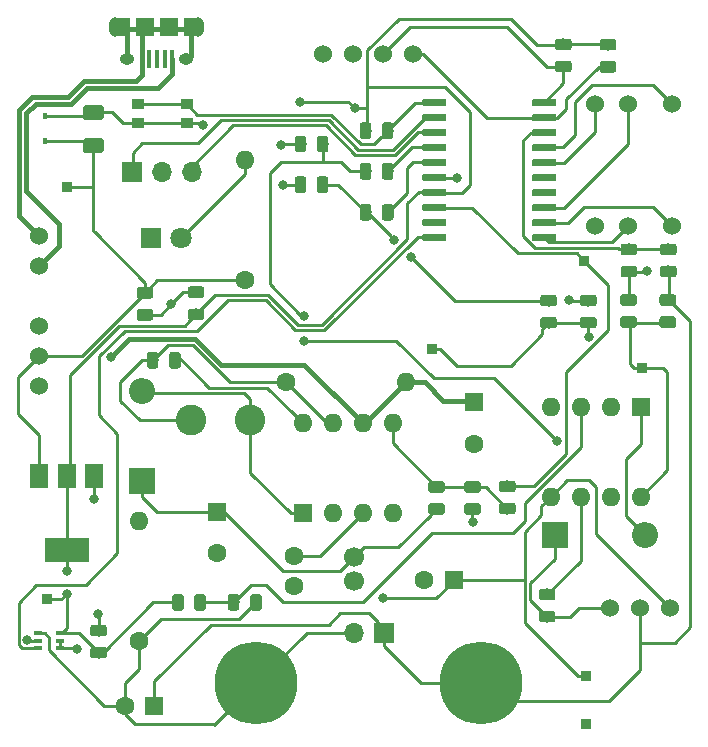
<source format=gbr>
G04 #@! TF.GenerationSoftware,KiCad,Pcbnew,(5.1.2-1)-1*
G04 #@! TF.CreationDate,2019-08-12T17:05:30-07:00*
G04 #@! TF.ProjectId,powersupply,706f7765-7273-4757-9070-6c792e6b6963,rev?*
G04 #@! TF.SameCoordinates,Original*
G04 #@! TF.FileFunction,Copper,L1,Top*
G04 #@! TF.FilePolarity,Positive*
%FSLAX46Y46*%
G04 Gerber Fmt 4.6, Leading zero omitted, Abs format (unit mm)*
G04 Created by KiCad (PCBNEW (5.1.2-1)-1) date 2019-08-12 17:05:30*
%MOMM*%
%LPD*%
G04 APERTURE LIST*
%ADD10C,1.524000*%
%ADD11C,0.100000*%
%ADD12C,1.250000*%
%ADD13C,1.800000*%
%ADD14R,1.800000X1.800000*%
%ADD15R,0.850000X0.850000*%
%ADD16O,1.600000X1.600000*%
%ADD17C,1.600000*%
%ADD18C,0.975000*%
%ADD19R,1.600000X1.600000*%
%ADD20R,0.650000X0.400000*%
%ADD21C,1.700000*%
%ADD22O,1.700000X1.700000*%
%ADD23R,1.700000X1.700000*%
%ADD24R,0.450000X0.600000*%
%ADD25R,1.000000X0.900000*%
%ADD26C,2.600000*%
%ADD27C,7.000000*%
%ADD28C,0.600000*%
%ADD29R,1.500000X2.000000*%
%ADD30R,3.800000X2.000000*%
%ADD31R,1.200000X1.650000*%
%ADD32R,0.400000X1.650000*%
%ADD33O,1.250000X0.950000*%
%ADD34O,1.000000X1.650000*%
%ADD35R,1.500000X1.650000*%
%ADD36O,2.200000X2.200000*%
%ADD37R,2.200000X2.200000*%
%ADD38C,0.800000*%
%ADD39C,0.250000*%
%ADD40C,0.400000*%
G04 APERTURE END LIST*
D10*
X63155000Y-31850000D03*
X60615000Y-31850000D03*
X58075000Y-31850000D03*
X55535000Y-31850000D03*
D11*
G36*
X36779504Y-38976204D02*
G01*
X36803773Y-38979804D01*
X36827571Y-38985765D01*
X36850671Y-38994030D01*
X36872849Y-39004520D01*
X36893893Y-39017133D01*
X36913598Y-39031747D01*
X36931777Y-39048223D01*
X36948253Y-39066402D01*
X36962867Y-39086107D01*
X36975480Y-39107151D01*
X36985970Y-39129329D01*
X36994235Y-39152429D01*
X37000196Y-39176227D01*
X37003796Y-39200496D01*
X37005000Y-39225000D01*
X37005000Y-39975000D01*
X37003796Y-39999504D01*
X37000196Y-40023773D01*
X36994235Y-40047571D01*
X36985970Y-40070671D01*
X36975480Y-40092849D01*
X36962867Y-40113893D01*
X36948253Y-40133598D01*
X36931777Y-40151777D01*
X36913598Y-40168253D01*
X36893893Y-40182867D01*
X36872849Y-40195480D01*
X36850671Y-40205970D01*
X36827571Y-40214235D01*
X36803773Y-40220196D01*
X36779504Y-40223796D01*
X36755000Y-40225000D01*
X35505000Y-40225000D01*
X35480496Y-40223796D01*
X35456227Y-40220196D01*
X35432429Y-40214235D01*
X35409329Y-40205970D01*
X35387151Y-40195480D01*
X35366107Y-40182867D01*
X35346402Y-40168253D01*
X35328223Y-40151777D01*
X35311747Y-40133598D01*
X35297133Y-40113893D01*
X35284520Y-40092849D01*
X35274030Y-40070671D01*
X35265765Y-40047571D01*
X35259804Y-40023773D01*
X35256204Y-39999504D01*
X35255000Y-39975000D01*
X35255000Y-39225000D01*
X35256204Y-39200496D01*
X35259804Y-39176227D01*
X35265765Y-39152429D01*
X35274030Y-39129329D01*
X35284520Y-39107151D01*
X35297133Y-39086107D01*
X35311747Y-39066402D01*
X35328223Y-39048223D01*
X35346402Y-39031747D01*
X35366107Y-39017133D01*
X35387151Y-39004520D01*
X35409329Y-38994030D01*
X35432429Y-38985765D01*
X35456227Y-38979804D01*
X35480496Y-38976204D01*
X35505000Y-38975000D01*
X36755000Y-38975000D01*
X36779504Y-38976204D01*
X36779504Y-38976204D01*
G37*
D12*
X36130000Y-39600000D03*
D11*
G36*
X36779504Y-36176204D02*
G01*
X36803773Y-36179804D01*
X36827571Y-36185765D01*
X36850671Y-36194030D01*
X36872849Y-36204520D01*
X36893893Y-36217133D01*
X36913598Y-36231747D01*
X36931777Y-36248223D01*
X36948253Y-36266402D01*
X36962867Y-36286107D01*
X36975480Y-36307151D01*
X36985970Y-36329329D01*
X36994235Y-36352429D01*
X37000196Y-36376227D01*
X37003796Y-36400496D01*
X37005000Y-36425000D01*
X37005000Y-37175000D01*
X37003796Y-37199504D01*
X37000196Y-37223773D01*
X36994235Y-37247571D01*
X36985970Y-37270671D01*
X36975480Y-37292849D01*
X36962867Y-37313893D01*
X36948253Y-37333598D01*
X36931777Y-37351777D01*
X36913598Y-37368253D01*
X36893893Y-37382867D01*
X36872849Y-37395480D01*
X36850671Y-37405970D01*
X36827571Y-37414235D01*
X36803773Y-37420196D01*
X36779504Y-37423796D01*
X36755000Y-37425000D01*
X35505000Y-37425000D01*
X35480496Y-37423796D01*
X35456227Y-37420196D01*
X35432429Y-37414235D01*
X35409329Y-37405970D01*
X35387151Y-37395480D01*
X35366107Y-37382867D01*
X35346402Y-37368253D01*
X35328223Y-37351777D01*
X35311747Y-37333598D01*
X35297133Y-37313893D01*
X35284520Y-37292849D01*
X35274030Y-37270671D01*
X35265765Y-37247571D01*
X35259804Y-37223773D01*
X35256204Y-37199504D01*
X35255000Y-37175000D01*
X35255000Y-36425000D01*
X35256204Y-36400496D01*
X35259804Y-36376227D01*
X35265765Y-36352429D01*
X35274030Y-36329329D01*
X35284520Y-36307151D01*
X35297133Y-36286107D01*
X35311747Y-36266402D01*
X35328223Y-36248223D01*
X35346402Y-36231747D01*
X35366107Y-36217133D01*
X35387151Y-36204520D01*
X35409329Y-36194030D01*
X35432429Y-36185765D01*
X35456227Y-36179804D01*
X35480496Y-36176204D01*
X35505000Y-36175000D01*
X36755000Y-36175000D01*
X36779504Y-36176204D01*
X36779504Y-36176204D01*
G37*
D12*
X36130000Y-36800000D03*
D13*
X43580000Y-47420000D03*
D14*
X41040000Y-47420000D03*
D15*
X77820000Y-88590000D03*
X77690000Y-49360000D03*
X82550000Y-58400000D03*
X64800000Y-56790000D03*
X32180000Y-78030000D03*
X33860000Y-43070000D03*
X77840000Y-84540000D03*
D16*
X48950000Y-40840000D03*
D17*
X48950000Y-51000000D03*
D11*
G36*
X37050142Y-82051174D02*
G01*
X37073803Y-82054684D01*
X37097007Y-82060496D01*
X37119529Y-82068554D01*
X37141153Y-82078782D01*
X37161670Y-82091079D01*
X37180883Y-82105329D01*
X37198607Y-82121393D01*
X37214671Y-82139117D01*
X37228921Y-82158330D01*
X37241218Y-82178847D01*
X37251446Y-82200471D01*
X37259504Y-82222993D01*
X37265316Y-82246197D01*
X37268826Y-82269858D01*
X37270000Y-82293750D01*
X37270000Y-82781250D01*
X37268826Y-82805142D01*
X37265316Y-82828803D01*
X37259504Y-82852007D01*
X37251446Y-82874529D01*
X37241218Y-82896153D01*
X37228921Y-82916670D01*
X37214671Y-82935883D01*
X37198607Y-82953607D01*
X37180883Y-82969671D01*
X37161670Y-82983921D01*
X37141153Y-82996218D01*
X37119529Y-83006446D01*
X37097007Y-83014504D01*
X37073803Y-83020316D01*
X37050142Y-83023826D01*
X37026250Y-83025000D01*
X36113750Y-83025000D01*
X36089858Y-83023826D01*
X36066197Y-83020316D01*
X36042993Y-83014504D01*
X36020471Y-83006446D01*
X35998847Y-82996218D01*
X35978330Y-82983921D01*
X35959117Y-82969671D01*
X35941393Y-82953607D01*
X35925329Y-82935883D01*
X35911079Y-82916670D01*
X35898782Y-82896153D01*
X35888554Y-82874529D01*
X35880496Y-82852007D01*
X35874684Y-82828803D01*
X35871174Y-82805142D01*
X35870000Y-82781250D01*
X35870000Y-82293750D01*
X35871174Y-82269858D01*
X35874684Y-82246197D01*
X35880496Y-82222993D01*
X35888554Y-82200471D01*
X35898782Y-82178847D01*
X35911079Y-82158330D01*
X35925329Y-82139117D01*
X35941393Y-82121393D01*
X35959117Y-82105329D01*
X35978330Y-82091079D01*
X35998847Y-82078782D01*
X36020471Y-82068554D01*
X36042993Y-82060496D01*
X36066197Y-82054684D01*
X36089858Y-82051174D01*
X36113750Y-82050000D01*
X37026250Y-82050000D01*
X37050142Y-82051174D01*
X37050142Y-82051174D01*
G37*
D18*
X36570000Y-82537500D03*
D11*
G36*
X37050142Y-80176174D02*
G01*
X37073803Y-80179684D01*
X37097007Y-80185496D01*
X37119529Y-80193554D01*
X37141153Y-80203782D01*
X37161670Y-80216079D01*
X37180883Y-80230329D01*
X37198607Y-80246393D01*
X37214671Y-80264117D01*
X37228921Y-80283330D01*
X37241218Y-80303847D01*
X37251446Y-80325471D01*
X37259504Y-80347993D01*
X37265316Y-80371197D01*
X37268826Y-80394858D01*
X37270000Y-80418750D01*
X37270000Y-80906250D01*
X37268826Y-80930142D01*
X37265316Y-80953803D01*
X37259504Y-80977007D01*
X37251446Y-80999529D01*
X37241218Y-81021153D01*
X37228921Y-81041670D01*
X37214671Y-81060883D01*
X37198607Y-81078607D01*
X37180883Y-81094671D01*
X37161670Y-81108921D01*
X37141153Y-81121218D01*
X37119529Y-81131446D01*
X37097007Y-81139504D01*
X37073803Y-81145316D01*
X37050142Y-81148826D01*
X37026250Y-81150000D01*
X36113750Y-81150000D01*
X36089858Y-81148826D01*
X36066197Y-81145316D01*
X36042993Y-81139504D01*
X36020471Y-81131446D01*
X35998847Y-81121218D01*
X35978330Y-81108921D01*
X35959117Y-81094671D01*
X35941393Y-81078607D01*
X35925329Y-81060883D01*
X35911079Y-81041670D01*
X35898782Y-81021153D01*
X35888554Y-80999529D01*
X35880496Y-80977007D01*
X35874684Y-80953803D01*
X35871174Y-80930142D01*
X35870000Y-80906250D01*
X35870000Y-80418750D01*
X35871174Y-80394858D01*
X35874684Y-80371197D01*
X35880496Y-80347993D01*
X35888554Y-80325471D01*
X35898782Y-80303847D01*
X35911079Y-80283330D01*
X35925329Y-80264117D01*
X35941393Y-80246393D01*
X35959117Y-80230329D01*
X35978330Y-80216079D01*
X35998847Y-80203782D01*
X36020471Y-80193554D01*
X36042993Y-80185496D01*
X36066197Y-80179684D01*
X36089858Y-80176174D01*
X36113750Y-80175000D01*
X37026250Y-80175000D01*
X37050142Y-80176174D01*
X37050142Y-80176174D01*
G37*
D18*
X36570000Y-80662500D03*
D16*
X82490000Y-69320000D03*
X74870000Y-61700000D03*
X79950000Y-69320000D03*
X77410000Y-61700000D03*
X77410000Y-69320000D03*
X79950000Y-61700000D03*
X74870000Y-69320000D03*
D19*
X82490000Y-61700000D03*
D20*
X31420000Y-82180000D03*
X31420000Y-80880000D03*
X33320000Y-81530000D03*
X31420000Y-81530000D03*
X33320000Y-80880000D03*
X33320000Y-82180000D03*
D16*
X53880000Y-63120000D03*
X61500000Y-70740000D03*
X56420000Y-63120000D03*
X58960000Y-70740000D03*
X58960000Y-63120000D03*
X56420000Y-70740000D03*
X61500000Y-63120000D03*
D19*
X53880000Y-70740000D03*
D11*
G36*
X81955142Y-49781174D02*
G01*
X81978803Y-49784684D01*
X82002007Y-49790496D01*
X82024529Y-49798554D01*
X82046153Y-49808782D01*
X82066670Y-49821079D01*
X82085883Y-49835329D01*
X82103607Y-49851393D01*
X82119671Y-49869117D01*
X82133921Y-49888330D01*
X82146218Y-49908847D01*
X82156446Y-49930471D01*
X82164504Y-49952993D01*
X82170316Y-49976197D01*
X82173826Y-49999858D01*
X82175000Y-50023750D01*
X82175000Y-50511250D01*
X82173826Y-50535142D01*
X82170316Y-50558803D01*
X82164504Y-50582007D01*
X82156446Y-50604529D01*
X82146218Y-50626153D01*
X82133921Y-50646670D01*
X82119671Y-50665883D01*
X82103607Y-50683607D01*
X82085883Y-50699671D01*
X82066670Y-50713921D01*
X82046153Y-50726218D01*
X82024529Y-50736446D01*
X82002007Y-50744504D01*
X81978803Y-50750316D01*
X81955142Y-50753826D01*
X81931250Y-50755000D01*
X81018750Y-50755000D01*
X80994858Y-50753826D01*
X80971197Y-50750316D01*
X80947993Y-50744504D01*
X80925471Y-50736446D01*
X80903847Y-50726218D01*
X80883330Y-50713921D01*
X80864117Y-50699671D01*
X80846393Y-50683607D01*
X80830329Y-50665883D01*
X80816079Y-50646670D01*
X80803782Y-50626153D01*
X80793554Y-50604529D01*
X80785496Y-50582007D01*
X80779684Y-50558803D01*
X80776174Y-50535142D01*
X80775000Y-50511250D01*
X80775000Y-50023750D01*
X80776174Y-49999858D01*
X80779684Y-49976197D01*
X80785496Y-49952993D01*
X80793554Y-49930471D01*
X80803782Y-49908847D01*
X80816079Y-49888330D01*
X80830329Y-49869117D01*
X80846393Y-49851393D01*
X80864117Y-49835329D01*
X80883330Y-49821079D01*
X80903847Y-49808782D01*
X80925471Y-49798554D01*
X80947993Y-49790496D01*
X80971197Y-49784684D01*
X80994858Y-49781174D01*
X81018750Y-49780000D01*
X81931250Y-49780000D01*
X81955142Y-49781174D01*
X81955142Y-49781174D01*
G37*
D18*
X81475000Y-50267500D03*
D11*
G36*
X81955142Y-47906174D02*
G01*
X81978803Y-47909684D01*
X82002007Y-47915496D01*
X82024529Y-47923554D01*
X82046153Y-47933782D01*
X82066670Y-47946079D01*
X82085883Y-47960329D01*
X82103607Y-47976393D01*
X82119671Y-47994117D01*
X82133921Y-48013330D01*
X82146218Y-48033847D01*
X82156446Y-48055471D01*
X82164504Y-48077993D01*
X82170316Y-48101197D01*
X82173826Y-48124858D01*
X82175000Y-48148750D01*
X82175000Y-48636250D01*
X82173826Y-48660142D01*
X82170316Y-48683803D01*
X82164504Y-48707007D01*
X82156446Y-48729529D01*
X82146218Y-48751153D01*
X82133921Y-48771670D01*
X82119671Y-48790883D01*
X82103607Y-48808607D01*
X82085883Y-48824671D01*
X82066670Y-48838921D01*
X82046153Y-48851218D01*
X82024529Y-48861446D01*
X82002007Y-48869504D01*
X81978803Y-48875316D01*
X81955142Y-48878826D01*
X81931250Y-48880000D01*
X81018750Y-48880000D01*
X80994858Y-48878826D01*
X80971197Y-48875316D01*
X80947993Y-48869504D01*
X80925471Y-48861446D01*
X80903847Y-48851218D01*
X80883330Y-48838921D01*
X80864117Y-48824671D01*
X80846393Y-48808607D01*
X80830329Y-48790883D01*
X80816079Y-48771670D01*
X80803782Y-48751153D01*
X80793554Y-48729529D01*
X80785496Y-48707007D01*
X80779684Y-48683803D01*
X80776174Y-48660142D01*
X80775000Y-48636250D01*
X80775000Y-48148750D01*
X80776174Y-48124858D01*
X80779684Y-48101197D01*
X80785496Y-48077993D01*
X80793554Y-48055471D01*
X80803782Y-48033847D01*
X80816079Y-48013330D01*
X80830329Y-47994117D01*
X80846393Y-47976393D01*
X80864117Y-47960329D01*
X80883330Y-47946079D01*
X80903847Y-47933782D01*
X80925471Y-47923554D01*
X80947993Y-47915496D01*
X80971197Y-47909684D01*
X80994858Y-47906174D01*
X81018750Y-47905000D01*
X81931250Y-47905000D01*
X81955142Y-47906174D01*
X81955142Y-47906174D01*
G37*
D18*
X81475000Y-48392500D03*
D11*
G36*
X85290142Y-47896174D02*
G01*
X85313803Y-47899684D01*
X85337007Y-47905496D01*
X85359529Y-47913554D01*
X85381153Y-47923782D01*
X85401670Y-47936079D01*
X85420883Y-47950329D01*
X85438607Y-47966393D01*
X85454671Y-47984117D01*
X85468921Y-48003330D01*
X85481218Y-48023847D01*
X85491446Y-48045471D01*
X85499504Y-48067993D01*
X85505316Y-48091197D01*
X85508826Y-48114858D01*
X85510000Y-48138750D01*
X85510000Y-48626250D01*
X85508826Y-48650142D01*
X85505316Y-48673803D01*
X85499504Y-48697007D01*
X85491446Y-48719529D01*
X85481218Y-48741153D01*
X85468921Y-48761670D01*
X85454671Y-48780883D01*
X85438607Y-48798607D01*
X85420883Y-48814671D01*
X85401670Y-48828921D01*
X85381153Y-48841218D01*
X85359529Y-48851446D01*
X85337007Y-48859504D01*
X85313803Y-48865316D01*
X85290142Y-48868826D01*
X85266250Y-48870000D01*
X84353750Y-48870000D01*
X84329858Y-48868826D01*
X84306197Y-48865316D01*
X84282993Y-48859504D01*
X84260471Y-48851446D01*
X84238847Y-48841218D01*
X84218330Y-48828921D01*
X84199117Y-48814671D01*
X84181393Y-48798607D01*
X84165329Y-48780883D01*
X84151079Y-48761670D01*
X84138782Y-48741153D01*
X84128554Y-48719529D01*
X84120496Y-48697007D01*
X84114684Y-48673803D01*
X84111174Y-48650142D01*
X84110000Y-48626250D01*
X84110000Y-48138750D01*
X84111174Y-48114858D01*
X84114684Y-48091197D01*
X84120496Y-48067993D01*
X84128554Y-48045471D01*
X84138782Y-48023847D01*
X84151079Y-48003330D01*
X84165329Y-47984117D01*
X84181393Y-47966393D01*
X84199117Y-47950329D01*
X84218330Y-47936079D01*
X84238847Y-47923782D01*
X84260471Y-47913554D01*
X84282993Y-47905496D01*
X84306197Y-47899684D01*
X84329858Y-47896174D01*
X84353750Y-47895000D01*
X85266250Y-47895000D01*
X85290142Y-47896174D01*
X85290142Y-47896174D01*
G37*
D18*
X84810000Y-48382500D03*
D11*
G36*
X85290142Y-49771174D02*
G01*
X85313803Y-49774684D01*
X85337007Y-49780496D01*
X85359529Y-49788554D01*
X85381153Y-49798782D01*
X85401670Y-49811079D01*
X85420883Y-49825329D01*
X85438607Y-49841393D01*
X85454671Y-49859117D01*
X85468921Y-49878330D01*
X85481218Y-49898847D01*
X85491446Y-49920471D01*
X85499504Y-49942993D01*
X85505316Y-49966197D01*
X85508826Y-49989858D01*
X85510000Y-50013750D01*
X85510000Y-50501250D01*
X85508826Y-50525142D01*
X85505316Y-50548803D01*
X85499504Y-50572007D01*
X85491446Y-50594529D01*
X85481218Y-50616153D01*
X85468921Y-50636670D01*
X85454671Y-50655883D01*
X85438607Y-50673607D01*
X85420883Y-50689671D01*
X85401670Y-50703921D01*
X85381153Y-50716218D01*
X85359529Y-50726446D01*
X85337007Y-50734504D01*
X85313803Y-50740316D01*
X85290142Y-50743826D01*
X85266250Y-50745000D01*
X84353750Y-50745000D01*
X84329858Y-50743826D01*
X84306197Y-50740316D01*
X84282993Y-50734504D01*
X84260471Y-50726446D01*
X84238847Y-50716218D01*
X84218330Y-50703921D01*
X84199117Y-50689671D01*
X84181393Y-50673607D01*
X84165329Y-50655883D01*
X84151079Y-50636670D01*
X84138782Y-50616153D01*
X84128554Y-50594529D01*
X84120496Y-50572007D01*
X84114684Y-50548803D01*
X84111174Y-50525142D01*
X84110000Y-50501250D01*
X84110000Y-50013750D01*
X84111174Y-49989858D01*
X84114684Y-49966197D01*
X84120496Y-49942993D01*
X84128554Y-49920471D01*
X84138782Y-49898847D01*
X84151079Y-49878330D01*
X84165329Y-49859117D01*
X84181393Y-49841393D01*
X84199117Y-49825329D01*
X84218330Y-49811079D01*
X84238847Y-49798782D01*
X84260471Y-49788554D01*
X84282993Y-49780496D01*
X84306197Y-49774684D01*
X84329858Y-49771174D01*
X84353750Y-49770000D01*
X85266250Y-49770000D01*
X85290142Y-49771174D01*
X85290142Y-49771174D01*
G37*
D18*
X84810000Y-50257500D03*
D11*
G36*
X85240142Y-54061174D02*
G01*
X85263803Y-54064684D01*
X85287007Y-54070496D01*
X85309529Y-54078554D01*
X85331153Y-54088782D01*
X85351670Y-54101079D01*
X85370883Y-54115329D01*
X85388607Y-54131393D01*
X85404671Y-54149117D01*
X85418921Y-54168330D01*
X85431218Y-54188847D01*
X85441446Y-54210471D01*
X85449504Y-54232993D01*
X85455316Y-54256197D01*
X85458826Y-54279858D01*
X85460000Y-54303750D01*
X85460000Y-54791250D01*
X85458826Y-54815142D01*
X85455316Y-54838803D01*
X85449504Y-54862007D01*
X85441446Y-54884529D01*
X85431218Y-54906153D01*
X85418921Y-54926670D01*
X85404671Y-54945883D01*
X85388607Y-54963607D01*
X85370883Y-54979671D01*
X85351670Y-54993921D01*
X85331153Y-55006218D01*
X85309529Y-55016446D01*
X85287007Y-55024504D01*
X85263803Y-55030316D01*
X85240142Y-55033826D01*
X85216250Y-55035000D01*
X84303750Y-55035000D01*
X84279858Y-55033826D01*
X84256197Y-55030316D01*
X84232993Y-55024504D01*
X84210471Y-55016446D01*
X84188847Y-55006218D01*
X84168330Y-54993921D01*
X84149117Y-54979671D01*
X84131393Y-54963607D01*
X84115329Y-54945883D01*
X84101079Y-54926670D01*
X84088782Y-54906153D01*
X84078554Y-54884529D01*
X84070496Y-54862007D01*
X84064684Y-54838803D01*
X84061174Y-54815142D01*
X84060000Y-54791250D01*
X84060000Y-54303750D01*
X84061174Y-54279858D01*
X84064684Y-54256197D01*
X84070496Y-54232993D01*
X84078554Y-54210471D01*
X84088782Y-54188847D01*
X84101079Y-54168330D01*
X84115329Y-54149117D01*
X84131393Y-54131393D01*
X84149117Y-54115329D01*
X84168330Y-54101079D01*
X84188847Y-54088782D01*
X84210471Y-54078554D01*
X84232993Y-54070496D01*
X84256197Y-54064684D01*
X84279858Y-54061174D01*
X84303750Y-54060000D01*
X85216250Y-54060000D01*
X85240142Y-54061174D01*
X85240142Y-54061174D01*
G37*
D18*
X84760000Y-54547500D03*
D11*
G36*
X85240142Y-52186174D02*
G01*
X85263803Y-52189684D01*
X85287007Y-52195496D01*
X85309529Y-52203554D01*
X85331153Y-52213782D01*
X85351670Y-52226079D01*
X85370883Y-52240329D01*
X85388607Y-52256393D01*
X85404671Y-52274117D01*
X85418921Y-52293330D01*
X85431218Y-52313847D01*
X85441446Y-52335471D01*
X85449504Y-52357993D01*
X85455316Y-52381197D01*
X85458826Y-52404858D01*
X85460000Y-52428750D01*
X85460000Y-52916250D01*
X85458826Y-52940142D01*
X85455316Y-52963803D01*
X85449504Y-52987007D01*
X85441446Y-53009529D01*
X85431218Y-53031153D01*
X85418921Y-53051670D01*
X85404671Y-53070883D01*
X85388607Y-53088607D01*
X85370883Y-53104671D01*
X85351670Y-53118921D01*
X85331153Y-53131218D01*
X85309529Y-53141446D01*
X85287007Y-53149504D01*
X85263803Y-53155316D01*
X85240142Y-53158826D01*
X85216250Y-53160000D01*
X84303750Y-53160000D01*
X84279858Y-53158826D01*
X84256197Y-53155316D01*
X84232993Y-53149504D01*
X84210471Y-53141446D01*
X84188847Y-53131218D01*
X84168330Y-53118921D01*
X84149117Y-53104671D01*
X84131393Y-53088607D01*
X84115329Y-53070883D01*
X84101079Y-53051670D01*
X84088782Y-53031153D01*
X84078554Y-53009529D01*
X84070496Y-52987007D01*
X84064684Y-52963803D01*
X84061174Y-52940142D01*
X84060000Y-52916250D01*
X84060000Y-52428750D01*
X84061174Y-52404858D01*
X84064684Y-52381197D01*
X84070496Y-52357993D01*
X84078554Y-52335471D01*
X84088782Y-52313847D01*
X84101079Y-52293330D01*
X84115329Y-52274117D01*
X84131393Y-52256393D01*
X84149117Y-52240329D01*
X84168330Y-52226079D01*
X84188847Y-52213782D01*
X84210471Y-52203554D01*
X84232993Y-52195496D01*
X84256197Y-52189684D01*
X84279858Y-52186174D01*
X84303750Y-52185000D01*
X85216250Y-52185000D01*
X85240142Y-52186174D01*
X85240142Y-52186174D01*
G37*
D18*
X84760000Y-52672500D03*
D11*
G36*
X81920142Y-52186174D02*
G01*
X81943803Y-52189684D01*
X81967007Y-52195496D01*
X81989529Y-52203554D01*
X82011153Y-52213782D01*
X82031670Y-52226079D01*
X82050883Y-52240329D01*
X82068607Y-52256393D01*
X82084671Y-52274117D01*
X82098921Y-52293330D01*
X82111218Y-52313847D01*
X82121446Y-52335471D01*
X82129504Y-52357993D01*
X82135316Y-52381197D01*
X82138826Y-52404858D01*
X82140000Y-52428750D01*
X82140000Y-52916250D01*
X82138826Y-52940142D01*
X82135316Y-52963803D01*
X82129504Y-52987007D01*
X82121446Y-53009529D01*
X82111218Y-53031153D01*
X82098921Y-53051670D01*
X82084671Y-53070883D01*
X82068607Y-53088607D01*
X82050883Y-53104671D01*
X82031670Y-53118921D01*
X82011153Y-53131218D01*
X81989529Y-53141446D01*
X81967007Y-53149504D01*
X81943803Y-53155316D01*
X81920142Y-53158826D01*
X81896250Y-53160000D01*
X80983750Y-53160000D01*
X80959858Y-53158826D01*
X80936197Y-53155316D01*
X80912993Y-53149504D01*
X80890471Y-53141446D01*
X80868847Y-53131218D01*
X80848330Y-53118921D01*
X80829117Y-53104671D01*
X80811393Y-53088607D01*
X80795329Y-53070883D01*
X80781079Y-53051670D01*
X80768782Y-53031153D01*
X80758554Y-53009529D01*
X80750496Y-52987007D01*
X80744684Y-52963803D01*
X80741174Y-52940142D01*
X80740000Y-52916250D01*
X80740000Y-52428750D01*
X80741174Y-52404858D01*
X80744684Y-52381197D01*
X80750496Y-52357993D01*
X80758554Y-52335471D01*
X80768782Y-52313847D01*
X80781079Y-52293330D01*
X80795329Y-52274117D01*
X80811393Y-52256393D01*
X80829117Y-52240329D01*
X80848330Y-52226079D01*
X80868847Y-52213782D01*
X80890471Y-52203554D01*
X80912993Y-52195496D01*
X80936197Y-52189684D01*
X80959858Y-52186174D01*
X80983750Y-52185000D01*
X81896250Y-52185000D01*
X81920142Y-52186174D01*
X81920142Y-52186174D01*
G37*
D18*
X81440000Y-52672500D03*
D11*
G36*
X81920142Y-54061174D02*
G01*
X81943803Y-54064684D01*
X81967007Y-54070496D01*
X81989529Y-54078554D01*
X82011153Y-54088782D01*
X82031670Y-54101079D01*
X82050883Y-54115329D01*
X82068607Y-54131393D01*
X82084671Y-54149117D01*
X82098921Y-54168330D01*
X82111218Y-54188847D01*
X82121446Y-54210471D01*
X82129504Y-54232993D01*
X82135316Y-54256197D01*
X82138826Y-54279858D01*
X82140000Y-54303750D01*
X82140000Y-54791250D01*
X82138826Y-54815142D01*
X82135316Y-54838803D01*
X82129504Y-54862007D01*
X82121446Y-54884529D01*
X82111218Y-54906153D01*
X82098921Y-54926670D01*
X82084671Y-54945883D01*
X82068607Y-54963607D01*
X82050883Y-54979671D01*
X82031670Y-54993921D01*
X82011153Y-55006218D01*
X81989529Y-55016446D01*
X81967007Y-55024504D01*
X81943803Y-55030316D01*
X81920142Y-55033826D01*
X81896250Y-55035000D01*
X80983750Y-55035000D01*
X80959858Y-55033826D01*
X80936197Y-55030316D01*
X80912993Y-55024504D01*
X80890471Y-55016446D01*
X80868847Y-55006218D01*
X80848330Y-54993921D01*
X80829117Y-54979671D01*
X80811393Y-54963607D01*
X80795329Y-54945883D01*
X80781079Y-54926670D01*
X80768782Y-54906153D01*
X80758554Y-54884529D01*
X80750496Y-54862007D01*
X80744684Y-54838803D01*
X80741174Y-54815142D01*
X80740000Y-54791250D01*
X80740000Y-54303750D01*
X80741174Y-54279858D01*
X80744684Y-54256197D01*
X80750496Y-54232993D01*
X80758554Y-54210471D01*
X80768782Y-54188847D01*
X80781079Y-54168330D01*
X80795329Y-54149117D01*
X80811393Y-54131393D01*
X80829117Y-54115329D01*
X80848330Y-54101079D01*
X80868847Y-54088782D01*
X80890471Y-54078554D01*
X80912993Y-54070496D01*
X80936197Y-54064684D01*
X80959858Y-54061174D01*
X80983750Y-54060000D01*
X81896250Y-54060000D01*
X81920142Y-54061174D01*
X81920142Y-54061174D01*
G37*
D18*
X81440000Y-54547500D03*
D11*
G36*
X75030142Y-77116174D02*
G01*
X75053803Y-77119684D01*
X75077007Y-77125496D01*
X75099529Y-77133554D01*
X75121153Y-77143782D01*
X75141670Y-77156079D01*
X75160883Y-77170329D01*
X75178607Y-77186393D01*
X75194671Y-77204117D01*
X75208921Y-77223330D01*
X75221218Y-77243847D01*
X75231446Y-77265471D01*
X75239504Y-77287993D01*
X75245316Y-77311197D01*
X75248826Y-77334858D01*
X75250000Y-77358750D01*
X75250000Y-77846250D01*
X75248826Y-77870142D01*
X75245316Y-77893803D01*
X75239504Y-77917007D01*
X75231446Y-77939529D01*
X75221218Y-77961153D01*
X75208921Y-77981670D01*
X75194671Y-78000883D01*
X75178607Y-78018607D01*
X75160883Y-78034671D01*
X75141670Y-78048921D01*
X75121153Y-78061218D01*
X75099529Y-78071446D01*
X75077007Y-78079504D01*
X75053803Y-78085316D01*
X75030142Y-78088826D01*
X75006250Y-78090000D01*
X74093750Y-78090000D01*
X74069858Y-78088826D01*
X74046197Y-78085316D01*
X74022993Y-78079504D01*
X74000471Y-78071446D01*
X73978847Y-78061218D01*
X73958330Y-78048921D01*
X73939117Y-78034671D01*
X73921393Y-78018607D01*
X73905329Y-78000883D01*
X73891079Y-77981670D01*
X73878782Y-77961153D01*
X73868554Y-77939529D01*
X73860496Y-77917007D01*
X73854684Y-77893803D01*
X73851174Y-77870142D01*
X73850000Y-77846250D01*
X73850000Y-77358750D01*
X73851174Y-77334858D01*
X73854684Y-77311197D01*
X73860496Y-77287993D01*
X73868554Y-77265471D01*
X73878782Y-77243847D01*
X73891079Y-77223330D01*
X73905329Y-77204117D01*
X73921393Y-77186393D01*
X73939117Y-77170329D01*
X73958330Y-77156079D01*
X73978847Y-77143782D01*
X74000471Y-77133554D01*
X74022993Y-77125496D01*
X74046197Y-77119684D01*
X74069858Y-77116174D01*
X74093750Y-77115000D01*
X75006250Y-77115000D01*
X75030142Y-77116174D01*
X75030142Y-77116174D01*
G37*
D18*
X74550000Y-77602500D03*
D11*
G36*
X75030142Y-78991174D02*
G01*
X75053803Y-78994684D01*
X75077007Y-79000496D01*
X75099529Y-79008554D01*
X75121153Y-79018782D01*
X75141670Y-79031079D01*
X75160883Y-79045329D01*
X75178607Y-79061393D01*
X75194671Y-79079117D01*
X75208921Y-79098330D01*
X75221218Y-79118847D01*
X75231446Y-79140471D01*
X75239504Y-79162993D01*
X75245316Y-79186197D01*
X75248826Y-79209858D01*
X75250000Y-79233750D01*
X75250000Y-79721250D01*
X75248826Y-79745142D01*
X75245316Y-79768803D01*
X75239504Y-79792007D01*
X75231446Y-79814529D01*
X75221218Y-79836153D01*
X75208921Y-79856670D01*
X75194671Y-79875883D01*
X75178607Y-79893607D01*
X75160883Y-79909671D01*
X75141670Y-79923921D01*
X75121153Y-79936218D01*
X75099529Y-79946446D01*
X75077007Y-79954504D01*
X75053803Y-79960316D01*
X75030142Y-79963826D01*
X75006250Y-79965000D01*
X74093750Y-79965000D01*
X74069858Y-79963826D01*
X74046197Y-79960316D01*
X74022993Y-79954504D01*
X74000471Y-79946446D01*
X73978847Y-79936218D01*
X73958330Y-79923921D01*
X73939117Y-79909671D01*
X73921393Y-79893607D01*
X73905329Y-79875883D01*
X73891079Y-79856670D01*
X73878782Y-79836153D01*
X73868554Y-79814529D01*
X73860496Y-79792007D01*
X73854684Y-79768803D01*
X73851174Y-79745142D01*
X73850000Y-79721250D01*
X73850000Y-79233750D01*
X73851174Y-79209858D01*
X73854684Y-79186197D01*
X73860496Y-79162993D01*
X73868554Y-79140471D01*
X73878782Y-79118847D01*
X73891079Y-79098330D01*
X73905329Y-79079117D01*
X73921393Y-79061393D01*
X73939117Y-79045329D01*
X73958330Y-79031079D01*
X73978847Y-79018782D01*
X74000471Y-79008554D01*
X74022993Y-79000496D01*
X74046197Y-78994684D01*
X74069858Y-78991174D01*
X74093750Y-78990000D01*
X75006250Y-78990000D01*
X75030142Y-78991174D01*
X75030142Y-78991174D01*
G37*
D18*
X74550000Y-79477500D03*
D11*
G36*
X78520142Y-52236174D02*
G01*
X78543803Y-52239684D01*
X78567007Y-52245496D01*
X78589529Y-52253554D01*
X78611153Y-52263782D01*
X78631670Y-52276079D01*
X78650883Y-52290329D01*
X78668607Y-52306393D01*
X78684671Y-52324117D01*
X78698921Y-52343330D01*
X78711218Y-52363847D01*
X78721446Y-52385471D01*
X78729504Y-52407993D01*
X78735316Y-52431197D01*
X78738826Y-52454858D01*
X78740000Y-52478750D01*
X78740000Y-52966250D01*
X78738826Y-52990142D01*
X78735316Y-53013803D01*
X78729504Y-53037007D01*
X78721446Y-53059529D01*
X78711218Y-53081153D01*
X78698921Y-53101670D01*
X78684671Y-53120883D01*
X78668607Y-53138607D01*
X78650883Y-53154671D01*
X78631670Y-53168921D01*
X78611153Y-53181218D01*
X78589529Y-53191446D01*
X78567007Y-53199504D01*
X78543803Y-53205316D01*
X78520142Y-53208826D01*
X78496250Y-53210000D01*
X77583750Y-53210000D01*
X77559858Y-53208826D01*
X77536197Y-53205316D01*
X77512993Y-53199504D01*
X77490471Y-53191446D01*
X77468847Y-53181218D01*
X77448330Y-53168921D01*
X77429117Y-53154671D01*
X77411393Y-53138607D01*
X77395329Y-53120883D01*
X77381079Y-53101670D01*
X77368782Y-53081153D01*
X77358554Y-53059529D01*
X77350496Y-53037007D01*
X77344684Y-53013803D01*
X77341174Y-52990142D01*
X77340000Y-52966250D01*
X77340000Y-52478750D01*
X77341174Y-52454858D01*
X77344684Y-52431197D01*
X77350496Y-52407993D01*
X77358554Y-52385471D01*
X77368782Y-52363847D01*
X77381079Y-52343330D01*
X77395329Y-52324117D01*
X77411393Y-52306393D01*
X77429117Y-52290329D01*
X77448330Y-52276079D01*
X77468847Y-52263782D01*
X77490471Y-52253554D01*
X77512993Y-52245496D01*
X77536197Y-52239684D01*
X77559858Y-52236174D01*
X77583750Y-52235000D01*
X78496250Y-52235000D01*
X78520142Y-52236174D01*
X78520142Y-52236174D01*
G37*
D18*
X78040000Y-52722500D03*
D11*
G36*
X78520142Y-54111174D02*
G01*
X78543803Y-54114684D01*
X78567007Y-54120496D01*
X78589529Y-54128554D01*
X78611153Y-54138782D01*
X78631670Y-54151079D01*
X78650883Y-54165329D01*
X78668607Y-54181393D01*
X78684671Y-54199117D01*
X78698921Y-54218330D01*
X78711218Y-54238847D01*
X78721446Y-54260471D01*
X78729504Y-54282993D01*
X78735316Y-54306197D01*
X78738826Y-54329858D01*
X78740000Y-54353750D01*
X78740000Y-54841250D01*
X78738826Y-54865142D01*
X78735316Y-54888803D01*
X78729504Y-54912007D01*
X78721446Y-54934529D01*
X78711218Y-54956153D01*
X78698921Y-54976670D01*
X78684671Y-54995883D01*
X78668607Y-55013607D01*
X78650883Y-55029671D01*
X78631670Y-55043921D01*
X78611153Y-55056218D01*
X78589529Y-55066446D01*
X78567007Y-55074504D01*
X78543803Y-55080316D01*
X78520142Y-55083826D01*
X78496250Y-55085000D01*
X77583750Y-55085000D01*
X77559858Y-55083826D01*
X77536197Y-55080316D01*
X77512993Y-55074504D01*
X77490471Y-55066446D01*
X77468847Y-55056218D01*
X77448330Y-55043921D01*
X77429117Y-55029671D01*
X77411393Y-55013607D01*
X77395329Y-54995883D01*
X77381079Y-54976670D01*
X77368782Y-54956153D01*
X77358554Y-54934529D01*
X77350496Y-54912007D01*
X77344684Y-54888803D01*
X77341174Y-54865142D01*
X77340000Y-54841250D01*
X77340000Y-54353750D01*
X77341174Y-54329858D01*
X77344684Y-54306197D01*
X77350496Y-54282993D01*
X77358554Y-54260471D01*
X77368782Y-54238847D01*
X77381079Y-54218330D01*
X77395329Y-54199117D01*
X77411393Y-54181393D01*
X77429117Y-54165329D01*
X77448330Y-54151079D01*
X77468847Y-54138782D01*
X77490471Y-54128554D01*
X77512993Y-54120496D01*
X77536197Y-54114684D01*
X77559858Y-54111174D01*
X77583750Y-54110000D01*
X78496250Y-54110000D01*
X78520142Y-54111174D01*
X78520142Y-54111174D01*
G37*
D18*
X78040000Y-54597500D03*
D11*
G36*
X75150142Y-54111174D02*
G01*
X75173803Y-54114684D01*
X75197007Y-54120496D01*
X75219529Y-54128554D01*
X75241153Y-54138782D01*
X75261670Y-54151079D01*
X75280883Y-54165329D01*
X75298607Y-54181393D01*
X75314671Y-54199117D01*
X75328921Y-54218330D01*
X75341218Y-54238847D01*
X75351446Y-54260471D01*
X75359504Y-54282993D01*
X75365316Y-54306197D01*
X75368826Y-54329858D01*
X75370000Y-54353750D01*
X75370000Y-54841250D01*
X75368826Y-54865142D01*
X75365316Y-54888803D01*
X75359504Y-54912007D01*
X75351446Y-54934529D01*
X75341218Y-54956153D01*
X75328921Y-54976670D01*
X75314671Y-54995883D01*
X75298607Y-55013607D01*
X75280883Y-55029671D01*
X75261670Y-55043921D01*
X75241153Y-55056218D01*
X75219529Y-55066446D01*
X75197007Y-55074504D01*
X75173803Y-55080316D01*
X75150142Y-55083826D01*
X75126250Y-55085000D01*
X74213750Y-55085000D01*
X74189858Y-55083826D01*
X74166197Y-55080316D01*
X74142993Y-55074504D01*
X74120471Y-55066446D01*
X74098847Y-55056218D01*
X74078330Y-55043921D01*
X74059117Y-55029671D01*
X74041393Y-55013607D01*
X74025329Y-54995883D01*
X74011079Y-54976670D01*
X73998782Y-54956153D01*
X73988554Y-54934529D01*
X73980496Y-54912007D01*
X73974684Y-54888803D01*
X73971174Y-54865142D01*
X73970000Y-54841250D01*
X73970000Y-54353750D01*
X73971174Y-54329858D01*
X73974684Y-54306197D01*
X73980496Y-54282993D01*
X73988554Y-54260471D01*
X73998782Y-54238847D01*
X74011079Y-54218330D01*
X74025329Y-54199117D01*
X74041393Y-54181393D01*
X74059117Y-54165329D01*
X74078330Y-54151079D01*
X74098847Y-54138782D01*
X74120471Y-54128554D01*
X74142993Y-54120496D01*
X74166197Y-54114684D01*
X74189858Y-54111174D01*
X74213750Y-54110000D01*
X75126250Y-54110000D01*
X75150142Y-54111174D01*
X75150142Y-54111174D01*
G37*
D18*
X74670000Y-54597500D03*
D11*
G36*
X75150142Y-52236174D02*
G01*
X75173803Y-52239684D01*
X75197007Y-52245496D01*
X75219529Y-52253554D01*
X75241153Y-52263782D01*
X75261670Y-52276079D01*
X75280883Y-52290329D01*
X75298607Y-52306393D01*
X75314671Y-52324117D01*
X75328921Y-52343330D01*
X75341218Y-52363847D01*
X75351446Y-52385471D01*
X75359504Y-52407993D01*
X75365316Y-52431197D01*
X75368826Y-52454858D01*
X75370000Y-52478750D01*
X75370000Y-52966250D01*
X75368826Y-52990142D01*
X75365316Y-53013803D01*
X75359504Y-53037007D01*
X75351446Y-53059529D01*
X75341218Y-53081153D01*
X75328921Y-53101670D01*
X75314671Y-53120883D01*
X75298607Y-53138607D01*
X75280883Y-53154671D01*
X75261670Y-53168921D01*
X75241153Y-53181218D01*
X75219529Y-53191446D01*
X75197007Y-53199504D01*
X75173803Y-53205316D01*
X75150142Y-53208826D01*
X75126250Y-53210000D01*
X74213750Y-53210000D01*
X74189858Y-53208826D01*
X74166197Y-53205316D01*
X74142993Y-53199504D01*
X74120471Y-53191446D01*
X74098847Y-53181218D01*
X74078330Y-53168921D01*
X74059117Y-53154671D01*
X74041393Y-53138607D01*
X74025329Y-53120883D01*
X74011079Y-53101670D01*
X73998782Y-53081153D01*
X73988554Y-53059529D01*
X73980496Y-53037007D01*
X73974684Y-53013803D01*
X73971174Y-52990142D01*
X73970000Y-52966250D01*
X73970000Y-52478750D01*
X73971174Y-52454858D01*
X73974684Y-52431197D01*
X73980496Y-52407993D01*
X73988554Y-52385471D01*
X73998782Y-52363847D01*
X74011079Y-52343330D01*
X74025329Y-52324117D01*
X74041393Y-52306393D01*
X74059117Y-52290329D01*
X74078330Y-52276079D01*
X74098847Y-52263782D01*
X74120471Y-52253554D01*
X74142993Y-52245496D01*
X74166197Y-52239684D01*
X74189858Y-52236174D01*
X74213750Y-52235000D01*
X75126250Y-52235000D01*
X75150142Y-52236174D01*
X75150142Y-52236174D01*
G37*
D18*
X74670000Y-52722500D03*
D11*
G36*
X50155142Y-77571174D02*
G01*
X50178803Y-77574684D01*
X50202007Y-77580496D01*
X50224529Y-77588554D01*
X50246153Y-77598782D01*
X50266670Y-77611079D01*
X50285883Y-77625329D01*
X50303607Y-77641393D01*
X50319671Y-77659117D01*
X50333921Y-77678330D01*
X50346218Y-77698847D01*
X50356446Y-77720471D01*
X50364504Y-77742993D01*
X50370316Y-77766197D01*
X50373826Y-77789858D01*
X50375000Y-77813750D01*
X50375000Y-78726250D01*
X50373826Y-78750142D01*
X50370316Y-78773803D01*
X50364504Y-78797007D01*
X50356446Y-78819529D01*
X50346218Y-78841153D01*
X50333921Y-78861670D01*
X50319671Y-78880883D01*
X50303607Y-78898607D01*
X50285883Y-78914671D01*
X50266670Y-78928921D01*
X50246153Y-78941218D01*
X50224529Y-78951446D01*
X50202007Y-78959504D01*
X50178803Y-78965316D01*
X50155142Y-78968826D01*
X50131250Y-78970000D01*
X49643750Y-78970000D01*
X49619858Y-78968826D01*
X49596197Y-78965316D01*
X49572993Y-78959504D01*
X49550471Y-78951446D01*
X49528847Y-78941218D01*
X49508330Y-78928921D01*
X49489117Y-78914671D01*
X49471393Y-78898607D01*
X49455329Y-78880883D01*
X49441079Y-78861670D01*
X49428782Y-78841153D01*
X49418554Y-78819529D01*
X49410496Y-78797007D01*
X49404684Y-78773803D01*
X49401174Y-78750142D01*
X49400000Y-78726250D01*
X49400000Y-77813750D01*
X49401174Y-77789858D01*
X49404684Y-77766197D01*
X49410496Y-77742993D01*
X49418554Y-77720471D01*
X49428782Y-77698847D01*
X49441079Y-77678330D01*
X49455329Y-77659117D01*
X49471393Y-77641393D01*
X49489117Y-77625329D01*
X49508330Y-77611079D01*
X49528847Y-77598782D01*
X49550471Y-77588554D01*
X49572993Y-77580496D01*
X49596197Y-77574684D01*
X49619858Y-77571174D01*
X49643750Y-77570000D01*
X50131250Y-77570000D01*
X50155142Y-77571174D01*
X50155142Y-77571174D01*
G37*
D18*
X49887500Y-78270000D03*
D11*
G36*
X48280142Y-77571174D02*
G01*
X48303803Y-77574684D01*
X48327007Y-77580496D01*
X48349529Y-77588554D01*
X48371153Y-77598782D01*
X48391670Y-77611079D01*
X48410883Y-77625329D01*
X48428607Y-77641393D01*
X48444671Y-77659117D01*
X48458921Y-77678330D01*
X48471218Y-77698847D01*
X48481446Y-77720471D01*
X48489504Y-77742993D01*
X48495316Y-77766197D01*
X48498826Y-77789858D01*
X48500000Y-77813750D01*
X48500000Y-78726250D01*
X48498826Y-78750142D01*
X48495316Y-78773803D01*
X48489504Y-78797007D01*
X48481446Y-78819529D01*
X48471218Y-78841153D01*
X48458921Y-78861670D01*
X48444671Y-78880883D01*
X48428607Y-78898607D01*
X48410883Y-78914671D01*
X48391670Y-78928921D01*
X48371153Y-78941218D01*
X48349529Y-78951446D01*
X48327007Y-78959504D01*
X48303803Y-78965316D01*
X48280142Y-78968826D01*
X48256250Y-78970000D01*
X47768750Y-78970000D01*
X47744858Y-78968826D01*
X47721197Y-78965316D01*
X47697993Y-78959504D01*
X47675471Y-78951446D01*
X47653847Y-78941218D01*
X47633330Y-78928921D01*
X47614117Y-78914671D01*
X47596393Y-78898607D01*
X47580329Y-78880883D01*
X47566079Y-78861670D01*
X47553782Y-78841153D01*
X47543554Y-78819529D01*
X47535496Y-78797007D01*
X47529684Y-78773803D01*
X47526174Y-78750142D01*
X47525000Y-78726250D01*
X47525000Y-77813750D01*
X47526174Y-77789858D01*
X47529684Y-77766197D01*
X47535496Y-77742993D01*
X47543554Y-77720471D01*
X47553782Y-77698847D01*
X47566079Y-77678330D01*
X47580329Y-77659117D01*
X47596393Y-77641393D01*
X47614117Y-77625329D01*
X47633330Y-77611079D01*
X47653847Y-77598782D01*
X47675471Y-77588554D01*
X47697993Y-77580496D01*
X47721197Y-77574684D01*
X47744858Y-77571174D01*
X47768750Y-77570000D01*
X48256250Y-77570000D01*
X48280142Y-77571174D01*
X48280142Y-77571174D01*
G37*
D18*
X48012500Y-78270000D03*
D11*
G36*
X45435142Y-77571174D02*
G01*
X45458803Y-77574684D01*
X45482007Y-77580496D01*
X45504529Y-77588554D01*
X45526153Y-77598782D01*
X45546670Y-77611079D01*
X45565883Y-77625329D01*
X45583607Y-77641393D01*
X45599671Y-77659117D01*
X45613921Y-77678330D01*
X45626218Y-77698847D01*
X45636446Y-77720471D01*
X45644504Y-77742993D01*
X45650316Y-77766197D01*
X45653826Y-77789858D01*
X45655000Y-77813750D01*
X45655000Y-78726250D01*
X45653826Y-78750142D01*
X45650316Y-78773803D01*
X45644504Y-78797007D01*
X45636446Y-78819529D01*
X45626218Y-78841153D01*
X45613921Y-78861670D01*
X45599671Y-78880883D01*
X45583607Y-78898607D01*
X45565883Y-78914671D01*
X45546670Y-78928921D01*
X45526153Y-78941218D01*
X45504529Y-78951446D01*
X45482007Y-78959504D01*
X45458803Y-78965316D01*
X45435142Y-78968826D01*
X45411250Y-78970000D01*
X44923750Y-78970000D01*
X44899858Y-78968826D01*
X44876197Y-78965316D01*
X44852993Y-78959504D01*
X44830471Y-78951446D01*
X44808847Y-78941218D01*
X44788330Y-78928921D01*
X44769117Y-78914671D01*
X44751393Y-78898607D01*
X44735329Y-78880883D01*
X44721079Y-78861670D01*
X44708782Y-78841153D01*
X44698554Y-78819529D01*
X44690496Y-78797007D01*
X44684684Y-78773803D01*
X44681174Y-78750142D01*
X44680000Y-78726250D01*
X44680000Y-77813750D01*
X44681174Y-77789858D01*
X44684684Y-77766197D01*
X44690496Y-77742993D01*
X44698554Y-77720471D01*
X44708782Y-77698847D01*
X44721079Y-77678330D01*
X44735329Y-77659117D01*
X44751393Y-77641393D01*
X44769117Y-77625329D01*
X44788330Y-77611079D01*
X44808847Y-77598782D01*
X44830471Y-77588554D01*
X44852993Y-77580496D01*
X44876197Y-77574684D01*
X44899858Y-77571174D01*
X44923750Y-77570000D01*
X45411250Y-77570000D01*
X45435142Y-77571174D01*
X45435142Y-77571174D01*
G37*
D18*
X45167500Y-78270000D03*
D11*
G36*
X43560142Y-77571174D02*
G01*
X43583803Y-77574684D01*
X43607007Y-77580496D01*
X43629529Y-77588554D01*
X43651153Y-77598782D01*
X43671670Y-77611079D01*
X43690883Y-77625329D01*
X43708607Y-77641393D01*
X43724671Y-77659117D01*
X43738921Y-77678330D01*
X43751218Y-77698847D01*
X43761446Y-77720471D01*
X43769504Y-77742993D01*
X43775316Y-77766197D01*
X43778826Y-77789858D01*
X43780000Y-77813750D01*
X43780000Y-78726250D01*
X43778826Y-78750142D01*
X43775316Y-78773803D01*
X43769504Y-78797007D01*
X43761446Y-78819529D01*
X43751218Y-78841153D01*
X43738921Y-78861670D01*
X43724671Y-78880883D01*
X43708607Y-78898607D01*
X43690883Y-78914671D01*
X43671670Y-78928921D01*
X43651153Y-78941218D01*
X43629529Y-78951446D01*
X43607007Y-78959504D01*
X43583803Y-78965316D01*
X43560142Y-78968826D01*
X43536250Y-78970000D01*
X43048750Y-78970000D01*
X43024858Y-78968826D01*
X43001197Y-78965316D01*
X42977993Y-78959504D01*
X42955471Y-78951446D01*
X42933847Y-78941218D01*
X42913330Y-78928921D01*
X42894117Y-78914671D01*
X42876393Y-78898607D01*
X42860329Y-78880883D01*
X42846079Y-78861670D01*
X42833782Y-78841153D01*
X42823554Y-78819529D01*
X42815496Y-78797007D01*
X42809684Y-78773803D01*
X42806174Y-78750142D01*
X42805000Y-78726250D01*
X42805000Y-77813750D01*
X42806174Y-77789858D01*
X42809684Y-77766197D01*
X42815496Y-77742993D01*
X42823554Y-77720471D01*
X42833782Y-77698847D01*
X42846079Y-77678330D01*
X42860329Y-77659117D01*
X42876393Y-77641393D01*
X42894117Y-77625329D01*
X42913330Y-77611079D01*
X42933847Y-77598782D01*
X42955471Y-77588554D01*
X42977993Y-77580496D01*
X43001197Y-77574684D01*
X43024858Y-77571174D01*
X43048750Y-77570000D01*
X43536250Y-77570000D01*
X43560142Y-77571174D01*
X43560142Y-77571174D01*
G37*
D18*
X43292500Y-78270000D03*
D11*
G36*
X65660142Y-69881174D02*
G01*
X65683803Y-69884684D01*
X65707007Y-69890496D01*
X65729529Y-69898554D01*
X65751153Y-69908782D01*
X65771670Y-69921079D01*
X65790883Y-69935329D01*
X65808607Y-69951393D01*
X65824671Y-69969117D01*
X65838921Y-69988330D01*
X65851218Y-70008847D01*
X65861446Y-70030471D01*
X65869504Y-70052993D01*
X65875316Y-70076197D01*
X65878826Y-70099858D01*
X65880000Y-70123750D01*
X65880000Y-70611250D01*
X65878826Y-70635142D01*
X65875316Y-70658803D01*
X65869504Y-70682007D01*
X65861446Y-70704529D01*
X65851218Y-70726153D01*
X65838921Y-70746670D01*
X65824671Y-70765883D01*
X65808607Y-70783607D01*
X65790883Y-70799671D01*
X65771670Y-70813921D01*
X65751153Y-70826218D01*
X65729529Y-70836446D01*
X65707007Y-70844504D01*
X65683803Y-70850316D01*
X65660142Y-70853826D01*
X65636250Y-70855000D01*
X64723750Y-70855000D01*
X64699858Y-70853826D01*
X64676197Y-70850316D01*
X64652993Y-70844504D01*
X64630471Y-70836446D01*
X64608847Y-70826218D01*
X64588330Y-70813921D01*
X64569117Y-70799671D01*
X64551393Y-70783607D01*
X64535329Y-70765883D01*
X64521079Y-70746670D01*
X64508782Y-70726153D01*
X64498554Y-70704529D01*
X64490496Y-70682007D01*
X64484684Y-70658803D01*
X64481174Y-70635142D01*
X64480000Y-70611250D01*
X64480000Y-70123750D01*
X64481174Y-70099858D01*
X64484684Y-70076197D01*
X64490496Y-70052993D01*
X64498554Y-70030471D01*
X64508782Y-70008847D01*
X64521079Y-69988330D01*
X64535329Y-69969117D01*
X64551393Y-69951393D01*
X64569117Y-69935329D01*
X64588330Y-69921079D01*
X64608847Y-69908782D01*
X64630471Y-69898554D01*
X64652993Y-69890496D01*
X64676197Y-69884684D01*
X64699858Y-69881174D01*
X64723750Y-69880000D01*
X65636250Y-69880000D01*
X65660142Y-69881174D01*
X65660142Y-69881174D01*
G37*
D18*
X65180000Y-70367500D03*
D11*
G36*
X65660142Y-68006174D02*
G01*
X65683803Y-68009684D01*
X65707007Y-68015496D01*
X65729529Y-68023554D01*
X65751153Y-68033782D01*
X65771670Y-68046079D01*
X65790883Y-68060329D01*
X65808607Y-68076393D01*
X65824671Y-68094117D01*
X65838921Y-68113330D01*
X65851218Y-68133847D01*
X65861446Y-68155471D01*
X65869504Y-68177993D01*
X65875316Y-68201197D01*
X65878826Y-68224858D01*
X65880000Y-68248750D01*
X65880000Y-68736250D01*
X65878826Y-68760142D01*
X65875316Y-68783803D01*
X65869504Y-68807007D01*
X65861446Y-68829529D01*
X65851218Y-68851153D01*
X65838921Y-68871670D01*
X65824671Y-68890883D01*
X65808607Y-68908607D01*
X65790883Y-68924671D01*
X65771670Y-68938921D01*
X65751153Y-68951218D01*
X65729529Y-68961446D01*
X65707007Y-68969504D01*
X65683803Y-68975316D01*
X65660142Y-68978826D01*
X65636250Y-68980000D01*
X64723750Y-68980000D01*
X64699858Y-68978826D01*
X64676197Y-68975316D01*
X64652993Y-68969504D01*
X64630471Y-68961446D01*
X64608847Y-68951218D01*
X64588330Y-68938921D01*
X64569117Y-68924671D01*
X64551393Y-68908607D01*
X64535329Y-68890883D01*
X64521079Y-68871670D01*
X64508782Y-68851153D01*
X64498554Y-68829529D01*
X64490496Y-68807007D01*
X64484684Y-68783803D01*
X64481174Y-68760142D01*
X64480000Y-68736250D01*
X64480000Y-68248750D01*
X64481174Y-68224858D01*
X64484684Y-68201197D01*
X64490496Y-68177993D01*
X64498554Y-68155471D01*
X64508782Y-68133847D01*
X64521079Y-68113330D01*
X64535329Y-68094117D01*
X64551393Y-68076393D01*
X64569117Y-68060329D01*
X64588330Y-68046079D01*
X64608847Y-68033782D01*
X64630471Y-68023554D01*
X64652993Y-68015496D01*
X64676197Y-68009684D01*
X64699858Y-68006174D01*
X64723750Y-68005000D01*
X65636250Y-68005000D01*
X65660142Y-68006174D01*
X65660142Y-68006174D01*
G37*
D18*
X65180000Y-68492500D03*
D11*
G36*
X68710142Y-69881174D02*
G01*
X68733803Y-69884684D01*
X68757007Y-69890496D01*
X68779529Y-69898554D01*
X68801153Y-69908782D01*
X68821670Y-69921079D01*
X68840883Y-69935329D01*
X68858607Y-69951393D01*
X68874671Y-69969117D01*
X68888921Y-69988330D01*
X68901218Y-70008847D01*
X68911446Y-70030471D01*
X68919504Y-70052993D01*
X68925316Y-70076197D01*
X68928826Y-70099858D01*
X68930000Y-70123750D01*
X68930000Y-70611250D01*
X68928826Y-70635142D01*
X68925316Y-70658803D01*
X68919504Y-70682007D01*
X68911446Y-70704529D01*
X68901218Y-70726153D01*
X68888921Y-70746670D01*
X68874671Y-70765883D01*
X68858607Y-70783607D01*
X68840883Y-70799671D01*
X68821670Y-70813921D01*
X68801153Y-70826218D01*
X68779529Y-70836446D01*
X68757007Y-70844504D01*
X68733803Y-70850316D01*
X68710142Y-70853826D01*
X68686250Y-70855000D01*
X67773750Y-70855000D01*
X67749858Y-70853826D01*
X67726197Y-70850316D01*
X67702993Y-70844504D01*
X67680471Y-70836446D01*
X67658847Y-70826218D01*
X67638330Y-70813921D01*
X67619117Y-70799671D01*
X67601393Y-70783607D01*
X67585329Y-70765883D01*
X67571079Y-70746670D01*
X67558782Y-70726153D01*
X67548554Y-70704529D01*
X67540496Y-70682007D01*
X67534684Y-70658803D01*
X67531174Y-70635142D01*
X67530000Y-70611250D01*
X67530000Y-70123750D01*
X67531174Y-70099858D01*
X67534684Y-70076197D01*
X67540496Y-70052993D01*
X67548554Y-70030471D01*
X67558782Y-70008847D01*
X67571079Y-69988330D01*
X67585329Y-69969117D01*
X67601393Y-69951393D01*
X67619117Y-69935329D01*
X67638330Y-69921079D01*
X67658847Y-69908782D01*
X67680471Y-69898554D01*
X67702993Y-69890496D01*
X67726197Y-69884684D01*
X67749858Y-69881174D01*
X67773750Y-69880000D01*
X68686250Y-69880000D01*
X68710142Y-69881174D01*
X68710142Y-69881174D01*
G37*
D18*
X68230000Y-70367500D03*
D11*
G36*
X68710142Y-68006174D02*
G01*
X68733803Y-68009684D01*
X68757007Y-68015496D01*
X68779529Y-68023554D01*
X68801153Y-68033782D01*
X68821670Y-68046079D01*
X68840883Y-68060329D01*
X68858607Y-68076393D01*
X68874671Y-68094117D01*
X68888921Y-68113330D01*
X68901218Y-68133847D01*
X68911446Y-68155471D01*
X68919504Y-68177993D01*
X68925316Y-68201197D01*
X68928826Y-68224858D01*
X68930000Y-68248750D01*
X68930000Y-68736250D01*
X68928826Y-68760142D01*
X68925316Y-68783803D01*
X68919504Y-68807007D01*
X68911446Y-68829529D01*
X68901218Y-68851153D01*
X68888921Y-68871670D01*
X68874671Y-68890883D01*
X68858607Y-68908607D01*
X68840883Y-68924671D01*
X68821670Y-68938921D01*
X68801153Y-68951218D01*
X68779529Y-68961446D01*
X68757007Y-68969504D01*
X68733803Y-68975316D01*
X68710142Y-68978826D01*
X68686250Y-68980000D01*
X67773750Y-68980000D01*
X67749858Y-68978826D01*
X67726197Y-68975316D01*
X67702993Y-68969504D01*
X67680471Y-68961446D01*
X67658847Y-68951218D01*
X67638330Y-68938921D01*
X67619117Y-68924671D01*
X67601393Y-68908607D01*
X67585329Y-68890883D01*
X67571079Y-68871670D01*
X67558782Y-68851153D01*
X67548554Y-68829529D01*
X67540496Y-68807007D01*
X67534684Y-68783803D01*
X67531174Y-68760142D01*
X67530000Y-68736250D01*
X67530000Y-68248750D01*
X67531174Y-68224858D01*
X67534684Y-68201197D01*
X67540496Y-68177993D01*
X67548554Y-68155471D01*
X67558782Y-68133847D01*
X67571079Y-68113330D01*
X67585329Y-68094117D01*
X67601393Y-68076393D01*
X67619117Y-68060329D01*
X67638330Y-68046079D01*
X67658847Y-68033782D01*
X67680471Y-68023554D01*
X67702993Y-68015496D01*
X67726197Y-68009684D01*
X67749858Y-68006174D01*
X67773750Y-68005000D01*
X68686250Y-68005000D01*
X68710142Y-68006174D01*
X68710142Y-68006174D01*
G37*
D18*
X68230000Y-68492500D03*
D11*
G36*
X71660142Y-69851174D02*
G01*
X71683803Y-69854684D01*
X71707007Y-69860496D01*
X71729529Y-69868554D01*
X71751153Y-69878782D01*
X71771670Y-69891079D01*
X71790883Y-69905329D01*
X71808607Y-69921393D01*
X71824671Y-69939117D01*
X71838921Y-69958330D01*
X71851218Y-69978847D01*
X71861446Y-70000471D01*
X71869504Y-70022993D01*
X71875316Y-70046197D01*
X71878826Y-70069858D01*
X71880000Y-70093750D01*
X71880000Y-70581250D01*
X71878826Y-70605142D01*
X71875316Y-70628803D01*
X71869504Y-70652007D01*
X71861446Y-70674529D01*
X71851218Y-70696153D01*
X71838921Y-70716670D01*
X71824671Y-70735883D01*
X71808607Y-70753607D01*
X71790883Y-70769671D01*
X71771670Y-70783921D01*
X71751153Y-70796218D01*
X71729529Y-70806446D01*
X71707007Y-70814504D01*
X71683803Y-70820316D01*
X71660142Y-70823826D01*
X71636250Y-70825000D01*
X70723750Y-70825000D01*
X70699858Y-70823826D01*
X70676197Y-70820316D01*
X70652993Y-70814504D01*
X70630471Y-70806446D01*
X70608847Y-70796218D01*
X70588330Y-70783921D01*
X70569117Y-70769671D01*
X70551393Y-70753607D01*
X70535329Y-70735883D01*
X70521079Y-70716670D01*
X70508782Y-70696153D01*
X70498554Y-70674529D01*
X70490496Y-70652007D01*
X70484684Y-70628803D01*
X70481174Y-70605142D01*
X70480000Y-70581250D01*
X70480000Y-70093750D01*
X70481174Y-70069858D01*
X70484684Y-70046197D01*
X70490496Y-70022993D01*
X70498554Y-70000471D01*
X70508782Y-69978847D01*
X70521079Y-69958330D01*
X70535329Y-69939117D01*
X70551393Y-69921393D01*
X70569117Y-69905329D01*
X70588330Y-69891079D01*
X70608847Y-69878782D01*
X70630471Y-69868554D01*
X70652993Y-69860496D01*
X70676197Y-69854684D01*
X70699858Y-69851174D01*
X70723750Y-69850000D01*
X71636250Y-69850000D01*
X71660142Y-69851174D01*
X71660142Y-69851174D01*
G37*
D18*
X71180000Y-70337500D03*
D11*
G36*
X71660142Y-67976174D02*
G01*
X71683803Y-67979684D01*
X71707007Y-67985496D01*
X71729529Y-67993554D01*
X71751153Y-68003782D01*
X71771670Y-68016079D01*
X71790883Y-68030329D01*
X71808607Y-68046393D01*
X71824671Y-68064117D01*
X71838921Y-68083330D01*
X71851218Y-68103847D01*
X71861446Y-68125471D01*
X71869504Y-68147993D01*
X71875316Y-68171197D01*
X71878826Y-68194858D01*
X71880000Y-68218750D01*
X71880000Y-68706250D01*
X71878826Y-68730142D01*
X71875316Y-68753803D01*
X71869504Y-68777007D01*
X71861446Y-68799529D01*
X71851218Y-68821153D01*
X71838921Y-68841670D01*
X71824671Y-68860883D01*
X71808607Y-68878607D01*
X71790883Y-68894671D01*
X71771670Y-68908921D01*
X71751153Y-68921218D01*
X71729529Y-68931446D01*
X71707007Y-68939504D01*
X71683803Y-68945316D01*
X71660142Y-68948826D01*
X71636250Y-68950000D01*
X70723750Y-68950000D01*
X70699858Y-68948826D01*
X70676197Y-68945316D01*
X70652993Y-68939504D01*
X70630471Y-68931446D01*
X70608847Y-68921218D01*
X70588330Y-68908921D01*
X70569117Y-68894671D01*
X70551393Y-68878607D01*
X70535329Y-68860883D01*
X70521079Y-68841670D01*
X70508782Y-68821153D01*
X70498554Y-68799529D01*
X70490496Y-68777007D01*
X70484684Y-68753803D01*
X70481174Y-68730142D01*
X70480000Y-68706250D01*
X70480000Y-68218750D01*
X70481174Y-68194858D01*
X70484684Y-68171197D01*
X70490496Y-68147993D01*
X70498554Y-68125471D01*
X70508782Y-68103847D01*
X70521079Y-68083330D01*
X70535329Y-68064117D01*
X70551393Y-68046393D01*
X70569117Y-68030329D01*
X70588330Y-68016079D01*
X70608847Y-68003782D01*
X70630471Y-67993554D01*
X70652993Y-67985496D01*
X70676197Y-67979684D01*
X70699858Y-67976174D01*
X70723750Y-67975000D01*
X71636250Y-67975000D01*
X71660142Y-67976174D01*
X71660142Y-67976174D01*
G37*
D18*
X71180000Y-68462500D03*
D11*
G36*
X43295142Y-57081174D02*
G01*
X43318803Y-57084684D01*
X43342007Y-57090496D01*
X43364529Y-57098554D01*
X43386153Y-57108782D01*
X43406670Y-57121079D01*
X43425883Y-57135329D01*
X43443607Y-57151393D01*
X43459671Y-57169117D01*
X43473921Y-57188330D01*
X43486218Y-57208847D01*
X43496446Y-57230471D01*
X43504504Y-57252993D01*
X43510316Y-57276197D01*
X43513826Y-57299858D01*
X43515000Y-57323750D01*
X43515000Y-58236250D01*
X43513826Y-58260142D01*
X43510316Y-58283803D01*
X43504504Y-58307007D01*
X43496446Y-58329529D01*
X43486218Y-58351153D01*
X43473921Y-58371670D01*
X43459671Y-58390883D01*
X43443607Y-58408607D01*
X43425883Y-58424671D01*
X43406670Y-58438921D01*
X43386153Y-58451218D01*
X43364529Y-58461446D01*
X43342007Y-58469504D01*
X43318803Y-58475316D01*
X43295142Y-58478826D01*
X43271250Y-58480000D01*
X42783750Y-58480000D01*
X42759858Y-58478826D01*
X42736197Y-58475316D01*
X42712993Y-58469504D01*
X42690471Y-58461446D01*
X42668847Y-58451218D01*
X42648330Y-58438921D01*
X42629117Y-58424671D01*
X42611393Y-58408607D01*
X42595329Y-58390883D01*
X42581079Y-58371670D01*
X42568782Y-58351153D01*
X42558554Y-58329529D01*
X42550496Y-58307007D01*
X42544684Y-58283803D01*
X42541174Y-58260142D01*
X42540000Y-58236250D01*
X42540000Y-57323750D01*
X42541174Y-57299858D01*
X42544684Y-57276197D01*
X42550496Y-57252993D01*
X42558554Y-57230471D01*
X42568782Y-57208847D01*
X42581079Y-57188330D01*
X42595329Y-57169117D01*
X42611393Y-57151393D01*
X42629117Y-57135329D01*
X42648330Y-57121079D01*
X42668847Y-57108782D01*
X42690471Y-57098554D01*
X42712993Y-57090496D01*
X42736197Y-57084684D01*
X42759858Y-57081174D01*
X42783750Y-57080000D01*
X43271250Y-57080000D01*
X43295142Y-57081174D01*
X43295142Y-57081174D01*
G37*
D18*
X43027500Y-57780000D03*
D11*
G36*
X41420142Y-57081174D02*
G01*
X41443803Y-57084684D01*
X41467007Y-57090496D01*
X41489529Y-57098554D01*
X41511153Y-57108782D01*
X41531670Y-57121079D01*
X41550883Y-57135329D01*
X41568607Y-57151393D01*
X41584671Y-57169117D01*
X41598921Y-57188330D01*
X41611218Y-57208847D01*
X41621446Y-57230471D01*
X41629504Y-57252993D01*
X41635316Y-57276197D01*
X41638826Y-57299858D01*
X41640000Y-57323750D01*
X41640000Y-58236250D01*
X41638826Y-58260142D01*
X41635316Y-58283803D01*
X41629504Y-58307007D01*
X41621446Y-58329529D01*
X41611218Y-58351153D01*
X41598921Y-58371670D01*
X41584671Y-58390883D01*
X41568607Y-58408607D01*
X41550883Y-58424671D01*
X41531670Y-58438921D01*
X41511153Y-58451218D01*
X41489529Y-58461446D01*
X41467007Y-58469504D01*
X41443803Y-58475316D01*
X41420142Y-58478826D01*
X41396250Y-58480000D01*
X40908750Y-58480000D01*
X40884858Y-58478826D01*
X40861197Y-58475316D01*
X40837993Y-58469504D01*
X40815471Y-58461446D01*
X40793847Y-58451218D01*
X40773330Y-58438921D01*
X40754117Y-58424671D01*
X40736393Y-58408607D01*
X40720329Y-58390883D01*
X40706079Y-58371670D01*
X40693782Y-58351153D01*
X40683554Y-58329529D01*
X40675496Y-58307007D01*
X40669684Y-58283803D01*
X40666174Y-58260142D01*
X40665000Y-58236250D01*
X40665000Y-57323750D01*
X40666174Y-57299858D01*
X40669684Y-57276197D01*
X40675496Y-57252993D01*
X40683554Y-57230471D01*
X40693782Y-57208847D01*
X40706079Y-57188330D01*
X40720329Y-57169117D01*
X40736393Y-57151393D01*
X40754117Y-57135329D01*
X40773330Y-57121079D01*
X40793847Y-57108782D01*
X40815471Y-57098554D01*
X40837993Y-57090496D01*
X40861197Y-57084684D01*
X40884858Y-57081174D01*
X40908750Y-57080000D01*
X41396250Y-57080000D01*
X41420142Y-57081174D01*
X41420142Y-57081174D01*
G37*
D18*
X41152500Y-57780000D03*
D21*
X58190000Y-76440000D03*
X58190000Y-74440000D03*
D22*
X58170000Y-80840000D03*
D23*
X60710000Y-80840000D03*
D24*
X32020000Y-37130000D03*
X32020000Y-39230000D03*
D17*
X38780000Y-87010000D03*
D19*
X41280000Y-87010000D03*
D17*
X64130000Y-76360000D03*
D19*
X66630000Y-76360000D03*
D17*
X46560000Y-74110000D03*
D19*
X46560000Y-70610000D03*
D25*
X39920000Y-36100000D03*
X39920000Y-37700000D03*
X44020000Y-36100000D03*
X44020000Y-37700000D03*
D26*
X49380000Y-62870000D03*
X44380000Y-62870000D03*
D17*
X68380000Y-64830000D03*
D19*
X68380000Y-61330000D03*
D27*
X49885000Y-85140000D03*
X68935000Y-85140000D03*
D10*
X85090000Y-36070000D03*
X81390000Y-36070000D03*
X78590000Y-36070000D03*
X85090000Y-46370000D03*
X81390000Y-46370000D03*
X78590000Y-46370000D03*
X31545000Y-47240000D03*
X31545000Y-49780000D03*
X31545000Y-54860000D03*
X31545000Y-57400000D03*
X31545000Y-59940000D03*
D11*
G36*
X65889703Y-47085722D02*
G01*
X65904264Y-47087882D01*
X65918543Y-47091459D01*
X65932403Y-47096418D01*
X65945710Y-47102712D01*
X65958336Y-47110280D01*
X65970159Y-47119048D01*
X65981066Y-47128934D01*
X65990952Y-47139841D01*
X65999720Y-47151664D01*
X66007288Y-47164290D01*
X66013582Y-47177597D01*
X66018541Y-47191457D01*
X66022118Y-47205736D01*
X66024278Y-47220297D01*
X66025000Y-47235000D01*
X66025000Y-47535000D01*
X66024278Y-47549703D01*
X66022118Y-47564264D01*
X66018541Y-47578543D01*
X66013582Y-47592403D01*
X66007288Y-47605710D01*
X65999720Y-47618336D01*
X65990952Y-47630159D01*
X65981066Y-47641066D01*
X65970159Y-47650952D01*
X65958336Y-47659720D01*
X65945710Y-47667288D01*
X65932403Y-47673582D01*
X65918543Y-47678541D01*
X65904264Y-47682118D01*
X65889703Y-47684278D01*
X65875000Y-47685000D01*
X64125000Y-47685000D01*
X64110297Y-47684278D01*
X64095736Y-47682118D01*
X64081457Y-47678541D01*
X64067597Y-47673582D01*
X64054290Y-47667288D01*
X64041664Y-47659720D01*
X64029841Y-47650952D01*
X64018934Y-47641066D01*
X64009048Y-47630159D01*
X64000280Y-47618336D01*
X63992712Y-47605710D01*
X63986418Y-47592403D01*
X63981459Y-47578543D01*
X63977882Y-47564264D01*
X63975722Y-47549703D01*
X63975000Y-47535000D01*
X63975000Y-47235000D01*
X63975722Y-47220297D01*
X63977882Y-47205736D01*
X63981459Y-47191457D01*
X63986418Y-47177597D01*
X63992712Y-47164290D01*
X64000280Y-47151664D01*
X64009048Y-47139841D01*
X64018934Y-47128934D01*
X64029841Y-47119048D01*
X64041664Y-47110280D01*
X64054290Y-47102712D01*
X64067597Y-47096418D01*
X64081457Y-47091459D01*
X64095736Y-47087882D01*
X64110297Y-47085722D01*
X64125000Y-47085000D01*
X65875000Y-47085000D01*
X65889703Y-47085722D01*
X65889703Y-47085722D01*
G37*
D28*
X65000000Y-47385000D03*
D11*
G36*
X65889703Y-45815722D02*
G01*
X65904264Y-45817882D01*
X65918543Y-45821459D01*
X65932403Y-45826418D01*
X65945710Y-45832712D01*
X65958336Y-45840280D01*
X65970159Y-45849048D01*
X65981066Y-45858934D01*
X65990952Y-45869841D01*
X65999720Y-45881664D01*
X66007288Y-45894290D01*
X66013582Y-45907597D01*
X66018541Y-45921457D01*
X66022118Y-45935736D01*
X66024278Y-45950297D01*
X66025000Y-45965000D01*
X66025000Y-46265000D01*
X66024278Y-46279703D01*
X66022118Y-46294264D01*
X66018541Y-46308543D01*
X66013582Y-46322403D01*
X66007288Y-46335710D01*
X65999720Y-46348336D01*
X65990952Y-46360159D01*
X65981066Y-46371066D01*
X65970159Y-46380952D01*
X65958336Y-46389720D01*
X65945710Y-46397288D01*
X65932403Y-46403582D01*
X65918543Y-46408541D01*
X65904264Y-46412118D01*
X65889703Y-46414278D01*
X65875000Y-46415000D01*
X64125000Y-46415000D01*
X64110297Y-46414278D01*
X64095736Y-46412118D01*
X64081457Y-46408541D01*
X64067597Y-46403582D01*
X64054290Y-46397288D01*
X64041664Y-46389720D01*
X64029841Y-46380952D01*
X64018934Y-46371066D01*
X64009048Y-46360159D01*
X64000280Y-46348336D01*
X63992712Y-46335710D01*
X63986418Y-46322403D01*
X63981459Y-46308543D01*
X63977882Y-46294264D01*
X63975722Y-46279703D01*
X63975000Y-46265000D01*
X63975000Y-45965000D01*
X63975722Y-45950297D01*
X63977882Y-45935736D01*
X63981459Y-45921457D01*
X63986418Y-45907597D01*
X63992712Y-45894290D01*
X64000280Y-45881664D01*
X64009048Y-45869841D01*
X64018934Y-45858934D01*
X64029841Y-45849048D01*
X64041664Y-45840280D01*
X64054290Y-45832712D01*
X64067597Y-45826418D01*
X64081457Y-45821459D01*
X64095736Y-45817882D01*
X64110297Y-45815722D01*
X64125000Y-45815000D01*
X65875000Y-45815000D01*
X65889703Y-45815722D01*
X65889703Y-45815722D01*
G37*
D28*
X65000000Y-46115000D03*
D11*
G36*
X65889703Y-44545722D02*
G01*
X65904264Y-44547882D01*
X65918543Y-44551459D01*
X65932403Y-44556418D01*
X65945710Y-44562712D01*
X65958336Y-44570280D01*
X65970159Y-44579048D01*
X65981066Y-44588934D01*
X65990952Y-44599841D01*
X65999720Y-44611664D01*
X66007288Y-44624290D01*
X66013582Y-44637597D01*
X66018541Y-44651457D01*
X66022118Y-44665736D01*
X66024278Y-44680297D01*
X66025000Y-44695000D01*
X66025000Y-44995000D01*
X66024278Y-45009703D01*
X66022118Y-45024264D01*
X66018541Y-45038543D01*
X66013582Y-45052403D01*
X66007288Y-45065710D01*
X65999720Y-45078336D01*
X65990952Y-45090159D01*
X65981066Y-45101066D01*
X65970159Y-45110952D01*
X65958336Y-45119720D01*
X65945710Y-45127288D01*
X65932403Y-45133582D01*
X65918543Y-45138541D01*
X65904264Y-45142118D01*
X65889703Y-45144278D01*
X65875000Y-45145000D01*
X64125000Y-45145000D01*
X64110297Y-45144278D01*
X64095736Y-45142118D01*
X64081457Y-45138541D01*
X64067597Y-45133582D01*
X64054290Y-45127288D01*
X64041664Y-45119720D01*
X64029841Y-45110952D01*
X64018934Y-45101066D01*
X64009048Y-45090159D01*
X64000280Y-45078336D01*
X63992712Y-45065710D01*
X63986418Y-45052403D01*
X63981459Y-45038543D01*
X63977882Y-45024264D01*
X63975722Y-45009703D01*
X63975000Y-44995000D01*
X63975000Y-44695000D01*
X63975722Y-44680297D01*
X63977882Y-44665736D01*
X63981459Y-44651457D01*
X63986418Y-44637597D01*
X63992712Y-44624290D01*
X64000280Y-44611664D01*
X64009048Y-44599841D01*
X64018934Y-44588934D01*
X64029841Y-44579048D01*
X64041664Y-44570280D01*
X64054290Y-44562712D01*
X64067597Y-44556418D01*
X64081457Y-44551459D01*
X64095736Y-44547882D01*
X64110297Y-44545722D01*
X64125000Y-44545000D01*
X65875000Y-44545000D01*
X65889703Y-44545722D01*
X65889703Y-44545722D01*
G37*
D28*
X65000000Y-44845000D03*
D11*
G36*
X65889703Y-43275722D02*
G01*
X65904264Y-43277882D01*
X65918543Y-43281459D01*
X65932403Y-43286418D01*
X65945710Y-43292712D01*
X65958336Y-43300280D01*
X65970159Y-43309048D01*
X65981066Y-43318934D01*
X65990952Y-43329841D01*
X65999720Y-43341664D01*
X66007288Y-43354290D01*
X66013582Y-43367597D01*
X66018541Y-43381457D01*
X66022118Y-43395736D01*
X66024278Y-43410297D01*
X66025000Y-43425000D01*
X66025000Y-43725000D01*
X66024278Y-43739703D01*
X66022118Y-43754264D01*
X66018541Y-43768543D01*
X66013582Y-43782403D01*
X66007288Y-43795710D01*
X65999720Y-43808336D01*
X65990952Y-43820159D01*
X65981066Y-43831066D01*
X65970159Y-43840952D01*
X65958336Y-43849720D01*
X65945710Y-43857288D01*
X65932403Y-43863582D01*
X65918543Y-43868541D01*
X65904264Y-43872118D01*
X65889703Y-43874278D01*
X65875000Y-43875000D01*
X64125000Y-43875000D01*
X64110297Y-43874278D01*
X64095736Y-43872118D01*
X64081457Y-43868541D01*
X64067597Y-43863582D01*
X64054290Y-43857288D01*
X64041664Y-43849720D01*
X64029841Y-43840952D01*
X64018934Y-43831066D01*
X64009048Y-43820159D01*
X64000280Y-43808336D01*
X63992712Y-43795710D01*
X63986418Y-43782403D01*
X63981459Y-43768543D01*
X63977882Y-43754264D01*
X63975722Y-43739703D01*
X63975000Y-43725000D01*
X63975000Y-43425000D01*
X63975722Y-43410297D01*
X63977882Y-43395736D01*
X63981459Y-43381457D01*
X63986418Y-43367597D01*
X63992712Y-43354290D01*
X64000280Y-43341664D01*
X64009048Y-43329841D01*
X64018934Y-43318934D01*
X64029841Y-43309048D01*
X64041664Y-43300280D01*
X64054290Y-43292712D01*
X64067597Y-43286418D01*
X64081457Y-43281459D01*
X64095736Y-43277882D01*
X64110297Y-43275722D01*
X64125000Y-43275000D01*
X65875000Y-43275000D01*
X65889703Y-43275722D01*
X65889703Y-43275722D01*
G37*
D28*
X65000000Y-43575000D03*
D11*
G36*
X65889703Y-42005722D02*
G01*
X65904264Y-42007882D01*
X65918543Y-42011459D01*
X65932403Y-42016418D01*
X65945710Y-42022712D01*
X65958336Y-42030280D01*
X65970159Y-42039048D01*
X65981066Y-42048934D01*
X65990952Y-42059841D01*
X65999720Y-42071664D01*
X66007288Y-42084290D01*
X66013582Y-42097597D01*
X66018541Y-42111457D01*
X66022118Y-42125736D01*
X66024278Y-42140297D01*
X66025000Y-42155000D01*
X66025000Y-42455000D01*
X66024278Y-42469703D01*
X66022118Y-42484264D01*
X66018541Y-42498543D01*
X66013582Y-42512403D01*
X66007288Y-42525710D01*
X65999720Y-42538336D01*
X65990952Y-42550159D01*
X65981066Y-42561066D01*
X65970159Y-42570952D01*
X65958336Y-42579720D01*
X65945710Y-42587288D01*
X65932403Y-42593582D01*
X65918543Y-42598541D01*
X65904264Y-42602118D01*
X65889703Y-42604278D01*
X65875000Y-42605000D01*
X64125000Y-42605000D01*
X64110297Y-42604278D01*
X64095736Y-42602118D01*
X64081457Y-42598541D01*
X64067597Y-42593582D01*
X64054290Y-42587288D01*
X64041664Y-42579720D01*
X64029841Y-42570952D01*
X64018934Y-42561066D01*
X64009048Y-42550159D01*
X64000280Y-42538336D01*
X63992712Y-42525710D01*
X63986418Y-42512403D01*
X63981459Y-42498543D01*
X63977882Y-42484264D01*
X63975722Y-42469703D01*
X63975000Y-42455000D01*
X63975000Y-42155000D01*
X63975722Y-42140297D01*
X63977882Y-42125736D01*
X63981459Y-42111457D01*
X63986418Y-42097597D01*
X63992712Y-42084290D01*
X64000280Y-42071664D01*
X64009048Y-42059841D01*
X64018934Y-42048934D01*
X64029841Y-42039048D01*
X64041664Y-42030280D01*
X64054290Y-42022712D01*
X64067597Y-42016418D01*
X64081457Y-42011459D01*
X64095736Y-42007882D01*
X64110297Y-42005722D01*
X64125000Y-42005000D01*
X65875000Y-42005000D01*
X65889703Y-42005722D01*
X65889703Y-42005722D01*
G37*
D28*
X65000000Y-42305000D03*
D11*
G36*
X65889703Y-40735722D02*
G01*
X65904264Y-40737882D01*
X65918543Y-40741459D01*
X65932403Y-40746418D01*
X65945710Y-40752712D01*
X65958336Y-40760280D01*
X65970159Y-40769048D01*
X65981066Y-40778934D01*
X65990952Y-40789841D01*
X65999720Y-40801664D01*
X66007288Y-40814290D01*
X66013582Y-40827597D01*
X66018541Y-40841457D01*
X66022118Y-40855736D01*
X66024278Y-40870297D01*
X66025000Y-40885000D01*
X66025000Y-41185000D01*
X66024278Y-41199703D01*
X66022118Y-41214264D01*
X66018541Y-41228543D01*
X66013582Y-41242403D01*
X66007288Y-41255710D01*
X65999720Y-41268336D01*
X65990952Y-41280159D01*
X65981066Y-41291066D01*
X65970159Y-41300952D01*
X65958336Y-41309720D01*
X65945710Y-41317288D01*
X65932403Y-41323582D01*
X65918543Y-41328541D01*
X65904264Y-41332118D01*
X65889703Y-41334278D01*
X65875000Y-41335000D01*
X64125000Y-41335000D01*
X64110297Y-41334278D01*
X64095736Y-41332118D01*
X64081457Y-41328541D01*
X64067597Y-41323582D01*
X64054290Y-41317288D01*
X64041664Y-41309720D01*
X64029841Y-41300952D01*
X64018934Y-41291066D01*
X64009048Y-41280159D01*
X64000280Y-41268336D01*
X63992712Y-41255710D01*
X63986418Y-41242403D01*
X63981459Y-41228543D01*
X63977882Y-41214264D01*
X63975722Y-41199703D01*
X63975000Y-41185000D01*
X63975000Y-40885000D01*
X63975722Y-40870297D01*
X63977882Y-40855736D01*
X63981459Y-40841457D01*
X63986418Y-40827597D01*
X63992712Y-40814290D01*
X64000280Y-40801664D01*
X64009048Y-40789841D01*
X64018934Y-40778934D01*
X64029841Y-40769048D01*
X64041664Y-40760280D01*
X64054290Y-40752712D01*
X64067597Y-40746418D01*
X64081457Y-40741459D01*
X64095736Y-40737882D01*
X64110297Y-40735722D01*
X64125000Y-40735000D01*
X65875000Y-40735000D01*
X65889703Y-40735722D01*
X65889703Y-40735722D01*
G37*
D28*
X65000000Y-41035000D03*
D11*
G36*
X65889703Y-39465722D02*
G01*
X65904264Y-39467882D01*
X65918543Y-39471459D01*
X65932403Y-39476418D01*
X65945710Y-39482712D01*
X65958336Y-39490280D01*
X65970159Y-39499048D01*
X65981066Y-39508934D01*
X65990952Y-39519841D01*
X65999720Y-39531664D01*
X66007288Y-39544290D01*
X66013582Y-39557597D01*
X66018541Y-39571457D01*
X66022118Y-39585736D01*
X66024278Y-39600297D01*
X66025000Y-39615000D01*
X66025000Y-39915000D01*
X66024278Y-39929703D01*
X66022118Y-39944264D01*
X66018541Y-39958543D01*
X66013582Y-39972403D01*
X66007288Y-39985710D01*
X65999720Y-39998336D01*
X65990952Y-40010159D01*
X65981066Y-40021066D01*
X65970159Y-40030952D01*
X65958336Y-40039720D01*
X65945710Y-40047288D01*
X65932403Y-40053582D01*
X65918543Y-40058541D01*
X65904264Y-40062118D01*
X65889703Y-40064278D01*
X65875000Y-40065000D01*
X64125000Y-40065000D01*
X64110297Y-40064278D01*
X64095736Y-40062118D01*
X64081457Y-40058541D01*
X64067597Y-40053582D01*
X64054290Y-40047288D01*
X64041664Y-40039720D01*
X64029841Y-40030952D01*
X64018934Y-40021066D01*
X64009048Y-40010159D01*
X64000280Y-39998336D01*
X63992712Y-39985710D01*
X63986418Y-39972403D01*
X63981459Y-39958543D01*
X63977882Y-39944264D01*
X63975722Y-39929703D01*
X63975000Y-39915000D01*
X63975000Y-39615000D01*
X63975722Y-39600297D01*
X63977882Y-39585736D01*
X63981459Y-39571457D01*
X63986418Y-39557597D01*
X63992712Y-39544290D01*
X64000280Y-39531664D01*
X64009048Y-39519841D01*
X64018934Y-39508934D01*
X64029841Y-39499048D01*
X64041664Y-39490280D01*
X64054290Y-39482712D01*
X64067597Y-39476418D01*
X64081457Y-39471459D01*
X64095736Y-39467882D01*
X64110297Y-39465722D01*
X64125000Y-39465000D01*
X65875000Y-39465000D01*
X65889703Y-39465722D01*
X65889703Y-39465722D01*
G37*
D28*
X65000000Y-39765000D03*
D11*
G36*
X65889703Y-38195722D02*
G01*
X65904264Y-38197882D01*
X65918543Y-38201459D01*
X65932403Y-38206418D01*
X65945710Y-38212712D01*
X65958336Y-38220280D01*
X65970159Y-38229048D01*
X65981066Y-38238934D01*
X65990952Y-38249841D01*
X65999720Y-38261664D01*
X66007288Y-38274290D01*
X66013582Y-38287597D01*
X66018541Y-38301457D01*
X66022118Y-38315736D01*
X66024278Y-38330297D01*
X66025000Y-38345000D01*
X66025000Y-38645000D01*
X66024278Y-38659703D01*
X66022118Y-38674264D01*
X66018541Y-38688543D01*
X66013582Y-38702403D01*
X66007288Y-38715710D01*
X65999720Y-38728336D01*
X65990952Y-38740159D01*
X65981066Y-38751066D01*
X65970159Y-38760952D01*
X65958336Y-38769720D01*
X65945710Y-38777288D01*
X65932403Y-38783582D01*
X65918543Y-38788541D01*
X65904264Y-38792118D01*
X65889703Y-38794278D01*
X65875000Y-38795000D01*
X64125000Y-38795000D01*
X64110297Y-38794278D01*
X64095736Y-38792118D01*
X64081457Y-38788541D01*
X64067597Y-38783582D01*
X64054290Y-38777288D01*
X64041664Y-38769720D01*
X64029841Y-38760952D01*
X64018934Y-38751066D01*
X64009048Y-38740159D01*
X64000280Y-38728336D01*
X63992712Y-38715710D01*
X63986418Y-38702403D01*
X63981459Y-38688543D01*
X63977882Y-38674264D01*
X63975722Y-38659703D01*
X63975000Y-38645000D01*
X63975000Y-38345000D01*
X63975722Y-38330297D01*
X63977882Y-38315736D01*
X63981459Y-38301457D01*
X63986418Y-38287597D01*
X63992712Y-38274290D01*
X64000280Y-38261664D01*
X64009048Y-38249841D01*
X64018934Y-38238934D01*
X64029841Y-38229048D01*
X64041664Y-38220280D01*
X64054290Y-38212712D01*
X64067597Y-38206418D01*
X64081457Y-38201459D01*
X64095736Y-38197882D01*
X64110297Y-38195722D01*
X64125000Y-38195000D01*
X65875000Y-38195000D01*
X65889703Y-38195722D01*
X65889703Y-38195722D01*
G37*
D28*
X65000000Y-38495000D03*
D11*
G36*
X65889703Y-36925722D02*
G01*
X65904264Y-36927882D01*
X65918543Y-36931459D01*
X65932403Y-36936418D01*
X65945710Y-36942712D01*
X65958336Y-36950280D01*
X65970159Y-36959048D01*
X65981066Y-36968934D01*
X65990952Y-36979841D01*
X65999720Y-36991664D01*
X66007288Y-37004290D01*
X66013582Y-37017597D01*
X66018541Y-37031457D01*
X66022118Y-37045736D01*
X66024278Y-37060297D01*
X66025000Y-37075000D01*
X66025000Y-37375000D01*
X66024278Y-37389703D01*
X66022118Y-37404264D01*
X66018541Y-37418543D01*
X66013582Y-37432403D01*
X66007288Y-37445710D01*
X65999720Y-37458336D01*
X65990952Y-37470159D01*
X65981066Y-37481066D01*
X65970159Y-37490952D01*
X65958336Y-37499720D01*
X65945710Y-37507288D01*
X65932403Y-37513582D01*
X65918543Y-37518541D01*
X65904264Y-37522118D01*
X65889703Y-37524278D01*
X65875000Y-37525000D01*
X64125000Y-37525000D01*
X64110297Y-37524278D01*
X64095736Y-37522118D01*
X64081457Y-37518541D01*
X64067597Y-37513582D01*
X64054290Y-37507288D01*
X64041664Y-37499720D01*
X64029841Y-37490952D01*
X64018934Y-37481066D01*
X64009048Y-37470159D01*
X64000280Y-37458336D01*
X63992712Y-37445710D01*
X63986418Y-37432403D01*
X63981459Y-37418543D01*
X63977882Y-37404264D01*
X63975722Y-37389703D01*
X63975000Y-37375000D01*
X63975000Y-37075000D01*
X63975722Y-37060297D01*
X63977882Y-37045736D01*
X63981459Y-37031457D01*
X63986418Y-37017597D01*
X63992712Y-37004290D01*
X64000280Y-36991664D01*
X64009048Y-36979841D01*
X64018934Y-36968934D01*
X64029841Y-36959048D01*
X64041664Y-36950280D01*
X64054290Y-36942712D01*
X64067597Y-36936418D01*
X64081457Y-36931459D01*
X64095736Y-36927882D01*
X64110297Y-36925722D01*
X64125000Y-36925000D01*
X65875000Y-36925000D01*
X65889703Y-36925722D01*
X65889703Y-36925722D01*
G37*
D28*
X65000000Y-37225000D03*
D11*
G36*
X65889703Y-35655722D02*
G01*
X65904264Y-35657882D01*
X65918543Y-35661459D01*
X65932403Y-35666418D01*
X65945710Y-35672712D01*
X65958336Y-35680280D01*
X65970159Y-35689048D01*
X65981066Y-35698934D01*
X65990952Y-35709841D01*
X65999720Y-35721664D01*
X66007288Y-35734290D01*
X66013582Y-35747597D01*
X66018541Y-35761457D01*
X66022118Y-35775736D01*
X66024278Y-35790297D01*
X66025000Y-35805000D01*
X66025000Y-36105000D01*
X66024278Y-36119703D01*
X66022118Y-36134264D01*
X66018541Y-36148543D01*
X66013582Y-36162403D01*
X66007288Y-36175710D01*
X65999720Y-36188336D01*
X65990952Y-36200159D01*
X65981066Y-36211066D01*
X65970159Y-36220952D01*
X65958336Y-36229720D01*
X65945710Y-36237288D01*
X65932403Y-36243582D01*
X65918543Y-36248541D01*
X65904264Y-36252118D01*
X65889703Y-36254278D01*
X65875000Y-36255000D01*
X64125000Y-36255000D01*
X64110297Y-36254278D01*
X64095736Y-36252118D01*
X64081457Y-36248541D01*
X64067597Y-36243582D01*
X64054290Y-36237288D01*
X64041664Y-36229720D01*
X64029841Y-36220952D01*
X64018934Y-36211066D01*
X64009048Y-36200159D01*
X64000280Y-36188336D01*
X63992712Y-36175710D01*
X63986418Y-36162403D01*
X63981459Y-36148543D01*
X63977882Y-36134264D01*
X63975722Y-36119703D01*
X63975000Y-36105000D01*
X63975000Y-35805000D01*
X63975722Y-35790297D01*
X63977882Y-35775736D01*
X63981459Y-35761457D01*
X63986418Y-35747597D01*
X63992712Y-35734290D01*
X64000280Y-35721664D01*
X64009048Y-35709841D01*
X64018934Y-35698934D01*
X64029841Y-35689048D01*
X64041664Y-35680280D01*
X64054290Y-35672712D01*
X64067597Y-35666418D01*
X64081457Y-35661459D01*
X64095736Y-35657882D01*
X64110297Y-35655722D01*
X64125000Y-35655000D01*
X65875000Y-35655000D01*
X65889703Y-35655722D01*
X65889703Y-35655722D01*
G37*
D28*
X65000000Y-35955000D03*
D11*
G36*
X75189703Y-35655722D02*
G01*
X75204264Y-35657882D01*
X75218543Y-35661459D01*
X75232403Y-35666418D01*
X75245710Y-35672712D01*
X75258336Y-35680280D01*
X75270159Y-35689048D01*
X75281066Y-35698934D01*
X75290952Y-35709841D01*
X75299720Y-35721664D01*
X75307288Y-35734290D01*
X75313582Y-35747597D01*
X75318541Y-35761457D01*
X75322118Y-35775736D01*
X75324278Y-35790297D01*
X75325000Y-35805000D01*
X75325000Y-36105000D01*
X75324278Y-36119703D01*
X75322118Y-36134264D01*
X75318541Y-36148543D01*
X75313582Y-36162403D01*
X75307288Y-36175710D01*
X75299720Y-36188336D01*
X75290952Y-36200159D01*
X75281066Y-36211066D01*
X75270159Y-36220952D01*
X75258336Y-36229720D01*
X75245710Y-36237288D01*
X75232403Y-36243582D01*
X75218543Y-36248541D01*
X75204264Y-36252118D01*
X75189703Y-36254278D01*
X75175000Y-36255000D01*
X73425000Y-36255000D01*
X73410297Y-36254278D01*
X73395736Y-36252118D01*
X73381457Y-36248541D01*
X73367597Y-36243582D01*
X73354290Y-36237288D01*
X73341664Y-36229720D01*
X73329841Y-36220952D01*
X73318934Y-36211066D01*
X73309048Y-36200159D01*
X73300280Y-36188336D01*
X73292712Y-36175710D01*
X73286418Y-36162403D01*
X73281459Y-36148543D01*
X73277882Y-36134264D01*
X73275722Y-36119703D01*
X73275000Y-36105000D01*
X73275000Y-35805000D01*
X73275722Y-35790297D01*
X73277882Y-35775736D01*
X73281459Y-35761457D01*
X73286418Y-35747597D01*
X73292712Y-35734290D01*
X73300280Y-35721664D01*
X73309048Y-35709841D01*
X73318934Y-35698934D01*
X73329841Y-35689048D01*
X73341664Y-35680280D01*
X73354290Y-35672712D01*
X73367597Y-35666418D01*
X73381457Y-35661459D01*
X73395736Y-35657882D01*
X73410297Y-35655722D01*
X73425000Y-35655000D01*
X75175000Y-35655000D01*
X75189703Y-35655722D01*
X75189703Y-35655722D01*
G37*
D28*
X74300000Y-35955000D03*
D11*
G36*
X75189703Y-36925722D02*
G01*
X75204264Y-36927882D01*
X75218543Y-36931459D01*
X75232403Y-36936418D01*
X75245710Y-36942712D01*
X75258336Y-36950280D01*
X75270159Y-36959048D01*
X75281066Y-36968934D01*
X75290952Y-36979841D01*
X75299720Y-36991664D01*
X75307288Y-37004290D01*
X75313582Y-37017597D01*
X75318541Y-37031457D01*
X75322118Y-37045736D01*
X75324278Y-37060297D01*
X75325000Y-37075000D01*
X75325000Y-37375000D01*
X75324278Y-37389703D01*
X75322118Y-37404264D01*
X75318541Y-37418543D01*
X75313582Y-37432403D01*
X75307288Y-37445710D01*
X75299720Y-37458336D01*
X75290952Y-37470159D01*
X75281066Y-37481066D01*
X75270159Y-37490952D01*
X75258336Y-37499720D01*
X75245710Y-37507288D01*
X75232403Y-37513582D01*
X75218543Y-37518541D01*
X75204264Y-37522118D01*
X75189703Y-37524278D01*
X75175000Y-37525000D01*
X73425000Y-37525000D01*
X73410297Y-37524278D01*
X73395736Y-37522118D01*
X73381457Y-37518541D01*
X73367597Y-37513582D01*
X73354290Y-37507288D01*
X73341664Y-37499720D01*
X73329841Y-37490952D01*
X73318934Y-37481066D01*
X73309048Y-37470159D01*
X73300280Y-37458336D01*
X73292712Y-37445710D01*
X73286418Y-37432403D01*
X73281459Y-37418543D01*
X73277882Y-37404264D01*
X73275722Y-37389703D01*
X73275000Y-37375000D01*
X73275000Y-37075000D01*
X73275722Y-37060297D01*
X73277882Y-37045736D01*
X73281459Y-37031457D01*
X73286418Y-37017597D01*
X73292712Y-37004290D01*
X73300280Y-36991664D01*
X73309048Y-36979841D01*
X73318934Y-36968934D01*
X73329841Y-36959048D01*
X73341664Y-36950280D01*
X73354290Y-36942712D01*
X73367597Y-36936418D01*
X73381457Y-36931459D01*
X73395736Y-36927882D01*
X73410297Y-36925722D01*
X73425000Y-36925000D01*
X75175000Y-36925000D01*
X75189703Y-36925722D01*
X75189703Y-36925722D01*
G37*
D28*
X74300000Y-37225000D03*
D11*
G36*
X75189703Y-38195722D02*
G01*
X75204264Y-38197882D01*
X75218543Y-38201459D01*
X75232403Y-38206418D01*
X75245710Y-38212712D01*
X75258336Y-38220280D01*
X75270159Y-38229048D01*
X75281066Y-38238934D01*
X75290952Y-38249841D01*
X75299720Y-38261664D01*
X75307288Y-38274290D01*
X75313582Y-38287597D01*
X75318541Y-38301457D01*
X75322118Y-38315736D01*
X75324278Y-38330297D01*
X75325000Y-38345000D01*
X75325000Y-38645000D01*
X75324278Y-38659703D01*
X75322118Y-38674264D01*
X75318541Y-38688543D01*
X75313582Y-38702403D01*
X75307288Y-38715710D01*
X75299720Y-38728336D01*
X75290952Y-38740159D01*
X75281066Y-38751066D01*
X75270159Y-38760952D01*
X75258336Y-38769720D01*
X75245710Y-38777288D01*
X75232403Y-38783582D01*
X75218543Y-38788541D01*
X75204264Y-38792118D01*
X75189703Y-38794278D01*
X75175000Y-38795000D01*
X73425000Y-38795000D01*
X73410297Y-38794278D01*
X73395736Y-38792118D01*
X73381457Y-38788541D01*
X73367597Y-38783582D01*
X73354290Y-38777288D01*
X73341664Y-38769720D01*
X73329841Y-38760952D01*
X73318934Y-38751066D01*
X73309048Y-38740159D01*
X73300280Y-38728336D01*
X73292712Y-38715710D01*
X73286418Y-38702403D01*
X73281459Y-38688543D01*
X73277882Y-38674264D01*
X73275722Y-38659703D01*
X73275000Y-38645000D01*
X73275000Y-38345000D01*
X73275722Y-38330297D01*
X73277882Y-38315736D01*
X73281459Y-38301457D01*
X73286418Y-38287597D01*
X73292712Y-38274290D01*
X73300280Y-38261664D01*
X73309048Y-38249841D01*
X73318934Y-38238934D01*
X73329841Y-38229048D01*
X73341664Y-38220280D01*
X73354290Y-38212712D01*
X73367597Y-38206418D01*
X73381457Y-38201459D01*
X73395736Y-38197882D01*
X73410297Y-38195722D01*
X73425000Y-38195000D01*
X75175000Y-38195000D01*
X75189703Y-38195722D01*
X75189703Y-38195722D01*
G37*
D28*
X74300000Y-38495000D03*
D11*
G36*
X75189703Y-39465722D02*
G01*
X75204264Y-39467882D01*
X75218543Y-39471459D01*
X75232403Y-39476418D01*
X75245710Y-39482712D01*
X75258336Y-39490280D01*
X75270159Y-39499048D01*
X75281066Y-39508934D01*
X75290952Y-39519841D01*
X75299720Y-39531664D01*
X75307288Y-39544290D01*
X75313582Y-39557597D01*
X75318541Y-39571457D01*
X75322118Y-39585736D01*
X75324278Y-39600297D01*
X75325000Y-39615000D01*
X75325000Y-39915000D01*
X75324278Y-39929703D01*
X75322118Y-39944264D01*
X75318541Y-39958543D01*
X75313582Y-39972403D01*
X75307288Y-39985710D01*
X75299720Y-39998336D01*
X75290952Y-40010159D01*
X75281066Y-40021066D01*
X75270159Y-40030952D01*
X75258336Y-40039720D01*
X75245710Y-40047288D01*
X75232403Y-40053582D01*
X75218543Y-40058541D01*
X75204264Y-40062118D01*
X75189703Y-40064278D01*
X75175000Y-40065000D01*
X73425000Y-40065000D01*
X73410297Y-40064278D01*
X73395736Y-40062118D01*
X73381457Y-40058541D01*
X73367597Y-40053582D01*
X73354290Y-40047288D01*
X73341664Y-40039720D01*
X73329841Y-40030952D01*
X73318934Y-40021066D01*
X73309048Y-40010159D01*
X73300280Y-39998336D01*
X73292712Y-39985710D01*
X73286418Y-39972403D01*
X73281459Y-39958543D01*
X73277882Y-39944264D01*
X73275722Y-39929703D01*
X73275000Y-39915000D01*
X73275000Y-39615000D01*
X73275722Y-39600297D01*
X73277882Y-39585736D01*
X73281459Y-39571457D01*
X73286418Y-39557597D01*
X73292712Y-39544290D01*
X73300280Y-39531664D01*
X73309048Y-39519841D01*
X73318934Y-39508934D01*
X73329841Y-39499048D01*
X73341664Y-39490280D01*
X73354290Y-39482712D01*
X73367597Y-39476418D01*
X73381457Y-39471459D01*
X73395736Y-39467882D01*
X73410297Y-39465722D01*
X73425000Y-39465000D01*
X75175000Y-39465000D01*
X75189703Y-39465722D01*
X75189703Y-39465722D01*
G37*
D28*
X74300000Y-39765000D03*
D11*
G36*
X75189703Y-40735722D02*
G01*
X75204264Y-40737882D01*
X75218543Y-40741459D01*
X75232403Y-40746418D01*
X75245710Y-40752712D01*
X75258336Y-40760280D01*
X75270159Y-40769048D01*
X75281066Y-40778934D01*
X75290952Y-40789841D01*
X75299720Y-40801664D01*
X75307288Y-40814290D01*
X75313582Y-40827597D01*
X75318541Y-40841457D01*
X75322118Y-40855736D01*
X75324278Y-40870297D01*
X75325000Y-40885000D01*
X75325000Y-41185000D01*
X75324278Y-41199703D01*
X75322118Y-41214264D01*
X75318541Y-41228543D01*
X75313582Y-41242403D01*
X75307288Y-41255710D01*
X75299720Y-41268336D01*
X75290952Y-41280159D01*
X75281066Y-41291066D01*
X75270159Y-41300952D01*
X75258336Y-41309720D01*
X75245710Y-41317288D01*
X75232403Y-41323582D01*
X75218543Y-41328541D01*
X75204264Y-41332118D01*
X75189703Y-41334278D01*
X75175000Y-41335000D01*
X73425000Y-41335000D01*
X73410297Y-41334278D01*
X73395736Y-41332118D01*
X73381457Y-41328541D01*
X73367597Y-41323582D01*
X73354290Y-41317288D01*
X73341664Y-41309720D01*
X73329841Y-41300952D01*
X73318934Y-41291066D01*
X73309048Y-41280159D01*
X73300280Y-41268336D01*
X73292712Y-41255710D01*
X73286418Y-41242403D01*
X73281459Y-41228543D01*
X73277882Y-41214264D01*
X73275722Y-41199703D01*
X73275000Y-41185000D01*
X73275000Y-40885000D01*
X73275722Y-40870297D01*
X73277882Y-40855736D01*
X73281459Y-40841457D01*
X73286418Y-40827597D01*
X73292712Y-40814290D01*
X73300280Y-40801664D01*
X73309048Y-40789841D01*
X73318934Y-40778934D01*
X73329841Y-40769048D01*
X73341664Y-40760280D01*
X73354290Y-40752712D01*
X73367597Y-40746418D01*
X73381457Y-40741459D01*
X73395736Y-40737882D01*
X73410297Y-40735722D01*
X73425000Y-40735000D01*
X75175000Y-40735000D01*
X75189703Y-40735722D01*
X75189703Y-40735722D01*
G37*
D28*
X74300000Y-41035000D03*
D11*
G36*
X75189703Y-42005722D02*
G01*
X75204264Y-42007882D01*
X75218543Y-42011459D01*
X75232403Y-42016418D01*
X75245710Y-42022712D01*
X75258336Y-42030280D01*
X75270159Y-42039048D01*
X75281066Y-42048934D01*
X75290952Y-42059841D01*
X75299720Y-42071664D01*
X75307288Y-42084290D01*
X75313582Y-42097597D01*
X75318541Y-42111457D01*
X75322118Y-42125736D01*
X75324278Y-42140297D01*
X75325000Y-42155000D01*
X75325000Y-42455000D01*
X75324278Y-42469703D01*
X75322118Y-42484264D01*
X75318541Y-42498543D01*
X75313582Y-42512403D01*
X75307288Y-42525710D01*
X75299720Y-42538336D01*
X75290952Y-42550159D01*
X75281066Y-42561066D01*
X75270159Y-42570952D01*
X75258336Y-42579720D01*
X75245710Y-42587288D01*
X75232403Y-42593582D01*
X75218543Y-42598541D01*
X75204264Y-42602118D01*
X75189703Y-42604278D01*
X75175000Y-42605000D01*
X73425000Y-42605000D01*
X73410297Y-42604278D01*
X73395736Y-42602118D01*
X73381457Y-42598541D01*
X73367597Y-42593582D01*
X73354290Y-42587288D01*
X73341664Y-42579720D01*
X73329841Y-42570952D01*
X73318934Y-42561066D01*
X73309048Y-42550159D01*
X73300280Y-42538336D01*
X73292712Y-42525710D01*
X73286418Y-42512403D01*
X73281459Y-42498543D01*
X73277882Y-42484264D01*
X73275722Y-42469703D01*
X73275000Y-42455000D01*
X73275000Y-42155000D01*
X73275722Y-42140297D01*
X73277882Y-42125736D01*
X73281459Y-42111457D01*
X73286418Y-42097597D01*
X73292712Y-42084290D01*
X73300280Y-42071664D01*
X73309048Y-42059841D01*
X73318934Y-42048934D01*
X73329841Y-42039048D01*
X73341664Y-42030280D01*
X73354290Y-42022712D01*
X73367597Y-42016418D01*
X73381457Y-42011459D01*
X73395736Y-42007882D01*
X73410297Y-42005722D01*
X73425000Y-42005000D01*
X75175000Y-42005000D01*
X75189703Y-42005722D01*
X75189703Y-42005722D01*
G37*
D28*
X74300000Y-42305000D03*
D11*
G36*
X75189703Y-43275722D02*
G01*
X75204264Y-43277882D01*
X75218543Y-43281459D01*
X75232403Y-43286418D01*
X75245710Y-43292712D01*
X75258336Y-43300280D01*
X75270159Y-43309048D01*
X75281066Y-43318934D01*
X75290952Y-43329841D01*
X75299720Y-43341664D01*
X75307288Y-43354290D01*
X75313582Y-43367597D01*
X75318541Y-43381457D01*
X75322118Y-43395736D01*
X75324278Y-43410297D01*
X75325000Y-43425000D01*
X75325000Y-43725000D01*
X75324278Y-43739703D01*
X75322118Y-43754264D01*
X75318541Y-43768543D01*
X75313582Y-43782403D01*
X75307288Y-43795710D01*
X75299720Y-43808336D01*
X75290952Y-43820159D01*
X75281066Y-43831066D01*
X75270159Y-43840952D01*
X75258336Y-43849720D01*
X75245710Y-43857288D01*
X75232403Y-43863582D01*
X75218543Y-43868541D01*
X75204264Y-43872118D01*
X75189703Y-43874278D01*
X75175000Y-43875000D01*
X73425000Y-43875000D01*
X73410297Y-43874278D01*
X73395736Y-43872118D01*
X73381457Y-43868541D01*
X73367597Y-43863582D01*
X73354290Y-43857288D01*
X73341664Y-43849720D01*
X73329841Y-43840952D01*
X73318934Y-43831066D01*
X73309048Y-43820159D01*
X73300280Y-43808336D01*
X73292712Y-43795710D01*
X73286418Y-43782403D01*
X73281459Y-43768543D01*
X73277882Y-43754264D01*
X73275722Y-43739703D01*
X73275000Y-43725000D01*
X73275000Y-43425000D01*
X73275722Y-43410297D01*
X73277882Y-43395736D01*
X73281459Y-43381457D01*
X73286418Y-43367597D01*
X73292712Y-43354290D01*
X73300280Y-43341664D01*
X73309048Y-43329841D01*
X73318934Y-43318934D01*
X73329841Y-43309048D01*
X73341664Y-43300280D01*
X73354290Y-43292712D01*
X73367597Y-43286418D01*
X73381457Y-43281459D01*
X73395736Y-43277882D01*
X73410297Y-43275722D01*
X73425000Y-43275000D01*
X75175000Y-43275000D01*
X75189703Y-43275722D01*
X75189703Y-43275722D01*
G37*
D28*
X74300000Y-43575000D03*
D11*
G36*
X75189703Y-44545722D02*
G01*
X75204264Y-44547882D01*
X75218543Y-44551459D01*
X75232403Y-44556418D01*
X75245710Y-44562712D01*
X75258336Y-44570280D01*
X75270159Y-44579048D01*
X75281066Y-44588934D01*
X75290952Y-44599841D01*
X75299720Y-44611664D01*
X75307288Y-44624290D01*
X75313582Y-44637597D01*
X75318541Y-44651457D01*
X75322118Y-44665736D01*
X75324278Y-44680297D01*
X75325000Y-44695000D01*
X75325000Y-44995000D01*
X75324278Y-45009703D01*
X75322118Y-45024264D01*
X75318541Y-45038543D01*
X75313582Y-45052403D01*
X75307288Y-45065710D01*
X75299720Y-45078336D01*
X75290952Y-45090159D01*
X75281066Y-45101066D01*
X75270159Y-45110952D01*
X75258336Y-45119720D01*
X75245710Y-45127288D01*
X75232403Y-45133582D01*
X75218543Y-45138541D01*
X75204264Y-45142118D01*
X75189703Y-45144278D01*
X75175000Y-45145000D01*
X73425000Y-45145000D01*
X73410297Y-45144278D01*
X73395736Y-45142118D01*
X73381457Y-45138541D01*
X73367597Y-45133582D01*
X73354290Y-45127288D01*
X73341664Y-45119720D01*
X73329841Y-45110952D01*
X73318934Y-45101066D01*
X73309048Y-45090159D01*
X73300280Y-45078336D01*
X73292712Y-45065710D01*
X73286418Y-45052403D01*
X73281459Y-45038543D01*
X73277882Y-45024264D01*
X73275722Y-45009703D01*
X73275000Y-44995000D01*
X73275000Y-44695000D01*
X73275722Y-44680297D01*
X73277882Y-44665736D01*
X73281459Y-44651457D01*
X73286418Y-44637597D01*
X73292712Y-44624290D01*
X73300280Y-44611664D01*
X73309048Y-44599841D01*
X73318934Y-44588934D01*
X73329841Y-44579048D01*
X73341664Y-44570280D01*
X73354290Y-44562712D01*
X73367597Y-44556418D01*
X73381457Y-44551459D01*
X73395736Y-44547882D01*
X73410297Y-44545722D01*
X73425000Y-44545000D01*
X75175000Y-44545000D01*
X75189703Y-44545722D01*
X75189703Y-44545722D01*
G37*
D28*
X74300000Y-44845000D03*
D11*
G36*
X75189703Y-45815722D02*
G01*
X75204264Y-45817882D01*
X75218543Y-45821459D01*
X75232403Y-45826418D01*
X75245710Y-45832712D01*
X75258336Y-45840280D01*
X75270159Y-45849048D01*
X75281066Y-45858934D01*
X75290952Y-45869841D01*
X75299720Y-45881664D01*
X75307288Y-45894290D01*
X75313582Y-45907597D01*
X75318541Y-45921457D01*
X75322118Y-45935736D01*
X75324278Y-45950297D01*
X75325000Y-45965000D01*
X75325000Y-46265000D01*
X75324278Y-46279703D01*
X75322118Y-46294264D01*
X75318541Y-46308543D01*
X75313582Y-46322403D01*
X75307288Y-46335710D01*
X75299720Y-46348336D01*
X75290952Y-46360159D01*
X75281066Y-46371066D01*
X75270159Y-46380952D01*
X75258336Y-46389720D01*
X75245710Y-46397288D01*
X75232403Y-46403582D01*
X75218543Y-46408541D01*
X75204264Y-46412118D01*
X75189703Y-46414278D01*
X75175000Y-46415000D01*
X73425000Y-46415000D01*
X73410297Y-46414278D01*
X73395736Y-46412118D01*
X73381457Y-46408541D01*
X73367597Y-46403582D01*
X73354290Y-46397288D01*
X73341664Y-46389720D01*
X73329841Y-46380952D01*
X73318934Y-46371066D01*
X73309048Y-46360159D01*
X73300280Y-46348336D01*
X73292712Y-46335710D01*
X73286418Y-46322403D01*
X73281459Y-46308543D01*
X73277882Y-46294264D01*
X73275722Y-46279703D01*
X73275000Y-46265000D01*
X73275000Y-45965000D01*
X73275722Y-45950297D01*
X73277882Y-45935736D01*
X73281459Y-45921457D01*
X73286418Y-45907597D01*
X73292712Y-45894290D01*
X73300280Y-45881664D01*
X73309048Y-45869841D01*
X73318934Y-45858934D01*
X73329841Y-45849048D01*
X73341664Y-45840280D01*
X73354290Y-45832712D01*
X73367597Y-45826418D01*
X73381457Y-45821459D01*
X73395736Y-45817882D01*
X73410297Y-45815722D01*
X73425000Y-45815000D01*
X75175000Y-45815000D01*
X75189703Y-45815722D01*
X75189703Y-45815722D01*
G37*
D28*
X74300000Y-46115000D03*
D11*
G36*
X75189703Y-47085722D02*
G01*
X75204264Y-47087882D01*
X75218543Y-47091459D01*
X75232403Y-47096418D01*
X75245710Y-47102712D01*
X75258336Y-47110280D01*
X75270159Y-47119048D01*
X75281066Y-47128934D01*
X75290952Y-47139841D01*
X75299720Y-47151664D01*
X75307288Y-47164290D01*
X75313582Y-47177597D01*
X75318541Y-47191457D01*
X75322118Y-47205736D01*
X75324278Y-47220297D01*
X75325000Y-47235000D01*
X75325000Y-47535000D01*
X75324278Y-47549703D01*
X75322118Y-47564264D01*
X75318541Y-47578543D01*
X75313582Y-47592403D01*
X75307288Y-47605710D01*
X75299720Y-47618336D01*
X75290952Y-47630159D01*
X75281066Y-47641066D01*
X75270159Y-47650952D01*
X75258336Y-47659720D01*
X75245710Y-47667288D01*
X75232403Y-47673582D01*
X75218543Y-47678541D01*
X75204264Y-47682118D01*
X75189703Y-47684278D01*
X75175000Y-47685000D01*
X73425000Y-47685000D01*
X73410297Y-47684278D01*
X73395736Y-47682118D01*
X73381457Y-47678541D01*
X73367597Y-47673582D01*
X73354290Y-47667288D01*
X73341664Y-47659720D01*
X73329841Y-47650952D01*
X73318934Y-47641066D01*
X73309048Y-47630159D01*
X73300280Y-47618336D01*
X73292712Y-47605710D01*
X73286418Y-47592403D01*
X73281459Y-47578543D01*
X73277882Y-47564264D01*
X73275722Y-47549703D01*
X73275000Y-47535000D01*
X73275000Y-47235000D01*
X73275722Y-47220297D01*
X73277882Y-47205736D01*
X73281459Y-47191457D01*
X73286418Y-47177597D01*
X73292712Y-47164290D01*
X73300280Y-47151664D01*
X73309048Y-47139841D01*
X73318934Y-47128934D01*
X73329841Y-47119048D01*
X73341664Y-47110280D01*
X73354290Y-47102712D01*
X73367597Y-47096418D01*
X73381457Y-47091459D01*
X73395736Y-47087882D01*
X73410297Y-47085722D01*
X73425000Y-47085000D01*
X75175000Y-47085000D01*
X75189703Y-47085722D01*
X75189703Y-47085722D01*
G37*
D28*
X74300000Y-47385000D03*
D29*
X36160000Y-67570000D03*
X31560000Y-67570000D03*
X33860000Y-67570000D03*
D30*
X33860000Y-73870000D03*
D11*
G36*
X76400142Y-32421174D02*
G01*
X76423803Y-32424684D01*
X76447007Y-32430496D01*
X76469529Y-32438554D01*
X76491153Y-32448782D01*
X76511670Y-32461079D01*
X76530883Y-32475329D01*
X76548607Y-32491393D01*
X76564671Y-32509117D01*
X76578921Y-32528330D01*
X76591218Y-32548847D01*
X76601446Y-32570471D01*
X76609504Y-32592993D01*
X76615316Y-32616197D01*
X76618826Y-32639858D01*
X76620000Y-32663750D01*
X76620000Y-33151250D01*
X76618826Y-33175142D01*
X76615316Y-33198803D01*
X76609504Y-33222007D01*
X76601446Y-33244529D01*
X76591218Y-33266153D01*
X76578921Y-33286670D01*
X76564671Y-33305883D01*
X76548607Y-33323607D01*
X76530883Y-33339671D01*
X76511670Y-33353921D01*
X76491153Y-33366218D01*
X76469529Y-33376446D01*
X76447007Y-33384504D01*
X76423803Y-33390316D01*
X76400142Y-33393826D01*
X76376250Y-33395000D01*
X75463750Y-33395000D01*
X75439858Y-33393826D01*
X75416197Y-33390316D01*
X75392993Y-33384504D01*
X75370471Y-33376446D01*
X75348847Y-33366218D01*
X75328330Y-33353921D01*
X75309117Y-33339671D01*
X75291393Y-33323607D01*
X75275329Y-33305883D01*
X75261079Y-33286670D01*
X75248782Y-33266153D01*
X75238554Y-33244529D01*
X75230496Y-33222007D01*
X75224684Y-33198803D01*
X75221174Y-33175142D01*
X75220000Y-33151250D01*
X75220000Y-32663750D01*
X75221174Y-32639858D01*
X75224684Y-32616197D01*
X75230496Y-32592993D01*
X75238554Y-32570471D01*
X75248782Y-32548847D01*
X75261079Y-32528330D01*
X75275329Y-32509117D01*
X75291393Y-32491393D01*
X75309117Y-32475329D01*
X75328330Y-32461079D01*
X75348847Y-32448782D01*
X75370471Y-32438554D01*
X75392993Y-32430496D01*
X75416197Y-32424684D01*
X75439858Y-32421174D01*
X75463750Y-32420000D01*
X76376250Y-32420000D01*
X76400142Y-32421174D01*
X76400142Y-32421174D01*
G37*
D18*
X75920000Y-32907500D03*
D11*
G36*
X76400142Y-30546174D02*
G01*
X76423803Y-30549684D01*
X76447007Y-30555496D01*
X76469529Y-30563554D01*
X76491153Y-30573782D01*
X76511670Y-30586079D01*
X76530883Y-30600329D01*
X76548607Y-30616393D01*
X76564671Y-30634117D01*
X76578921Y-30653330D01*
X76591218Y-30673847D01*
X76601446Y-30695471D01*
X76609504Y-30717993D01*
X76615316Y-30741197D01*
X76618826Y-30764858D01*
X76620000Y-30788750D01*
X76620000Y-31276250D01*
X76618826Y-31300142D01*
X76615316Y-31323803D01*
X76609504Y-31347007D01*
X76601446Y-31369529D01*
X76591218Y-31391153D01*
X76578921Y-31411670D01*
X76564671Y-31430883D01*
X76548607Y-31448607D01*
X76530883Y-31464671D01*
X76511670Y-31478921D01*
X76491153Y-31491218D01*
X76469529Y-31501446D01*
X76447007Y-31509504D01*
X76423803Y-31515316D01*
X76400142Y-31518826D01*
X76376250Y-31520000D01*
X75463750Y-31520000D01*
X75439858Y-31518826D01*
X75416197Y-31515316D01*
X75392993Y-31509504D01*
X75370471Y-31501446D01*
X75348847Y-31491218D01*
X75328330Y-31478921D01*
X75309117Y-31464671D01*
X75291393Y-31448607D01*
X75275329Y-31430883D01*
X75261079Y-31411670D01*
X75248782Y-31391153D01*
X75238554Y-31369529D01*
X75230496Y-31347007D01*
X75224684Y-31323803D01*
X75221174Y-31300142D01*
X75220000Y-31276250D01*
X75220000Y-30788750D01*
X75221174Y-30764858D01*
X75224684Y-30741197D01*
X75230496Y-30717993D01*
X75238554Y-30695471D01*
X75248782Y-30673847D01*
X75261079Y-30653330D01*
X75275329Y-30634117D01*
X75291393Y-30616393D01*
X75309117Y-30600329D01*
X75328330Y-30586079D01*
X75348847Y-30573782D01*
X75370471Y-30563554D01*
X75392993Y-30555496D01*
X75416197Y-30549684D01*
X75439858Y-30546174D01*
X75463750Y-30545000D01*
X76376250Y-30545000D01*
X76400142Y-30546174D01*
X76400142Y-30546174D01*
G37*
D18*
X75920000Y-31032500D03*
D11*
G36*
X80180142Y-30576174D02*
G01*
X80203803Y-30579684D01*
X80227007Y-30585496D01*
X80249529Y-30593554D01*
X80271153Y-30603782D01*
X80291670Y-30616079D01*
X80310883Y-30630329D01*
X80328607Y-30646393D01*
X80344671Y-30664117D01*
X80358921Y-30683330D01*
X80371218Y-30703847D01*
X80381446Y-30725471D01*
X80389504Y-30747993D01*
X80395316Y-30771197D01*
X80398826Y-30794858D01*
X80400000Y-30818750D01*
X80400000Y-31306250D01*
X80398826Y-31330142D01*
X80395316Y-31353803D01*
X80389504Y-31377007D01*
X80381446Y-31399529D01*
X80371218Y-31421153D01*
X80358921Y-31441670D01*
X80344671Y-31460883D01*
X80328607Y-31478607D01*
X80310883Y-31494671D01*
X80291670Y-31508921D01*
X80271153Y-31521218D01*
X80249529Y-31531446D01*
X80227007Y-31539504D01*
X80203803Y-31545316D01*
X80180142Y-31548826D01*
X80156250Y-31550000D01*
X79243750Y-31550000D01*
X79219858Y-31548826D01*
X79196197Y-31545316D01*
X79172993Y-31539504D01*
X79150471Y-31531446D01*
X79128847Y-31521218D01*
X79108330Y-31508921D01*
X79089117Y-31494671D01*
X79071393Y-31478607D01*
X79055329Y-31460883D01*
X79041079Y-31441670D01*
X79028782Y-31421153D01*
X79018554Y-31399529D01*
X79010496Y-31377007D01*
X79004684Y-31353803D01*
X79001174Y-31330142D01*
X79000000Y-31306250D01*
X79000000Y-30818750D01*
X79001174Y-30794858D01*
X79004684Y-30771197D01*
X79010496Y-30747993D01*
X79018554Y-30725471D01*
X79028782Y-30703847D01*
X79041079Y-30683330D01*
X79055329Y-30664117D01*
X79071393Y-30646393D01*
X79089117Y-30630329D01*
X79108330Y-30616079D01*
X79128847Y-30603782D01*
X79150471Y-30593554D01*
X79172993Y-30585496D01*
X79196197Y-30579684D01*
X79219858Y-30576174D01*
X79243750Y-30575000D01*
X80156250Y-30575000D01*
X80180142Y-30576174D01*
X80180142Y-30576174D01*
G37*
D18*
X79700000Y-31062500D03*
D11*
G36*
X80180142Y-32451174D02*
G01*
X80203803Y-32454684D01*
X80227007Y-32460496D01*
X80249529Y-32468554D01*
X80271153Y-32478782D01*
X80291670Y-32491079D01*
X80310883Y-32505329D01*
X80328607Y-32521393D01*
X80344671Y-32539117D01*
X80358921Y-32558330D01*
X80371218Y-32578847D01*
X80381446Y-32600471D01*
X80389504Y-32622993D01*
X80395316Y-32646197D01*
X80398826Y-32669858D01*
X80400000Y-32693750D01*
X80400000Y-33181250D01*
X80398826Y-33205142D01*
X80395316Y-33228803D01*
X80389504Y-33252007D01*
X80381446Y-33274529D01*
X80371218Y-33296153D01*
X80358921Y-33316670D01*
X80344671Y-33335883D01*
X80328607Y-33353607D01*
X80310883Y-33369671D01*
X80291670Y-33383921D01*
X80271153Y-33396218D01*
X80249529Y-33406446D01*
X80227007Y-33414504D01*
X80203803Y-33420316D01*
X80180142Y-33423826D01*
X80156250Y-33425000D01*
X79243750Y-33425000D01*
X79219858Y-33423826D01*
X79196197Y-33420316D01*
X79172993Y-33414504D01*
X79150471Y-33406446D01*
X79128847Y-33396218D01*
X79108330Y-33383921D01*
X79089117Y-33369671D01*
X79071393Y-33353607D01*
X79055329Y-33335883D01*
X79041079Y-33316670D01*
X79028782Y-33296153D01*
X79018554Y-33274529D01*
X79010496Y-33252007D01*
X79004684Y-33228803D01*
X79001174Y-33205142D01*
X79000000Y-33181250D01*
X79000000Y-32693750D01*
X79001174Y-32669858D01*
X79004684Y-32646197D01*
X79010496Y-32622993D01*
X79018554Y-32600471D01*
X79028782Y-32578847D01*
X79041079Y-32558330D01*
X79055329Y-32539117D01*
X79071393Y-32521393D01*
X79089117Y-32505329D01*
X79108330Y-32491079D01*
X79128847Y-32478782D01*
X79150471Y-32468554D01*
X79172993Y-32460496D01*
X79196197Y-32454684D01*
X79219858Y-32451174D01*
X79243750Y-32450000D01*
X80156250Y-32450000D01*
X80180142Y-32451174D01*
X80180142Y-32451174D01*
G37*
D18*
X79700000Y-32937500D03*
D11*
G36*
X61317142Y-41087974D02*
G01*
X61340803Y-41091484D01*
X61364007Y-41097296D01*
X61386529Y-41105354D01*
X61408153Y-41115582D01*
X61428670Y-41127879D01*
X61447883Y-41142129D01*
X61465607Y-41158193D01*
X61481671Y-41175917D01*
X61495921Y-41195130D01*
X61508218Y-41215647D01*
X61518446Y-41237271D01*
X61526504Y-41259793D01*
X61532316Y-41282997D01*
X61535826Y-41306658D01*
X61537000Y-41330550D01*
X61537000Y-42243050D01*
X61535826Y-42266942D01*
X61532316Y-42290603D01*
X61526504Y-42313807D01*
X61518446Y-42336329D01*
X61508218Y-42357953D01*
X61495921Y-42378470D01*
X61481671Y-42397683D01*
X61465607Y-42415407D01*
X61447883Y-42431471D01*
X61428670Y-42445721D01*
X61408153Y-42458018D01*
X61386529Y-42468246D01*
X61364007Y-42476304D01*
X61340803Y-42482116D01*
X61317142Y-42485626D01*
X61293250Y-42486800D01*
X60805750Y-42486800D01*
X60781858Y-42485626D01*
X60758197Y-42482116D01*
X60734993Y-42476304D01*
X60712471Y-42468246D01*
X60690847Y-42458018D01*
X60670330Y-42445721D01*
X60651117Y-42431471D01*
X60633393Y-42415407D01*
X60617329Y-42397683D01*
X60603079Y-42378470D01*
X60590782Y-42357953D01*
X60580554Y-42336329D01*
X60572496Y-42313807D01*
X60566684Y-42290603D01*
X60563174Y-42266942D01*
X60562000Y-42243050D01*
X60562000Y-41330550D01*
X60563174Y-41306658D01*
X60566684Y-41282997D01*
X60572496Y-41259793D01*
X60580554Y-41237271D01*
X60590782Y-41215647D01*
X60603079Y-41195130D01*
X60617329Y-41175917D01*
X60633393Y-41158193D01*
X60651117Y-41142129D01*
X60670330Y-41127879D01*
X60690847Y-41115582D01*
X60712471Y-41105354D01*
X60734993Y-41097296D01*
X60758197Y-41091484D01*
X60781858Y-41087974D01*
X60805750Y-41086800D01*
X61293250Y-41086800D01*
X61317142Y-41087974D01*
X61317142Y-41087974D01*
G37*
D18*
X61049500Y-41786800D03*
D11*
G36*
X59442142Y-41087974D02*
G01*
X59465803Y-41091484D01*
X59489007Y-41097296D01*
X59511529Y-41105354D01*
X59533153Y-41115582D01*
X59553670Y-41127879D01*
X59572883Y-41142129D01*
X59590607Y-41158193D01*
X59606671Y-41175917D01*
X59620921Y-41195130D01*
X59633218Y-41215647D01*
X59643446Y-41237271D01*
X59651504Y-41259793D01*
X59657316Y-41282997D01*
X59660826Y-41306658D01*
X59662000Y-41330550D01*
X59662000Y-42243050D01*
X59660826Y-42266942D01*
X59657316Y-42290603D01*
X59651504Y-42313807D01*
X59643446Y-42336329D01*
X59633218Y-42357953D01*
X59620921Y-42378470D01*
X59606671Y-42397683D01*
X59590607Y-42415407D01*
X59572883Y-42431471D01*
X59553670Y-42445721D01*
X59533153Y-42458018D01*
X59511529Y-42468246D01*
X59489007Y-42476304D01*
X59465803Y-42482116D01*
X59442142Y-42485626D01*
X59418250Y-42486800D01*
X58930750Y-42486800D01*
X58906858Y-42485626D01*
X58883197Y-42482116D01*
X58859993Y-42476304D01*
X58837471Y-42468246D01*
X58815847Y-42458018D01*
X58795330Y-42445721D01*
X58776117Y-42431471D01*
X58758393Y-42415407D01*
X58742329Y-42397683D01*
X58728079Y-42378470D01*
X58715782Y-42357953D01*
X58705554Y-42336329D01*
X58697496Y-42313807D01*
X58691684Y-42290603D01*
X58688174Y-42266942D01*
X58687000Y-42243050D01*
X58687000Y-41330550D01*
X58688174Y-41306658D01*
X58691684Y-41282997D01*
X58697496Y-41259793D01*
X58705554Y-41237271D01*
X58715782Y-41215647D01*
X58728079Y-41195130D01*
X58742329Y-41175917D01*
X58758393Y-41158193D01*
X58776117Y-41142129D01*
X58795330Y-41127879D01*
X58815847Y-41115582D01*
X58837471Y-41105354D01*
X58859993Y-41097296D01*
X58883197Y-41091484D01*
X58906858Y-41087974D01*
X58930750Y-41086800D01*
X59418250Y-41086800D01*
X59442142Y-41087974D01*
X59442142Y-41087974D01*
G37*
D18*
X59174500Y-41786800D03*
D11*
G36*
X61325142Y-44551174D02*
G01*
X61348803Y-44554684D01*
X61372007Y-44560496D01*
X61394529Y-44568554D01*
X61416153Y-44578782D01*
X61436670Y-44591079D01*
X61455883Y-44605329D01*
X61473607Y-44621393D01*
X61489671Y-44639117D01*
X61503921Y-44658330D01*
X61516218Y-44678847D01*
X61526446Y-44700471D01*
X61534504Y-44722993D01*
X61540316Y-44746197D01*
X61543826Y-44769858D01*
X61545000Y-44793750D01*
X61545000Y-45706250D01*
X61543826Y-45730142D01*
X61540316Y-45753803D01*
X61534504Y-45777007D01*
X61526446Y-45799529D01*
X61516218Y-45821153D01*
X61503921Y-45841670D01*
X61489671Y-45860883D01*
X61473607Y-45878607D01*
X61455883Y-45894671D01*
X61436670Y-45908921D01*
X61416153Y-45921218D01*
X61394529Y-45931446D01*
X61372007Y-45939504D01*
X61348803Y-45945316D01*
X61325142Y-45948826D01*
X61301250Y-45950000D01*
X60813750Y-45950000D01*
X60789858Y-45948826D01*
X60766197Y-45945316D01*
X60742993Y-45939504D01*
X60720471Y-45931446D01*
X60698847Y-45921218D01*
X60678330Y-45908921D01*
X60659117Y-45894671D01*
X60641393Y-45878607D01*
X60625329Y-45860883D01*
X60611079Y-45841670D01*
X60598782Y-45821153D01*
X60588554Y-45799529D01*
X60580496Y-45777007D01*
X60574684Y-45753803D01*
X60571174Y-45730142D01*
X60570000Y-45706250D01*
X60570000Y-44793750D01*
X60571174Y-44769858D01*
X60574684Y-44746197D01*
X60580496Y-44722993D01*
X60588554Y-44700471D01*
X60598782Y-44678847D01*
X60611079Y-44658330D01*
X60625329Y-44639117D01*
X60641393Y-44621393D01*
X60659117Y-44605329D01*
X60678330Y-44591079D01*
X60698847Y-44578782D01*
X60720471Y-44568554D01*
X60742993Y-44560496D01*
X60766197Y-44554684D01*
X60789858Y-44551174D01*
X60813750Y-44550000D01*
X61301250Y-44550000D01*
X61325142Y-44551174D01*
X61325142Y-44551174D01*
G37*
D18*
X61057500Y-45250000D03*
D11*
G36*
X59450142Y-44551174D02*
G01*
X59473803Y-44554684D01*
X59497007Y-44560496D01*
X59519529Y-44568554D01*
X59541153Y-44578782D01*
X59561670Y-44591079D01*
X59580883Y-44605329D01*
X59598607Y-44621393D01*
X59614671Y-44639117D01*
X59628921Y-44658330D01*
X59641218Y-44678847D01*
X59651446Y-44700471D01*
X59659504Y-44722993D01*
X59665316Y-44746197D01*
X59668826Y-44769858D01*
X59670000Y-44793750D01*
X59670000Y-45706250D01*
X59668826Y-45730142D01*
X59665316Y-45753803D01*
X59659504Y-45777007D01*
X59651446Y-45799529D01*
X59641218Y-45821153D01*
X59628921Y-45841670D01*
X59614671Y-45860883D01*
X59598607Y-45878607D01*
X59580883Y-45894671D01*
X59561670Y-45908921D01*
X59541153Y-45921218D01*
X59519529Y-45931446D01*
X59497007Y-45939504D01*
X59473803Y-45945316D01*
X59450142Y-45948826D01*
X59426250Y-45950000D01*
X58938750Y-45950000D01*
X58914858Y-45948826D01*
X58891197Y-45945316D01*
X58867993Y-45939504D01*
X58845471Y-45931446D01*
X58823847Y-45921218D01*
X58803330Y-45908921D01*
X58784117Y-45894671D01*
X58766393Y-45878607D01*
X58750329Y-45860883D01*
X58736079Y-45841670D01*
X58723782Y-45821153D01*
X58713554Y-45799529D01*
X58705496Y-45777007D01*
X58699684Y-45753803D01*
X58696174Y-45730142D01*
X58695000Y-45706250D01*
X58695000Y-44793750D01*
X58696174Y-44769858D01*
X58699684Y-44746197D01*
X58705496Y-44722993D01*
X58713554Y-44700471D01*
X58723782Y-44678847D01*
X58736079Y-44658330D01*
X58750329Y-44639117D01*
X58766393Y-44621393D01*
X58784117Y-44605329D01*
X58803330Y-44591079D01*
X58823847Y-44578782D01*
X58845471Y-44568554D01*
X58867993Y-44560496D01*
X58891197Y-44554684D01*
X58914858Y-44551174D01*
X58938750Y-44550000D01*
X59426250Y-44550000D01*
X59450142Y-44551174D01*
X59450142Y-44551174D01*
G37*
D18*
X59182500Y-45250000D03*
D11*
G36*
X61317142Y-37633574D02*
G01*
X61340803Y-37637084D01*
X61364007Y-37642896D01*
X61386529Y-37650954D01*
X61408153Y-37661182D01*
X61428670Y-37673479D01*
X61447883Y-37687729D01*
X61465607Y-37703793D01*
X61481671Y-37721517D01*
X61495921Y-37740730D01*
X61508218Y-37761247D01*
X61518446Y-37782871D01*
X61526504Y-37805393D01*
X61532316Y-37828597D01*
X61535826Y-37852258D01*
X61537000Y-37876150D01*
X61537000Y-38788650D01*
X61535826Y-38812542D01*
X61532316Y-38836203D01*
X61526504Y-38859407D01*
X61518446Y-38881929D01*
X61508218Y-38903553D01*
X61495921Y-38924070D01*
X61481671Y-38943283D01*
X61465607Y-38961007D01*
X61447883Y-38977071D01*
X61428670Y-38991321D01*
X61408153Y-39003618D01*
X61386529Y-39013846D01*
X61364007Y-39021904D01*
X61340803Y-39027716D01*
X61317142Y-39031226D01*
X61293250Y-39032400D01*
X60805750Y-39032400D01*
X60781858Y-39031226D01*
X60758197Y-39027716D01*
X60734993Y-39021904D01*
X60712471Y-39013846D01*
X60690847Y-39003618D01*
X60670330Y-38991321D01*
X60651117Y-38977071D01*
X60633393Y-38961007D01*
X60617329Y-38943283D01*
X60603079Y-38924070D01*
X60590782Y-38903553D01*
X60580554Y-38881929D01*
X60572496Y-38859407D01*
X60566684Y-38836203D01*
X60563174Y-38812542D01*
X60562000Y-38788650D01*
X60562000Y-37876150D01*
X60563174Y-37852258D01*
X60566684Y-37828597D01*
X60572496Y-37805393D01*
X60580554Y-37782871D01*
X60590782Y-37761247D01*
X60603079Y-37740730D01*
X60617329Y-37721517D01*
X60633393Y-37703793D01*
X60651117Y-37687729D01*
X60670330Y-37673479D01*
X60690847Y-37661182D01*
X60712471Y-37650954D01*
X60734993Y-37642896D01*
X60758197Y-37637084D01*
X60781858Y-37633574D01*
X60805750Y-37632400D01*
X61293250Y-37632400D01*
X61317142Y-37633574D01*
X61317142Y-37633574D01*
G37*
D18*
X61049500Y-38332400D03*
D11*
G36*
X59442142Y-37633574D02*
G01*
X59465803Y-37637084D01*
X59489007Y-37642896D01*
X59511529Y-37650954D01*
X59533153Y-37661182D01*
X59553670Y-37673479D01*
X59572883Y-37687729D01*
X59590607Y-37703793D01*
X59606671Y-37721517D01*
X59620921Y-37740730D01*
X59633218Y-37761247D01*
X59643446Y-37782871D01*
X59651504Y-37805393D01*
X59657316Y-37828597D01*
X59660826Y-37852258D01*
X59662000Y-37876150D01*
X59662000Y-38788650D01*
X59660826Y-38812542D01*
X59657316Y-38836203D01*
X59651504Y-38859407D01*
X59643446Y-38881929D01*
X59633218Y-38903553D01*
X59620921Y-38924070D01*
X59606671Y-38943283D01*
X59590607Y-38961007D01*
X59572883Y-38977071D01*
X59553670Y-38991321D01*
X59533153Y-39003618D01*
X59511529Y-39013846D01*
X59489007Y-39021904D01*
X59465803Y-39027716D01*
X59442142Y-39031226D01*
X59418250Y-39032400D01*
X58930750Y-39032400D01*
X58906858Y-39031226D01*
X58883197Y-39027716D01*
X58859993Y-39021904D01*
X58837471Y-39013846D01*
X58815847Y-39003618D01*
X58795330Y-38991321D01*
X58776117Y-38977071D01*
X58758393Y-38961007D01*
X58742329Y-38943283D01*
X58728079Y-38924070D01*
X58715782Y-38903553D01*
X58705554Y-38881929D01*
X58697496Y-38859407D01*
X58691684Y-38836203D01*
X58688174Y-38812542D01*
X58687000Y-38788650D01*
X58687000Y-37876150D01*
X58688174Y-37852258D01*
X58691684Y-37828597D01*
X58697496Y-37805393D01*
X58705554Y-37782871D01*
X58715782Y-37761247D01*
X58728079Y-37740730D01*
X58742329Y-37721517D01*
X58758393Y-37703793D01*
X58776117Y-37687729D01*
X58795330Y-37673479D01*
X58815847Y-37661182D01*
X58837471Y-37650954D01*
X58859993Y-37642896D01*
X58883197Y-37637084D01*
X58906858Y-37633574D01*
X58930750Y-37632400D01*
X59418250Y-37632400D01*
X59442142Y-37633574D01*
X59442142Y-37633574D01*
G37*
D18*
X59174500Y-38332400D03*
D16*
X40000000Y-71380000D03*
D17*
X40000000Y-81540000D03*
D16*
X62610000Y-59650000D03*
D17*
X52450000Y-59650000D03*
D10*
X79870000Y-78760000D03*
X82410000Y-78760000D03*
X84950000Y-78760000D03*
D31*
X38600000Y-29600000D03*
X44400000Y-29600000D03*
D32*
X42825000Y-32300000D03*
X42175000Y-32300000D03*
X41525000Y-32300000D03*
X40875000Y-32300000D03*
X40225000Y-32300000D03*
D33*
X39000000Y-32300000D03*
D34*
X45000000Y-29600000D03*
X38000000Y-29600000D03*
D35*
X42500000Y-29600000D03*
X40500000Y-29600000D03*
D33*
X44000000Y-32300000D03*
D22*
X44490000Y-41880000D03*
X41950000Y-41880000D03*
D23*
X39410000Y-41880000D03*
D36*
X82840000Y-72590000D03*
D37*
X75220000Y-72590000D03*
D36*
X40220000Y-60380000D03*
D37*
X40220000Y-68000000D03*
D11*
G36*
X55815142Y-38771174D02*
G01*
X55838803Y-38774684D01*
X55862007Y-38780496D01*
X55884529Y-38788554D01*
X55906153Y-38798782D01*
X55926670Y-38811079D01*
X55945883Y-38825329D01*
X55963607Y-38841393D01*
X55979671Y-38859117D01*
X55993921Y-38878330D01*
X56006218Y-38898847D01*
X56016446Y-38920471D01*
X56024504Y-38942993D01*
X56030316Y-38966197D01*
X56033826Y-38989858D01*
X56035000Y-39013750D01*
X56035000Y-39926250D01*
X56033826Y-39950142D01*
X56030316Y-39973803D01*
X56024504Y-39997007D01*
X56016446Y-40019529D01*
X56006218Y-40041153D01*
X55993921Y-40061670D01*
X55979671Y-40080883D01*
X55963607Y-40098607D01*
X55945883Y-40114671D01*
X55926670Y-40128921D01*
X55906153Y-40141218D01*
X55884529Y-40151446D01*
X55862007Y-40159504D01*
X55838803Y-40165316D01*
X55815142Y-40168826D01*
X55791250Y-40170000D01*
X55303750Y-40170000D01*
X55279858Y-40168826D01*
X55256197Y-40165316D01*
X55232993Y-40159504D01*
X55210471Y-40151446D01*
X55188847Y-40141218D01*
X55168330Y-40128921D01*
X55149117Y-40114671D01*
X55131393Y-40098607D01*
X55115329Y-40080883D01*
X55101079Y-40061670D01*
X55088782Y-40041153D01*
X55078554Y-40019529D01*
X55070496Y-39997007D01*
X55064684Y-39973803D01*
X55061174Y-39950142D01*
X55060000Y-39926250D01*
X55060000Y-39013750D01*
X55061174Y-38989858D01*
X55064684Y-38966197D01*
X55070496Y-38942993D01*
X55078554Y-38920471D01*
X55088782Y-38898847D01*
X55101079Y-38878330D01*
X55115329Y-38859117D01*
X55131393Y-38841393D01*
X55149117Y-38825329D01*
X55168330Y-38811079D01*
X55188847Y-38798782D01*
X55210471Y-38788554D01*
X55232993Y-38780496D01*
X55256197Y-38774684D01*
X55279858Y-38771174D01*
X55303750Y-38770000D01*
X55791250Y-38770000D01*
X55815142Y-38771174D01*
X55815142Y-38771174D01*
G37*
D18*
X55547500Y-39470000D03*
D11*
G36*
X53940142Y-38771174D02*
G01*
X53963803Y-38774684D01*
X53987007Y-38780496D01*
X54009529Y-38788554D01*
X54031153Y-38798782D01*
X54051670Y-38811079D01*
X54070883Y-38825329D01*
X54088607Y-38841393D01*
X54104671Y-38859117D01*
X54118921Y-38878330D01*
X54131218Y-38898847D01*
X54141446Y-38920471D01*
X54149504Y-38942993D01*
X54155316Y-38966197D01*
X54158826Y-38989858D01*
X54160000Y-39013750D01*
X54160000Y-39926250D01*
X54158826Y-39950142D01*
X54155316Y-39973803D01*
X54149504Y-39997007D01*
X54141446Y-40019529D01*
X54131218Y-40041153D01*
X54118921Y-40061670D01*
X54104671Y-40080883D01*
X54088607Y-40098607D01*
X54070883Y-40114671D01*
X54051670Y-40128921D01*
X54031153Y-40141218D01*
X54009529Y-40151446D01*
X53987007Y-40159504D01*
X53963803Y-40165316D01*
X53940142Y-40168826D01*
X53916250Y-40170000D01*
X53428750Y-40170000D01*
X53404858Y-40168826D01*
X53381197Y-40165316D01*
X53357993Y-40159504D01*
X53335471Y-40151446D01*
X53313847Y-40141218D01*
X53293330Y-40128921D01*
X53274117Y-40114671D01*
X53256393Y-40098607D01*
X53240329Y-40080883D01*
X53226079Y-40061670D01*
X53213782Y-40041153D01*
X53203554Y-40019529D01*
X53195496Y-39997007D01*
X53189684Y-39973803D01*
X53186174Y-39950142D01*
X53185000Y-39926250D01*
X53185000Y-39013750D01*
X53186174Y-38989858D01*
X53189684Y-38966197D01*
X53195496Y-38942993D01*
X53203554Y-38920471D01*
X53213782Y-38898847D01*
X53226079Y-38878330D01*
X53240329Y-38859117D01*
X53256393Y-38841393D01*
X53274117Y-38825329D01*
X53293330Y-38811079D01*
X53313847Y-38798782D01*
X53335471Y-38788554D01*
X53357993Y-38780496D01*
X53381197Y-38774684D01*
X53404858Y-38771174D01*
X53428750Y-38770000D01*
X53916250Y-38770000D01*
X53940142Y-38771174D01*
X53940142Y-38771174D01*
G37*
D18*
X53672500Y-39470000D03*
D11*
G36*
X55805142Y-42211174D02*
G01*
X55828803Y-42214684D01*
X55852007Y-42220496D01*
X55874529Y-42228554D01*
X55896153Y-42238782D01*
X55916670Y-42251079D01*
X55935883Y-42265329D01*
X55953607Y-42281393D01*
X55969671Y-42299117D01*
X55983921Y-42318330D01*
X55996218Y-42338847D01*
X56006446Y-42360471D01*
X56014504Y-42382993D01*
X56020316Y-42406197D01*
X56023826Y-42429858D01*
X56025000Y-42453750D01*
X56025000Y-43366250D01*
X56023826Y-43390142D01*
X56020316Y-43413803D01*
X56014504Y-43437007D01*
X56006446Y-43459529D01*
X55996218Y-43481153D01*
X55983921Y-43501670D01*
X55969671Y-43520883D01*
X55953607Y-43538607D01*
X55935883Y-43554671D01*
X55916670Y-43568921D01*
X55896153Y-43581218D01*
X55874529Y-43591446D01*
X55852007Y-43599504D01*
X55828803Y-43605316D01*
X55805142Y-43608826D01*
X55781250Y-43610000D01*
X55293750Y-43610000D01*
X55269858Y-43608826D01*
X55246197Y-43605316D01*
X55222993Y-43599504D01*
X55200471Y-43591446D01*
X55178847Y-43581218D01*
X55158330Y-43568921D01*
X55139117Y-43554671D01*
X55121393Y-43538607D01*
X55105329Y-43520883D01*
X55091079Y-43501670D01*
X55078782Y-43481153D01*
X55068554Y-43459529D01*
X55060496Y-43437007D01*
X55054684Y-43413803D01*
X55051174Y-43390142D01*
X55050000Y-43366250D01*
X55050000Y-42453750D01*
X55051174Y-42429858D01*
X55054684Y-42406197D01*
X55060496Y-42382993D01*
X55068554Y-42360471D01*
X55078782Y-42338847D01*
X55091079Y-42318330D01*
X55105329Y-42299117D01*
X55121393Y-42281393D01*
X55139117Y-42265329D01*
X55158330Y-42251079D01*
X55178847Y-42238782D01*
X55200471Y-42228554D01*
X55222993Y-42220496D01*
X55246197Y-42214684D01*
X55269858Y-42211174D01*
X55293750Y-42210000D01*
X55781250Y-42210000D01*
X55805142Y-42211174D01*
X55805142Y-42211174D01*
G37*
D18*
X55537500Y-42910000D03*
D11*
G36*
X53930142Y-42211174D02*
G01*
X53953803Y-42214684D01*
X53977007Y-42220496D01*
X53999529Y-42228554D01*
X54021153Y-42238782D01*
X54041670Y-42251079D01*
X54060883Y-42265329D01*
X54078607Y-42281393D01*
X54094671Y-42299117D01*
X54108921Y-42318330D01*
X54121218Y-42338847D01*
X54131446Y-42360471D01*
X54139504Y-42382993D01*
X54145316Y-42406197D01*
X54148826Y-42429858D01*
X54150000Y-42453750D01*
X54150000Y-43366250D01*
X54148826Y-43390142D01*
X54145316Y-43413803D01*
X54139504Y-43437007D01*
X54131446Y-43459529D01*
X54121218Y-43481153D01*
X54108921Y-43501670D01*
X54094671Y-43520883D01*
X54078607Y-43538607D01*
X54060883Y-43554671D01*
X54041670Y-43568921D01*
X54021153Y-43581218D01*
X53999529Y-43591446D01*
X53977007Y-43599504D01*
X53953803Y-43605316D01*
X53930142Y-43608826D01*
X53906250Y-43610000D01*
X53418750Y-43610000D01*
X53394858Y-43608826D01*
X53371197Y-43605316D01*
X53347993Y-43599504D01*
X53325471Y-43591446D01*
X53303847Y-43581218D01*
X53283330Y-43568921D01*
X53264117Y-43554671D01*
X53246393Y-43538607D01*
X53230329Y-43520883D01*
X53216079Y-43501670D01*
X53203782Y-43481153D01*
X53193554Y-43459529D01*
X53185496Y-43437007D01*
X53179684Y-43413803D01*
X53176174Y-43390142D01*
X53175000Y-43366250D01*
X53175000Y-42453750D01*
X53176174Y-42429858D01*
X53179684Y-42406197D01*
X53185496Y-42382993D01*
X53193554Y-42360471D01*
X53203782Y-42338847D01*
X53216079Y-42318330D01*
X53230329Y-42299117D01*
X53246393Y-42281393D01*
X53264117Y-42265329D01*
X53283330Y-42251079D01*
X53303847Y-42238782D01*
X53325471Y-42228554D01*
X53347993Y-42220496D01*
X53371197Y-42214684D01*
X53394858Y-42211174D01*
X53418750Y-42210000D01*
X53906250Y-42210000D01*
X53930142Y-42211174D01*
X53930142Y-42211174D01*
G37*
D18*
X53662500Y-42910000D03*
D11*
G36*
X45300142Y-51526174D02*
G01*
X45323803Y-51529684D01*
X45347007Y-51535496D01*
X45369529Y-51543554D01*
X45391153Y-51553782D01*
X45411670Y-51566079D01*
X45430883Y-51580329D01*
X45448607Y-51596393D01*
X45464671Y-51614117D01*
X45478921Y-51633330D01*
X45491218Y-51653847D01*
X45501446Y-51675471D01*
X45509504Y-51697993D01*
X45515316Y-51721197D01*
X45518826Y-51744858D01*
X45520000Y-51768750D01*
X45520000Y-52256250D01*
X45518826Y-52280142D01*
X45515316Y-52303803D01*
X45509504Y-52327007D01*
X45501446Y-52349529D01*
X45491218Y-52371153D01*
X45478921Y-52391670D01*
X45464671Y-52410883D01*
X45448607Y-52428607D01*
X45430883Y-52444671D01*
X45411670Y-52458921D01*
X45391153Y-52471218D01*
X45369529Y-52481446D01*
X45347007Y-52489504D01*
X45323803Y-52495316D01*
X45300142Y-52498826D01*
X45276250Y-52500000D01*
X44363750Y-52500000D01*
X44339858Y-52498826D01*
X44316197Y-52495316D01*
X44292993Y-52489504D01*
X44270471Y-52481446D01*
X44248847Y-52471218D01*
X44228330Y-52458921D01*
X44209117Y-52444671D01*
X44191393Y-52428607D01*
X44175329Y-52410883D01*
X44161079Y-52391670D01*
X44148782Y-52371153D01*
X44138554Y-52349529D01*
X44130496Y-52327007D01*
X44124684Y-52303803D01*
X44121174Y-52280142D01*
X44120000Y-52256250D01*
X44120000Y-51768750D01*
X44121174Y-51744858D01*
X44124684Y-51721197D01*
X44130496Y-51697993D01*
X44138554Y-51675471D01*
X44148782Y-51653847D01*
X44161079Y-51633330D01*
X44175329Y-51614117D01*
X44191393Y-51596393D01*
X44209117Y-51580329D01*
X44228330Y-51566079D01*
X44248847Y-51553782D01*
X44270471Y-51543554D01*
X44292993Y-51535496D01*
X44316197Y-51529684D01*
X44339858Y-51526174D01*
X44363750Y-51525000D01*
X45276250Y-51525000D01*
X45300142Y-51526174D01*
X45300142Y-51526174D01*
G37*
D18*
X44820000Y-52012500D03*
D11*
G36*
X45300142Y-53401174D02*
G01*
X45323803Y-53404684D01*
X45347007Y-53410496D01*
X45369529Y-53418554D01*
X45391153Y-53428782D01*
X45411670Y-53441079D01*
X45430883Y-53455329D01*
X45448607Y-53471393D01*
X45464671Y-53489117D01*
X45478921Y-53508330D01*
X45491218Y-53528847D01*
X45501446Y-53550471D01*
X45509504Y-53572993D01*
X45515316Y-53596197D01*
X45518826Y-53619858D01*
X45520000Y-53643750D01*
X45520000Y-54131250D01*
X45518826Y-54155142D01*
X45515316Y-54178803D01*
X45509504Y-54202007D01*
X45501446Y-54224529D01*
X45491218Y-54246153D01*
X45478921Y-54266670D01*
X45464671Y-54285883D01*
X45448607Y-54303607D01*
X45430883Y-54319671D01*
X45411670Y-54333921D01*
X45391153Y-54346218D01*
X45369529Y-54356446D01*
X45347007Y-54364504D01*
X45323803Y-54370316D01*
X45300142Y-54373826D01*
X45276250Y-54375000D01*
X44363750Y-54375000D01*
X44339858Y-54373826D01*
X44316197Y-54370316D01*
X44292993Y-54364504D01*
X44270471Y-54356446D01*
X44248847Y-54346218D01*
X44228330Y-54333921D01*
X44209117Y-54319671D01*
X44191393Y-54303607D01*
X44175329Y-54285883D01*
X44161079Y-54266670D01*
X44148782Y-54246153D01*
X44138554Y-54224529D01*
X44130496Y-54202007D01*
X44124684Y-54178803D01*
X44121174Y-54155142D01*
X44120000Y-54131250D01*
X44120000Y-53643750D01*
X44121174Y-53619858D01*
X44124684Y-53596197D01*
X44130496Y-53572993D01*
X44138554Y-53550471D01*
X44148782Y-53528847D01*
X44161079Y-53508330D01*
X44175329Y-53489117D01*
X44191393Y-53471393D01*
X44209117Y-53455329D01*
X44228330Y-53441079D01*
X44248847Y-53428782D01*
X44270471Y-53418554D01*
X44292993Y-53410496D01*
X44316197Y-53404684D01*
X44339858Y-53401174D01*
X44363750Y-53400000D01*
X45276250Y-53400000D01*
X45300142Y-53401174D01*
X45300142Y-53401174D01*
G37*
D18*
X44820000Y-53887500D03*
D11*
G36*
X40975142Y-53451174D02*
G01*
X40998803Y-53454684D01*
X41022007Y-53460496D01*
X41044529Y-53468554D01*
X41066153Y-53478782D01*
X41086670Y-53491079D01*
X41105883Y-53505329D01*
X41123607Y-53521393D01*
X41139671Y-53539117D01*
X41153921Y-53558330D01*
X41166218Y-53578847D01*
X41176446Y-53600471D01*
X41184504Y-53622993D01*
X41190316Y-53646197D01*
X41193826Y-53669858D01*
X41195000Y-53693750D01*
X41195000Y-54181250D01*
X41193826Y-54205142D01*
X41190316Y-54228803D01*
X41184504Y-54252007D01*
X41176446Y-54274529D01*
X41166218Y-54296153D01*
X41153921Y-54316670D01*
X41139671Y-54335883D01*
X41123607Y-54353607D01*
X41105883Y-54369671D01*
X41086670Y-54383921D01*
X41066153Y-54396218D01*
X41044529Y-54406446D01*
X41022007Y-54414504D01*
X40998803Y-54420316D01*
X40975142Y-54423826D01*
X40951250Y-54425000D01*
X40038750Y-54425000D01*
X40014858Y-54423826D01*
X39991197Y-54420316D01*
X39967993Y-54414504D01*
X39945471Y-54406446D01*
X39923847Y-54396218D01*
X39903330Y-54383921D01*
X39884117Y-54369671D01*
X39866393Y-54353607D01*
X39850329Y-54335883D01*
X39836079Y-54316670D01*
X39823782Y-54296153D01*
X39813554Y-54274529D01*
X39805496Y-54252007D01*
X39799684Y-54228803D01*
X39796174Y-54205142D01*
X39795000Y-54181250D01*
X39795000Y-53693750D01*
X39796174Y-53669858D01*
X39799684Y-53646197D01*
X39805496Y-53622993D01*
X39813554Y-53600471D01*
X39823782Y-53578847D01*
X39836079Y-53558330D01*
X39850329Y-53539117D01*
X39866393Y-53521393D01*
X39884117Y-53505329D01*
X39903330Y-53491079D01*
X39923847Y-53478782D01*
X39945471Y-53468554D01*
X39967993Y-53460496D01*
X39991197Y-53454684D01*
X40014858Y-53451174D01*
X40038750Y-53450000D01*
X40951250Y-53450000D01*
X40975142Y-53451174D01*
X40975142Y-53451174D01*
G37*
D18*
X40495000Y-53937500D03*
D11*
G36*
X40975142Y-51576174D02*
G01*
X40998803Y-51579684D01*
X41022007Y-51585496D01*
X41044529Y-51593554D01*
X41066153Y-51603782D01*
X41086670Y-51616079D01*
X41105883Y-51630329D01*
X41123607Y-51646393D01*
X41139671Y-51664117D01*
X41153921Y-51683330D01*
X41166218Y-51703847D01*
X41176446Y-51725471D01*
X41184504Y-51747993D01*
X41190316Y-51771197D01*
X41193826Y-51794858D01*
X41195000Y-51818750D01*
X41195000Y-52306250D01*
X41193826Y-52330142D01*
X41190316Y-52353803D01*
X41184504Y-52377007D01*
X41176446Y-52399529D01*
X41166218Y-52421153D01*
X41153921Y-52441670D01*
X41139671Y-52460883D01*
X41123607Y-52478607D01*
X41105883Y-52494671D01*
X41086670Y-52508921D01*
X41066153Y-52521218D01*
X41044529Y-52531446D01*
X41022007Y-52539504D01*
X40998803Y-52545316D01*
X40975142Y-52548826D01*
X40951250Y-52550000D01*
X40038750Y-52550000D01*
X40014858Y-52548826D01*
X39991197Y-52545316D01*
X39967993Y-52539504D01*
X39945471Y-52531446D01*
X39923847Y-52521218D01*
X39903330Y-52508921D01*
X39884117Y-52494671D01*
X39866393Y-52478607D01*
X39850329Y-52460883D01*
X39836079Y-52441670D01*
X39823782Y-52421153D01*
X39813554Y-52399529D01*
X39805496Y-52377007D01*
X39799684Y-52353803D01*
X39796174Y-52330142D01*
X39795000Y-52306250D01*
X39795000Y-51818750D01*
X39796174Y-51794858D01*
X39799684Y-51771197D01*
X39805496Y-51747993D01*
X39813554Y-51725471D01*
X39823782Y-51703847D01*
X39836079Y-51683330D01*
X39850329Y-51664117D01*
X39866393Y-51646393D01*
X39884117Y-51630329D01*
X39903330Y-51616079D01*
X39923847Y-51603782D01*
X39945471Y-51593554D01*
X39967993Y-51585496D01*
X39991197Y-51579684D01*
X40014858Y-51576174D01*
X40038750Y-51575000D01*
X40951250Y-51575000D01*
X40975142Y-51576174D01*
X40975142Y-51576174D01*
G37*
D18*
X40495000Y-52062500D03*
D17*
X53080000Y-76850000D03*
X53080000Y-74350000D03*
D38*
X42720000Y-53050000D03*
X45445000Y-37875010D03*
X36150000Y-69520000D03*
X66890000Y-42310000D03*
X76410000Y-52710000D03*
X83040000Y-50220000D03*
X52040000Y-39590000D03*
X52150000Y-42950000D03*
X36560000Y-79230000D03*
X34770000Y-82190000D03*
X30545010Y-81454835D03*
X68243760Y-71430645D03*
X37650000Y-57510000D03*
X60660000Y-77940000D03*
X58270000Y-36460000D03*
X53640000Y-35885000D03*
X33880000Y-75644979D03*
X33880000Y-77545000D03*
X63060000Y-49050000D03*
X61620000Y-47560000D03*
X75360000Y-64580000D03*
X53950000Y-56150000D03*
X53950000Y-54030000D03*
X78090000Y-55790000D03*
D39*
X35907500Y-37222500D02*
X35970000Y-37160000D01*
X35970000Y-37160000D02*
X35970000Y-37085000D01*
X39920000Y-37700000D02*
X44020000Y-37700000D01*
X43757500Y-52012500D02*
X42720000Y-53050000D01*
X44820000Y-52012500D02*
X43757500Y-52012500D01*
X41832500Y-53937500D02*
X42720000Y-53050000D01*
X40495000Y-53937500D02*
X41832500Y-53937500D01*
X53672500Y-42900000D02*
X53662500Y-42910000D01*
X35970000Y-37160000D02*
X36790000Y-37160000D01*
X45269990Y-37700000D02*
X45445000Y-37875010D01*
X44020000Y-37700000D02*
X45269990Y-37700000D01*
X64300000Y-42245000D02*
X64455000Y-42400000D01*
X81475000Y-52667500D02*
X81430000Y-52712500D01*
X81475000Y-50267500D02*
X81475000Y-52347500D01*
X36160000Y-67570000D02*
X36160000Y-69510000D01*
X66885000Y-42305000D02*
X66890000Y-42310000D01*
X65000000Y-42305000D02*
X66885000Y-42305000D01*
X78040000Y-52722500D02*
X76422500Y-52722500D01*
X76422500Y-52722500D02*
X76410000Y-52710000D01*
X82992500Y-50267500D02*
X83040000Y-50220000D01*
X81475000Y-50267500D02*
X82992500Y-50267500D01*
X52160000Y-39470000D02*
X52040000Y-39590000D01*
X53672500Y-39470000D02*
X52160000Y-39470000D01*
X52190000Y-42910000D02*
X52150000Y-42950000D01*
X53662500Y-42910000D02*
X52190000Y-42910000D01*
X33320000Y-81530000D02*
X33320000Y-82180000D01*
X36570000Y-79240000D02*
X36560000Y-79230000D01*
X36570000Y-80662500D02*
X36570000Y-79240000D01*
X34760000Y-82180000D02*
X34770000Y-82190000D01*
X33320000Y-82180000D02*
X34760000Y-82180000D01*
X30620000Y-81530000D02*
X30545000Y-81455000D01*
X31420000Y-81530000D02*
X30620000Y-81530000D01*
X68230000Y-70367500D02*
X68230000Y-71416885D01*
X68230000Y-71416885D02*
X68243760Y-71430645D01*
X36250000Y-37130000D02*
X36570000Y-36810000D01*
X32020000Y-37130000D02*
X36250000Y-37130000D01*
X38620000Y-37700000D02*
X39920000Y-37700000D01*
X37720000Y-36800000D02*
X38620000Y-37700000D01*
X36130000Y-36800000D02*
X37720000Y-36800000D01*
X35807500Y-39097500D02*
X35970000Y-39260000D01*
X35157500Y-57400000D02*
X40495000Y-52062500D01*
X31545000Y-57400000D02*
X35157500Y-57400000D01*
X59140000Y-63120000D02*
X58960000Y-63120000D01*
D40*
X62610000Y-59650000D02*
X59140000Y-63120000D01*
D39*
X40495000Y-51195000D02*
X40495000Y-52062500D01*
X31560000Y-64110000D02*
X31560000Y-67570000D01*
X29780000Y-59165000D02*
X29780000Y-62330000D01*
X29780000Y-62330000D02*
X31560000Y-64110000D01*
X31545000Y-57400000D02*
X29780000Y-59165000D01*
D40*
X65740000Y-61220000D02*
X67560000Y-61220000D01*
X62610000Y-59650000D02*
X64170000Y-59650000D01*
X64170000Y-59650000D02*
X65740000Y-61220000D01*
X67560000Y-61220000D02*
X68200000Y-61860000D01*
D39*
X41557500Y-51000000D02*
X48950000Y-51000000D01*
X40495000Y-52062500D02*
X41557500Y-51000000D01*
X36190000Y-39230000D02*
X36570000Y-39610000D01*
X32020000Y-39230000D02*
X36190000Y-39230000D01*
X36130000Y-46830000D02*
X36255000Y-46955000D01*
X36255000Y-46955000D02*
X40495000Y-51195000D01*
X33860000Y-43070000D02*
X36060000Y-43070000D01*
X36060000Y-43070000D02*
X36130000Y-43000000D01*
X36130000Y-43000000D02*
X36130000Y-46830000D01*
X36130000Y-39600000D02*
X36130000Y-43000000D01*
D40*
X44747477Y-55985001D02*
X39174999Y-55985001D01*
X46922476Y-58160000D02*
X44747477Y-55985001D01*
X54000000Y-58160000D02*
X46922476Y-58160000D01*
X39174999Y-55985001D02*
X37650000Y-57510000D01*
X58960000Y-63120000D02*
X54000000Y-58160000D01*
D39*
X55350000Y-74350000D02*
X58960000Y-70740000D01*
X53080000Y-74350000D02*
X55350000Y-74350000D01*
X74870000Y-69320000D02*
X75290000Y-69320000D01*
X74870000Y-69320000D02*
X76240000Y-67950000D01*
X78120000Y-67950000D02*
X78680000Y-68510000D01*
X76240000Y-67950000D02*
X78120000Y-67950000D01*
X78680000Y-68510000D02*
X78680000Y-72490000D01*
X84188001Y-77998001D02*
X84950000Y-78760000D01*
X78680000Y-72490000D02*
X84188001Y-77998001D01*
X77165000Y-84540000D02*
X77840000Y-84540000D01*
X72689990Y-80064990D02*
X77165000Y-84540000D01*
X66430000Y-76420000D02*
X72579980Y-76420000D01*
X72689990Y-75540010D02*
X72689990Y-80064990D01*
X74070001Y-70919232D02*
X72689990Y-72299243D01*
X74870000Y-69320000D02*
X74070001Y-70119999D01*
X74070001Y-70119999D02*
X74070001Y-70919232D01*
X72689990Y-72299243D02*
X72689990Y-75540010D01*
X61225685Y-77940000D02*
X60660000Y-77940000D01*
X65140000Y-77940000D02*
X61225685Y-77940000D01*
X66630000Y-76450000D02*
X65140000Y-77940000D01*
X66630000Y-76360000D02*
X66630000Y-76450000D01*
X54185000Y-80840000D02*
X58170000Y-80840000D01*
X49885000Y-85140000D02*
X54185000Y-80840000D01*
X46355002Y-88610000D02*
X46385001Y-88639999D01*
X39620000Y-88610000D02*
X46355002Y-88610000D01*
X46385001Y-88639999D02*
X49885000Y-85140000D01*
X38780000Y-87770000D02*
X39620000Y-88610000D01*
X38780000Y-87010000D02*
X38780000Y-87770000D01*
X40000000Y-83880000D02*
X38780000Y-85100000D01*
X38780000Y-85100000D02*
X38780000Y-87010000D01*
X40000000Y-81540000D02*
X40000000Y-83880000D01*
X37039998Y-87010000D02*
X37648630Y-87010000D01*
X32370000Y-81255000D02*
X32370000Y-82340002D01*
X37648630Y-87010000D02*
X38780000Y-87010000D01*
X31420000Y-80880000D02*
X31995000Y-80880000D01*
X32370000Y-82340002D02*
X37039998Y-87010000D01*
X31995000Y-80880000D02*
X32370000Y-81255000D01*
X40799999Y-80740001D02*
X40000000Y-81540000D01*
X41820010Y-79719990D02*
X40799999Y-80740001D01*
X48437510Y-79719990D02*
X41820010Y-79719990D01*
X49887500Y-78270000D02*
X48437510Y-79719990D01*
X59145000Y-38302900D02*
X59174500Y-38332400D01*
X79670000Y-31032500D02*
X79700000Y-31062500D01*
X75920000Y-31032500D02*
X79670000Y-31032500D01*
X61976253Y-28879985D02*
X59320000Y-31536238D01*
X34130000Y-67580000D02*
X34130000Y-59063910D01*
X59174500Y-38174500D02*
X59174500Y-38332400D01*
X57695000Y-35885000D02*
X58270000Y-36460000D01*
X53640000Y-35885000D02*
X57695000Y-35885000D01*
X58270000Y-36460000D02*
X58270000Y-36627900D01*
X59250000Y-36460000D02*
X59320000Y-36390000D01*
X58270000Y-36460000D02*
X59250000Y-36460000D01*
X59320000Y-38186900D02*
X59174500Y-38332400D01*
X59320000Y-36390000D02*
X59320000Y-38186900D01*
X71479985Y-28879985D02*
X61976253Y-28879985D01*
X73660000Y-31060000D02*
X71479985Y-28879985D01*
X75892500Y-31060000D02*
X73660000Y-31060000D01*
X75920000Y-31032500D02*
X75892500Y-31060000D01*
X37376955Y-55816955D02*
X37533910Y-55660000D01*
X34130000Y-59063910D02*
X37376955Y-55816955D01*
X36932500Y-82537500D02*
X36570000Y-82537500D01*
X41200000Y-78270000D02*
X36932500Y-82537500D01*
X43292500Y-78270000D02*
X41200000Y-78270000D01*
X34912500Y-80880000D02*
X36570000Y-82537500D01*
X33320000Y-80880000D02*
X34912500Y-80880000D01*
X33860000Y-67570000D02*
X33860000Y-73870000D01*
X33860000Y-73870000D02*
X33860000Y-75624979D01*
X33860000Y-75624979D02*
X33880000Y-75644979D01*
X33895000Y-80430000D02*
X33445000Y-80880000D01*
X33895000Y-80335000D02*
X33895000Y-80430000D01*
X33445000Y-80880000D02*
X33320000Y-80880000D01*
X33880000Y-80320000D02*
X33895000Y-80335000D01*
X33880000Y-77545000D02*
X33880000Y-80320000D01*
X33395000Y-78030000D02*
X33880000Y-77545000D01*
X32180000Y-78030000D02*
X33395000Y-78030000D01*
X65920000Y-34650000D02*
X59340000Y-34650000D01*
X67990000Y-36720000D02*
X65920000Y-34650000D01*
X67318004Y-43575000D02*
X67990000Y-42903004D01*
X67990000Y-42903004D02*
X67990000Y-36720000D01*
X59340000Y-34650000D02*
X59320000Y-34630000D01*
X59320000Y-34630000D02*
X59320000Y-36390000D01*
X65000000Y-43575000D02*
X67318004Y-43575000D01*
X59320000Y-31536238D02*
X59320000Y-34630000D01*
X37376955Y-55816955D02*
X38343921Y-54849989D01*
X44263763Y-54443737D02*
X44820000Y-53887500D01*
X38343921Y-54849989D02*
X43857511Y-54849989D01*
X43857511Y-54849989D02*
X44263763Y-54443737D01*
X55484999Y-54775001D02*
X62710000Y-47550000D01*
X53451999Y-54775001D02*
X55484999Y-54775001D01*
X62710000Y-44490000D02*
X63685000Y-43515000D01*
X44820000Y-53887500D02*
X46457511Y-52249989D01*
X63685000Y-43515000D02*
X64300000Y-43515000D01*
X50926987Y-52249989D02*
X53451999Y-54775001D01*
X46457511Y-52249989D02*
X50926987Y-52249989D01*
X62710000Y-47550000D02*
X62710000Y-44490000D01*
X56842500Y-42910000D02*
X59182500Y-45250000D01*
X55537500Y-42910000D02*
X56842500Y-42910000D01*
X55507500Y-42880000D02*
X55537500Y-42910000D01*
X55507500Y-42250000D02*
X55507500Y-42880000D01*
X74670000Y-52722500D02*
X66732500Y-52722500D01*
X66732500Y-52722500D02*
X63459999Y-49449999D01*
X63459999Y-49449999D02*
X63060000Y-49050000D01*
X58852500Y-44920000D02*
X58980000Y-44920000D01*
X58980000Y-44920000D02*
X61220001Y-47160001D01*
X61220001Y-47160001D02*
X61620000Y-47560000D01*
X64300000Y-44785000D02*
X65415000Y-44785000D01*
X77060000Y-48730000D02*
X77690000Y-49360000D01*
X72070000Y-48730000D02*
X77060000Y-48730000D01*
X68185000Y-44845000D02*
X72070000Y-48730000D01*
X65000000Y-44845000D02*
X68185000Y-44845000D01*
X77690000Y-49390000D02*
X77690000Y-49360000D01*
X79730000Y-51430000D02*
X77690000Y-49390000D01*
X76160000Y-65728588D02*
X76160000Y-58793002D01*
X79730000Y-55223002D02*
X79730000Y-51430000D01*
X73426088Y-68462500D02*
X76160000Y-65728588D01*
X76160000Y-58793002D02*
X79730000Y-55223002D01*
X71180000Y-68462500D02*
X73426088Y-68462500D01*
X48950000Y-42050000D02*
X43580000Y-47420000D01*
X48950000Y-40840000D02*
X48950000Y-42050000D01*
X40220000Y-60380000D02*
X40380000Y-60540000D01*
X48888477Y-60540000D02*
X47180000Y-60540000D01*
X49380000Y-62870000D02*
X49380000Y-61031523D01*
X49380000Y-61031523D02*
X48888477Y-60540000D01*
X47180000Y-60540000D02*
X47940000Y-60540000D01*
X40380000Y-60540000D02*
X47180000Y-60540000D01*
X52830000Y-70740000D02*
X53880000Y-70740000D01*
X49380000Y-67290000D02*
X52830000Y-70740000D01*
X49380000Y-62870000D02*
X49380000Y-67290000D01*
X47929978Y-37890022D02*
X55820022Y-37890022D01*
X61699978Y-40390022D02*
X63655000Y-38435000D01*
X55820022Y-37890022D02*
X58320022Y-40390022D01*
X44530000Y-41290000D02*
X47929978Y-37890022D01*
X58320022Y-40390022D02*
X61699978Y-40390022D01*
X63655000Y-38435000D02*
X64300000Y-38435000D01*
X45023012Y-39360000D02*
X46943001Y-37440011D01*
X39450000Y-41290000D02*
X39450000Y-40190000D01*
X39450000Y-40190000D02*
X40280000Y-39360000D01*
X40280000Y-39360000D02*
X45023012Y-39360000D01*
X56073600Y-37440011D02*
X58573600Y-39940011D01*
X58573600Y-39940011D02*
X61513579Y-39940011D01*
X46943001Y-37440011D02*
X56073600Y-37440011D01*
X64288590Y-37165000D02*
X64300000Y-37165000D01*
X61513579Y-39940011D02*
X64288590Y-37165000D01*
X55920000Y-63120000D02*
X56420000Y-63120000D01*
X52450000Y-59650000D02*
X55920000Y-63120000D01*
X40250000Y-57780000D02*
X41152500Y-57780000D01*
X38410000Y-59620000D02*
X40250000Y-57780000D01*
X38410000Y-61240000D02*
X38410000Y-59620000D01*
X40040000Y-62870000D02*
X38410000Y-61240000D01*
X44380000Y-62870000D02*
X40040000Y-62870000D01*
X51318630Y-59650000D02*
X52450000Y-59650000D01*
X51308608Y-59639978D02*
X51318630Y-59650000D01*
X47659978Y-59639978D02*
X51308608Y-59639978D01*
X42422489Y-56510011D02*
X44530011Y-56510011D01*
X44530011Y-56510011D02*
X47659978Y-59639978D01*
X41152500Y-57780000D02*
X42422489Y-56510011D01*
X30120000Y-82180000D02*
X31420000Y-82180000D01*
X29820000Y-81880000D02*
X30120000Y-82180000D01*
X31310000Y-76820000D02*
X29820000Y-78310000D01*
X35470000Y-76820000D02*
X31310000Y-76820000D01*
X38170000Y-74120000D02*
X35470000Y-76820000D01*
X64300000Y-47325000D02*
X63575000Y-47325000D01*
X38170000Y-63990006D02*
X38170000Y-74120000D01*
X36630000Y-62450006D02*
X38170000Y-63990006D01*
X38770000Y-55300000D02*
X36630000Y-57440000D01*
X29820000Y-78310000D02*
X29820000Y-81880000D01*
X44911850Y-55300000D02*
X38770000Y-55300000D01*
X47511850Y-52700000D02*
X44911850Y-55300000D01*
X50710000Y-52700000D02*
X47511850Y-52700000D01*
X63575000Y-47325000D02*
X55674988Y-55225012D01*
X36630000Y-57440000D02*
X36630000Y-62450006D01*
X53235012Y-55225012D02*
X50710000Y-52700000D01*
X55674988Y-55225012D02*
X53235012Y-55225012D01*
X39920000Y-36100000D02*
X44020000Y-36100000D01*
X60493263Y-38888637D02*
X61049500Y-38332400D01*
X59891900Y-39490000D02*
X60493263Y-38888637D01*
X58760000Y-39490000D02*
X59891900Y-39490000D01*
X44910000Y-36990000D02*
X56260000Y-36990000D01*
X44020000Y-36100000D02*
X44910000Y-36990000D01*
X56260000Y-36990000D02*
X58760000Y-39490000D01*
X64185000Y-36010000D02*
X63371900Y-36010000D01*
X61605737Y-37776163D02*
X61049500Y-38332400D01*
X63371900Y-36010000D02*
X61605737Y-37776163D01*
X64300000Y-35895000D02*
X64185000Y-36010000D01*
X69425000Y-37225000D02*
X74300000Y-37225000D01*
X64050000Y-31850000D02*
X69425000Y-37225000D01*
X63155000Y-31850000D02*
X64050000Y-31850000D01*
X76170000Y-36480000D02*
X75425000Y-37225000D01*
X76170000Y-35680000D02*
X76170000Y-36480000D01*
X78912500Y-32937500D02*
X76170000Y-35680000D01*
X75425000Y-37225000D02*
X74300000Y-37225000D01*
X79700000Y-32937500D02*
X78912500Y-32937500D01*
X58373200Y-41786800D02*
X59174500Y-41786800D01*
X57864300Y-41786800D02*
X58373200Y-41786800D01*
X57087500Y-41010000D02*
X57864300Y-41786800D01*
X55547500Y-39470000D02*
X55547500Y-40982500D01*
X55520000Y-41010000D02*
X57087500Y-41010000D01*
X55547500Y-40982500D02*
X55520000Y-41010000D01*
X70070000Y-59290000D02*
X64935685Y-59290000D01*
X75360000Y-64580000D02*
X70070000Y-59290000D01*
X54515685Y-56150000D02*
X53950000Y-56150000D01*
X61795685Y-56150000D02*
X54515685Y-56150000D01*
X64935685Y-59290000D02*
X61795685Y-56150000D01*
X51990000Y-41010000D02*
X55520000Y-41010000D01*
X51050000Y-51350000D02*
X51050000Y-41950000D01*
X51050000Y-41950000D02*
X51990000Y-41010000D01*
X53750000Y-54050000D02*
X51050000Y-51350000D01*
X53800000Y-54050000D02*
X53750000Y-54050000D01*
X74567500Y-32907500D02*
X75920000Y-32907500D01*
X71190000Y-29530000D02*
X74567500Y-32907500D01*
X62935000Y-29530000D02*
X71190000Y-29530000D01*
X60615000Y-31850000D02*
X62935000Y-29530000D01*
X75920000Y-34335000D02*
X74300000Y-35955000D01*
X75920000Y-32907500D02*
X75920000Y-34335000D01*
X80004290Y-47755710D02*
X80628001Y-47131999D01*
X80628001Y-47131999D02*
X81390000Y-46370000D01*
X74670710Y-47755710D02*
X80004290Y-47755710D01*
X74300000Y-47385000D02*
X74670710Y-47755710D01*
X78590000Y-38410000D02*
X78590000Y-37147630D01*
X75965000Y-41035000D02*
X78590000Y-38410000D01*
X78590000Y-37147630D02*
X78590000Y-36070000D01*
X74300000Y-41035000D02*
X75965000Y-41035000D01*
X81390000Y-37147630D02*
X81390000Y-36070000D01*
X81390000Y-39450000D02*
X81390000Y-37147630D01*
X75995000Y-44845000D02*
X81390000Y-39450000D01*
X74300000Y-44845000D02*
X75995000Y-44845000D01*
X83530000Y-34510000D02*
X84328001Y-35308001D01*
X78320000Y-34510000D02*
X83530000Y-34510000D01*
X76950000Y-35880000D02*
X78320000Y-34510000D01*
X76950000Y-38730000D02*
X76950000Y-35880000D01*
X75920000Y-39760000D02*
X76950000Y-38730000D01*
X84328001Y-35308001D02*
X85090000Y-36070000D01*
X74305000Y-39760000D02*
X75920000Y-39760000D01*
X74300000Y-39765000D02*
X74305000Y-39760000D01*
X84328001Y-45608001D02*
X85090000Y-46370000D01*
X83530000Y-44810000D02*
X84328001Y-45608001D01*
X76335000Y-46115000D02*
X77640000Y-44810000D01*
X77640000Y-44810000D02*
X83530000Y-44810000D01*
X74300000Y-46115000D02*
X76335000Y-46115000D01*
X84810000Y-52652500D02*
X84780000Y-52682500D01*
X63985253Y-85140000D02*
X68935000Y-85140000D01*
X63910000Y-85140000D02*
X63985253Y-85140000D01*
X60710000Y-81940000D02*
X63910000Y-85140000D01*
X60710000Y-80840000D02*
X60710000Y-81940000D01*
X84830000Y-50277500D02*
X84810000Y-50257500D01*
X84830000Y-52242500D02*
X84830000Y-50277500D01*
X84480000Y-52592500D02*
X84830000Y-52242500D01*
X70445000Y-86650000D02*
X68935000Y-85140000D01*
X79760000Y-86650000D02*
X70445000Y-86650000D01*
X82410000Y-84000000D02*
X79760000Y-86650000D01*
X82410000Y-78840000D02*
X82410000Y-78760000D01*
X86650000Y-80400000D02*
X85350000Y-81700000D01*
X85350000Y-81700000D02*
X82410000Y-81700000D01*
X86650000Y-54432500D02*
X86650000Y-80400000D01*
X84780000Y-52562500D02*
X86650000Y-54432500D01*
X60710000Y-80660000D02*
X60710000Y-80840000D01*
X60220000Y-80170000D02*
X60710000Y-80660000D01*
X56040000Y-80170000D02*
X57020000Y-79190000D01*
X60220000Y-79930000D02*
X60220000Y-80170000D01*
X46080000Y-80170000D02*
X56040000Y-80170000D01*
X57020000Y-79190000D02*
X59480000Y-79190000D01*
X59480000Y-79190000D02*
X60220000Y-79930000D01*
X41280000Y-84970000D02*
X46080000Y-80170000D01*
X41280000Y-87010000D02*
X41280000Y-84970000D01*
X82410000Y-81240000D02*
X82410000Y-84000000D01*
X82410000Y-81700000D02*
X82410000Y-81240000D01*
X82410000Y-78760000D02*
X82410000Y-81240000D01*
X74670000Y-54597500D02*
X78040000Y-54597500D01*
X78040000Y-55740000D02*
X78090000Y-55790000D01*
X78040000Y-54597500D02*
X78040000Y-55740000D01*
X74113763Y-55153737D02*
X74670000Y-54597500D01*
X71450000Y-58250000D02*
X74113763Y-55586237D01*
X66935000Y-58250000D02*
X71450000Y-58250000D01*
X74113763Y-55586237D02*
X74113763Y-55153737D01*
X65475000Y-56790000D02*
X66935000Y-58250000D01*
X64800000Y-56790000D02*
X65475000Y-56790000D01*
X84750000Y-54587500D02*
X84780000Y-54557500D01*
X81430000Y-54587500D02*
X84750000Y-54587500D01*
X84700000Y-67110000D02*
X82490000Y-69320000D01*
X84700000Y-58757500D02*
X84700000Y-67110000D01*
X81875000Y-58400000D02*
X82550000Y-58400000D01*
X81560000Y-58085000D02*
X81875000Y-58400000D01*
X81560000Y-54967500D02*
X81560000Y-58085000D01*
X84342500Y-58400000D02*
X84700000Y-58757500D01*
X82550000Y-58400000D02*
X84342500Y-58400000D01*
D40*
X38620000Y-29725000D02*
X44420000Y-29725000D01*
X44420000Y-32025000D02*
X44020000Y-32425000D01*
X44420000Y-29725000D02*
X44420000Y-32025000D01*
X40245000Y-30000000D02*
X40520000Y-29725000D01*
X40245000Y-32425000D02*
X40245000Y-30000000D01*
X39000000Y-30000000D02*
X38600000Y-29600000D01*
X39000000Y-32300000D02*
X39000000Y-30000000D01*
X33970013Y-35459989D02*
X30970411Y-35459989D01*
X33970013Y-35459989D02*
X35310011Y-34119990D01*
X35310011Y-34119990D02*
X39720000Y-34119990D01*
X40225000Y-33614990D02*
X40225000Y-32300000D01*
X39720000Y-34119990D02*
X40225000Y-33614990D01*
X29870000Y-45565000D02*
X29870000Y-38710022D01*
X31545000Y-47240000D02*
X29870000Y-45565000D01*
X29870000Y-38710022D02*
X29870000Y-36560400D01*
X29870000Y-36560400D02*
X30330200Y-36100200D01*
X30970411Y-35459989D02*
X30330200Y-36100200D01*
X30470011Y-36849989D02*
X30470011Y-43450011D01*
X31260000Y-36060000D02*
X30470011Y-36849989D01*
X42825000Y-33525000D02*
X41630000Y-34720000D01*
X42825000Y-32300000D02*
X42825000Y-33525000D01*
X41630000Y-34720000D02*
X35558543Y-34720000D01*
X30470011Y-43450011D02*
X33250000Y-46230000D01*
X35558543Y-34720000D02*
X34218543Y-36060000D01*
X33250000Y-48075000D02*
X32306999Y-49018001D01*
X33250000Y-46230000D02*
X33250000Y-48075000D01*
X34218543Y-36060000D02*
X31260000Y-36060000D01*
X32306999Y-49018001D02*
X31545000Y-49780000D01*
D39*
X40220000Y-69350000D02*
X40220000Y-68000000D01*
X41480000Y-70610000D02*
X40220000Y-69350000D01*
X46560000Y-70610000D02*
X41480000Y-70610000D01*
X47220000Y-70610000D02*
X46560000Y-70610000D01*
X52200000Y-75590000D02*
X47220000Y-70610000D01*
X57040000Y-75590000D02*
X52200000Y-75590000D01*
X58190000Y-74440000D02*
X57040000Y-75590000D01*
X61957499Y-73590001D02*
X64623763Y-70923737D01*
X64623763Y-70923737D02*
X65180000Y-70367500D01*
X59039999Y-73590001D02*
X61957499Y-73590001D01*
X58190000Y-74440000D02*
X59039999Y-73590001D01*
X53080001Y-62320001D02*
X53880000Y-63120000D01*
X50849989Y-60089989D02*
X53080001Y-62320001D01*
X45957489Y-60089989D02*
X46269989Y-60089989D01*
X43047500Y-57180000D02*
X45957489Y-60089989D01*
X46269989Y-60089989D02*
X50849989Y-60089989D01*
X63131300Y-39705000D02*
X64300000Y-39705000D01*
X61049500Y-41786800D02*
X63131300Y-39705000D01*
X63175000Y-40975000D02*
X64300000Y-40975000D01*
X62670000Y-41480000D02*
X63175000Y-40975000D01*
X62670000Y-43637500D02*
X62670000Y-41480000D01*
X61057500Y-45250000D02*
X62670000Y-43637500D01*
X61500000Y-64812500D02*
X65180000Y-68492500D01*
X61500000Y-63120000D02*
X61500000Y-64812500D01*
X65180000Y-68492500D02*
X68230000Y-68492500D01*
X69335000Y-68492500D02*
X71180000Y-70337500D01*
X68230000Y-68492500D02*
X69335000Y-68492500D01*
X85025000Y-48392500D02*
X85175000Y-48542500D01*
X81475000Y-48392500D02*
X85025000Y-48392500D01*
X82275000Y-48392500D02*
X81475000Y-48392500D01*
X83456262Y-48392500D02*
X82275000Y-48392500D01*
X80675000Y-48392500D02*
X81475000Y-48392500D01*
X80562490Y-48279990D02*
X80675000Y-48392500D01*
X72500000Y-47281768D02*
X73498222Y-48279990D01*
X72500000Y-39170000D02*
X72500000Y-47281768D01*
X73498222Y-48279990D02*
X80562490Y-48279990D01*
X73175000Y-38495000D02*
X72500000Y-39170000D01*
X74300000Y-38495000D02*
X73175000Y-38495000D01*
X45167500Y-78270000D02*
X48012500Y-78270000D01*
X77410000Y-65114998D02*
X77410000Y-61700000D01*
X71640000Y-72430000D02*
X72690000Y-71380000D01*
X64804349Y-72430000D02*
X71640000Y-72430000D01*
X72690000Y-71380000D02*
X72690000Y-69834998D01*
X58964349Y-78270000D02*
X64804349Y-72430000D01*
X52170000Y-78270000D02*
X58964349Y-78270000D01*
X49452500Y-76830000D02*
X50730000Y-76830000D01*
X50730000Y-76830000D02*
X52170000Y-78270000D01*
X72690000Y-69834998D02*
X77410000Y-65114998D01*
X48012500Y-78270000D02*
X49452500Y-76830000D01*
X77410000Y-74742500D02*
X74550000Y-77602500D01*
X77410000Y-69320000D02*
X77410000Y-74742500D01*
X82490000Y-61700000D02*
X82490000Y-64870000D01*
X81220000Y-70970000D02*
X81740001Y-71490001D01*
X82490000Y-64870000D02*
X81220000Y-66140000D01*
X81740001Y-71490001D02*
X82840000Y-72590000D01*
X81220000Y-66140000D02*
X81220000Y-70970000D01*
X76492500Y-79477500D02*
X74550000Y-79477500D01*
X77210000Y-78760000D02*
X76492500Y-79477500D01*
X79870000Y-78760000D02*
X77210000Y-78760000D01*
X73140000Y-78067500D02*
X74550000Y-79477500D01*
X73140000Y-76660000D02*
X73140000Y-78067500D01*
X75220000Y-74580000D02*
X73140000Y-76660000D01*
X75220000Y-72590000D02*
X75220000Y-74580000D01*
M02*

</source>
